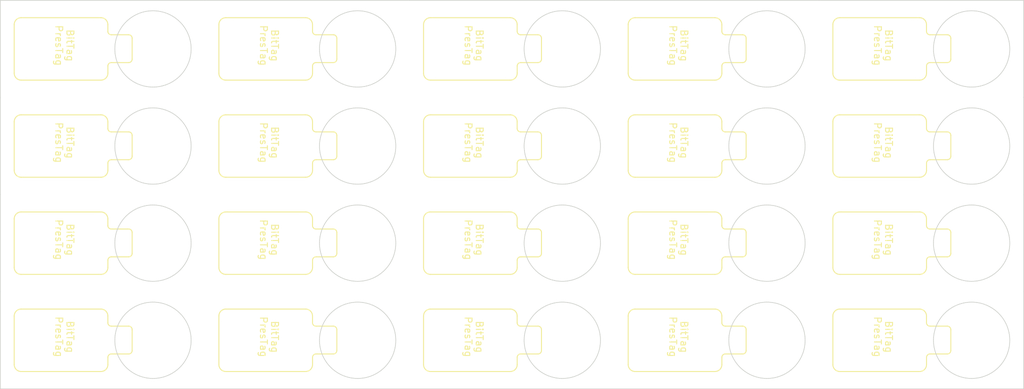
<source format=kicad_pcb>
(kicad_pcb (version 20211014) (generator pcbnew)
  (layers (0 "F.Cu" signal) (31 "B.Cu" signal) (34 "B.Paste" user) (35 "F.Paste" user) (36 "B.SilkS" user "B.Silkscreen") (37 "F.SilkS" user "F.Silkscreen") (38 "B.Mask" user) (39 "F.Mask" user) (44 "Edge.Cuts" user))
  (net 0 "")
  (footprint "library:taghole1.1mm" (layer "F.Cu") (at 136.385 65.75)
    (fp_text reference "J304" hide)
    (fp_text value "Conn_01x01" hide)
    (pad "" np_thru_hole circle (at 0.615 -0.03) (size 1.4478 1.4478) (drill 1.4478) (layers F&B.Cu *.Mask))
  )
  (footprint "library:taghole1.1mm" (layer "F.Cu") (at 136.385 37.75)
    (fp_text reference "J304" hide)
    (fp_text value "Conn_01x01" hide)
    (pad "" np_thru_hole circle (at 0.615 -0.03) (size 1.4478 1.4478) (drill 1.4478) (layers F&B.Cu *.Mask))
  )
  (footprint "library:taghole1.1mm" (layer "F.Cu") (at 176.855 44.25)
    (fp_text reference "J301" hide)
    (fp_text value "Conn_01x01" hide)
    (pad "" np_thru_hole circle locked (at 0.645 -0.03) (size 1.4478 1.4478) (drill 1.4478) (layers F&B.Cu *.Mask))
  )
  (footprint "library:taghole1.1mm" (layer "F.Cu") (at 147.355 23.75)
    (fp_text reference "J302" hide)
    (fp_text value "Conn_01x01" hide)
    (pad "" np_thru_hole circle (at 0.645 -0.03) (size 1.4478 1.4478) (drill 1.4478) (layers F&B.Cu *.Mask))
  )
  (footprint "library:taghole1.1mm" (layer "F.Cu") (at 117.855 51.75)
    (fp_text reference "J302" hide)
    (fp_text value "Conn_01x01" hide)
    (pad "" np_thru_hole circle (at 0.645 -0.03) (size 1.4478 1.4478) (drill 1.4478) (layers F&B.Cu *.Mask))
  )
  (footprint "library:taghole1.1mm" (layer "F.Cu") (at 136.385 58.25)
    (fp_text reference "J303" hide)
    (fp_text value "Conn_01x01" hide)
    (pad "" np_thru_hole circle (at 0.615 -0.03) (size 1.4478 1.4478) (drill 1.4478) (layers F&B.Cu *.Mask))
  )
  (footprint "library:taghole1.1mm" (layer "F.Cu") (at 106.885 23.75)
    (fp_text reference "J304" hide)
    (fp_text value "Conn_01x01" hide)
    (pad "" np_thru_hole circle (at 0.615 -0.03) (size 1.4478 1.4478) (drill 1.4478) (layers F&B.Cu *.Mask))
  )
  (footprint "library:taghole1.1mm" (layer "F.Cu") (at 77.385 44.25)
    (fp_text reference "J303" hide)
    (fp_text value "Conn_01x01" hide)
    (pad "" np_thru_hole circle (at 0.615 -0.03) (size 1.4478 1.4478) (drill 1.4478) (layers F&B.Cu *.Mask))
  )
  (footprint "library:taghole1.1mm" (layer "F.Cu") (at 136.385 44.25)
    (fp_text reference "J303" hide)
    (fp_text value "Conn_01x01" hide)
    (pad "" np_thru_hole circle (at 0.615 -0.03) (size 1.4478 1.4478) (drill 1.4478) (layers F&B.Cu *.Mask))
  )
  (footprint "library:taghole1.1mm" (layer "F.Cu") (at 147.355 44.25)
    (fp_text reference "J301" hide)
    (fp_text value "Conn_01x01" hide)
    (pad "" np_thru_hole circle locked (at 0.645 -0.03) (size 1.4478 1.4478) (drill 1.4478) (layers F&B.Cu *.Mask))
  )
  (footprint "library:taghole1.1mm" (layer "F.Cu") (at 117.855 30.25)
    (fp_text reference "J301" hide)
    (fp_text value "Conn_01x01" hide)
    (pad "" np_thru_hole circle locked (at 0.645 -0.03) (size 1.4478 1.4478) (drill 1.4478) (layers F&B.Cu *.Mask))
  )
  (footprint "library:taghole1.1mm" (layer "F.Cu") (at 77.385 72.25)
    (fp_text reference "J303" hide)
    (fp_text value "Conn_01x01" hide)
    (pad "" np_thru_hole circle (at 0.615 -0.03) (size 1.4478 1.4478) (drill 1.4478) (layers F&B.Cu *.Mask))
  )
  (footprint "library:taghole1.1mm" (layer "F.Cu") (at 147.355 37.75)
    (fp_text reference "J302" hide)
    (fp_text value "Conn_01x01" hide)
    (pad "" np_thru_hole circle (at 0.645 -0.03) (size 1.4478 1.4478) (drill 1.4478) (layers F&B.Cu *.Mask))
  )
  (footprint "library:taghole1.1mm" (layer "F.Cu") (at 77.385 65.75)
    (fp_text reference "J304" hide)
    (fp_text value "Conn_01x01" hide)
    (pad "" np_thru_hole circle (at 0.615 -0.03) (size 1.4478 1.4478) (drill 1.4478) (layers F&B.Cu *.Mask))
  )
  (footprint "library:taghole1.1mm" (layer "F.Cu") (at 77.385 23.75)
    (fp_text reference "J304" hide)
    (fp_text value "Conn_01x01" hide)
    (pad "" np_thru_hole circle (at 0.615 -0.03) (size 1.4478 1.4478) (drill 1.4478) (layers F&B.Cu *.Mask))
  )
  (footprint "library:taghole1.1mm" (layer "F.Cu") (at 195.385 51.75)
    (fp_text reference "J304" hide)
    (fp_text value "Conn_01x01" hide)
    (pad "" np_thru_hole circle (at 0.615 -0.03) (size 1.4478 1.4478) (drill 1.4478) (layers F&B.Cu *.Mask))
  )
  (footprint "library:taghole1.1mm" (layer "F.Cu") (at 147.355 65.75)
    (fp_text reference "J302" hide)
    (fp_text value "Conn_01x01" hide)
    (pad "" np_thru_hole circle (at 0.645 -0.03) (size 1.4478 1.4478) (drill 1.4478) (layers F&B.Cu *.Mask))
  )
  (footprint "library:taghole1.1mm" (layer "F.Cu") (at 77.385 37.75)
    (fp_text reference "J304" hide)
    (fp_text value "Conn_01x01" hide)
    (pad "" np_thru_hole circle (at 0.615 -0.03) (size 1.4478 1.4478) (drill 1.4478) (layers F&B.Cu *.Mask))
  )
  (footprint "library:taghole1.1mm" (layer "F.Cu") (at 88.355 72.25)
    (fp_text reference "J301" hide)
    (fp_text value "Conn_01x01" hide)
    (pad "" np_thru_hole circle locked (at 0.645 -0.03) (size 1.4478 1.4478) (drill 1.4478) (layers F&B.Cu *.Mask))
  )
  (footprint "library:taghole1.1mm" (layer "F.Cu") (at 195.385 23.75)
    (fp_text reference "J304" hide)
    (fp_text value "Conn_01x01" hide)
    (pad "" np_thru_hole circle (at 0.615 -0.03) (size 1.4478 1.4478) (drill 1.4478) (layers F&B.Cu *.Mask))
  )
  (footprint "library:taghole1.1mm" (layer "F.Cu") (at 136.385 72.25)
    (fp_text reference "J303" hide)
    (fp_text value "Conn_01x01" hide)
    (pad "" np_thru_hole circle (at 0.615 -0.03) (size 1.4478 1.4478) (drill 1.4478) (layers F&B.Cu *.Mask))
  )
  (footprint "library:taghole1.1mm" (layer "F.Cu") (at 165.885 30.25)
    (fp_text reference "J303" hide)
    (fp_text value "Conn_01x01" hide)
    (pad "" np_thru_hole circle (at 0.615 -0.03) (size 1.4478 1.4478) (drill 1.4478) (layers F&B.Cu *.Mask))
  )
  (footprint "library:taghole1.1mm" (layer "F.Cu") (at 195.385 44.25)
    (fp_text reference "J303" hide)
    (fp_text value "Conn_01x01" hide)
    (pad "" np_thru_hole circle (at 0.615 -0.03) (size 1.4478 1.4478) (drill 1.4478) (layers F&B.Cu *.Mask))
  )
  (footprint "library:taghole1.1mm" (layer "F.Cu") (at 165.885 58.25)
    (fp_text reference "J303" hide)
    (fp_text value "Conn_01x01" hide)
    (pad "" np_thru_hole circle (at 0.615 -0.03) (size 1.4478 1.4478) (drill 1.4478) (layers F&B.Cu *.Mask))
  )
  (footprint "library:taghole1.1mm" (layer "F.Cu") (at 77.385 58.25)
    (fp_text reference "J303" hide)
    (fp_text value "Conn_01x01" hide)
    (pad "" np_thru_hole circle (at 0.615 -0.03) (size 1.4478 1.4478) (drill 1.4478) (layers F&B.Cu *.Mask))
  )
  (footprint "library:taghole1.1mm" (layer "F.Cu") (at 195.385 58.25)
    (fp_text reference "J303" hide)
    (fp_text value "Conn_01x01" hide)
    (pad "" np_thru_hole circle (at 0.615 -0.03) (size 1.4478 1.4478) (drill 1.4478) (layers F&B.Cu *.Mask))
  )
  (footprint "library:taghole1.1mm" (layer "F.Cu") (at 88.355 58.25)
    (fp_text reference "J301" hide)
    (fp_text value "Conn_01x01" hide)
    (pad "" np_thru_hole circle locked (at 0.645 -0.03) (size 1.4478 1.4478) (drill 1.4478) (layers F&B.Cu *.Mask))
  )
  (footprint "library:taghole1.1mm" (layer "F.Cu") (at 117.855 37.75)
    (fp_text reference "J302" hide)
    (fp_text value "Conn_01x01" hide)
    (pad "" np_thru_hole circle (at 0.645 -0.03) (size 1.4478 1.4478) (drill 1.4478) (layers F&B.Cu *.Mask))
  )
  (footprint "library:taghole1.1mm" (layer "F.Cu") (at 106.885 30.25)
    (fp_text reference "J303" hide)
    (fp_text value "Conn_01x01" hide)
    (pad "" np_thru_hole circle (at 0.615 -0.03) (size 1.4478 1.4478) (drill 1.4478) (layers F&B.Cu *.Mask))
  )
  (footprint "library:taghole1.1mm" (layer "F.Cu") (at 88.355 37.75)
    (fp_text reference "J302" hide)
    (fp_text value "Conn_01x01" hide)
    (pad "" np_thru_hole circle (at 0.645 -0.03) (size 1.4478 1.4478) (drill 1.4478) (layers F&B.Cu *.Mask))
  )
  (footprint "library:taghole1.1mm" (layer "F.Cu") (at 147.355 30.25)
    (fp_text reference "J301" hide)
    (fp_text value "Conn_01x01" hide)
    (pad "" np_thru_hole circle locked (at 0.645 -0.03) (size 1.4478 1.4478) (drill 1.4478) (layers F&B.Cu *.Mask))
  )
  (footprint "library:taghole1.1mm" (layer "F.Cu") (at 206.355 44.25)
    (fp_text reference "J301" hide)
    (fp_text value "Conn_01x01" hide)
    (pad "" np_thru_hole circle locked (at 0.645 -0.03) (size 1.4478 1.4478) (drill 1.4478) (layers F&B.Cu *.Mask))
  )
  (footprint "library:taghole1.1mm" (layer "F.Cu") (at 106.885 51.75)
    (fp_text reference "J304" hide)
    (fp_text value "Conn_01x01" hide)
    (pad "" np_thru_hole circle (at 0.615 -0.03) (size 1.4478 1.4478) (drill 1.4478) (layers F&B.Cu *.Mask))
  )
  (footprint "library:taghole1.1mm" (layer "F.Cu") (at 136.385 30.25)
    (fp_text reference "J303" hide)
    (fp_text value "Conn_01x01" hide)
    (pad "" np_thru_hole circle (at 0.615 -0.03) (size 1.4478 1.4478) (drill 1.4478) (layers F&B.Cu *.Mask))
  )
  (footprint "library:taghole1.1mm" (layer "F.Cu") (at 176.855 23.75)
    (fp_text reference "J302" hide)
    (fp_text value "Conn_01x01" hide)
    (pad "" np_thru_hole circle (at 0.645 -0.03) (size 1.4478 1.4478) (drill 1.4478) (layers F&B.Cu *.Mask))
  )
  (footprint "library:taghole1.1mm" (layer "F.Cu") (at 106.885 72.25)
    (fp_text reference "J303" hide)
    (fp_text value "Conn_01x01" hide)
    (pad "" np_thru_hole circle (at 0.615 -0.03) (size 1.4478 1.4478) (drill 1.4478) (layers F&B.Cu *.Mask))
  )
  (footprint "library:taghole1.1mm" (layer "F.Cu") (at 176.855 37.75)
    (fp_text reference "J302" hide)
    (fp_text value "Conn_01x01" hide)
    (pad "" np_thru_hole circle (at 0.645 -0.03) (size 1.4478 1.4478) (drill 1.4478) (layers F&B.Cu *.Mask))
  )
  (footprint "library:taghole1.1mm" (layer "F.Cu") (at 206.355 51.75)
    (fp_text reference "J302" hide)
    (fp_text value "Conn_01x01" hide)
    (pad "" np_thru_hole circle (at 0.645 -0.03) (size 1.4478 1.4478) (drill 1.4478) (layers F&B.Cu *.Mask))
  )
  (footprint "library:taghole1.1mm" (layer "F.Cu") (at 206.355 23.75)
    (fp_text reference "J302" hide)
    (fp_text value "Conn_01x01" hide)
    (pad "" np_thru_hole circle (at 0.645 -0.03) (size 1.4478 1.4478) (drill 1.4478) (layers F&B.Cu *.Mask))
  )
  (footprint "library:taghole1.1mm" (layer "F.Cu") (at 117.855 72.25)
    (fp_text reference "J301" hide)
    (fp_text value "Conn_01x01" hide)
    (pad "" np_thru_hole circle locked (at 0.645 -0.03) (size 1.4478 1.4478) (drill 1.4478) (layers F&B.Cu *.Mask))
  )
  (footprint "library:taghole1.1mm" (layer "F.Cu") (at 165.885 37.75)
    (fp_text reference "J304" hide)
    (fp_text value "Conn_01x01" hide)
    (pad "" np_thru_hole circle (at 0.615 -0.03) (size 1.4478 1.4478) (drill 1.4478) (layers F&B.Cu *.Mask))
  )
  (footprint "library:taghole1.1mm" (layer "F.Cu") (at 147.355 72.25)
    (fp_text reference "J301" hide)
    (fp_text value "Conn_01x01" hide)
    (pad "" np_thru_hole circle locked (at 0.645 -0.03) (size 1.4478 1.4478) (drill 1.4478) (layers F&B.Cu *.Mask))
  )
  (footprint "library:taghole1.1mm" (layer "F.Cu") (at 117.855 65.75)
    (fp_text reference "J302" hide)
    (fp_text value "Conn_01x01" hide)
    (pad "" np_thru_hole circle (at 0.645 -0.03) (size 1.4478 1.4478) (drill 1.4478) (layers F&B.Cu *.Mask))
  )
  (footprint "library:taghole1.1mm" (layer "F.Cu") (at 117.855 58.25)
    (fp_text reference "J301" hide)
    (fp_text value "Conn_01x01" hide)
    (pad "" np_thru_hole circle locked (at 0.645 -0.03) (size 1.4478 1.4478) (drill 1.4478) (layers F&B.Cu *.Mask))
  )
  (footprint "library:taghole1.1mm" (layer "F.Cu") (at 106.885 58.25)
    (fp_text reference "J303" hide)
    (fp_text value "Conn_01x01" hide)
    (pad "" np_thru_hole circle (at 0.615 -0.03) (size 1.4478 1.4478) (drill 1.4478) (layers F&B.Cu *.Mask))
  )
  (footprint "library:taghole1.1mm" (layer "F.Cu") (at 117.855 44.25)
    (fp_text reference "J301" hide)
    (fp_text value "Conn_01x01" hide)
    (pad "" np_thru_hole circle locked (at 0.645 -0.03) (size 1.4478 1.4478) (drill 1.4478) (layers F&B.Cu *.Mask))
  )
  (footprint "library:taghole1.1mm" (layer "F.Cu") (at 195.385 37.75)
    (fp_text reference "J304" hide)
    (fp_text value "Conn_01x01" hide)
    (pad "" np_thru_hole circle (at 0.615 -0.03) (size 1.4478 1.4478) (drill 1.4478) (layers F&B.Cu *.Mask))
  )
  (footprint "library:taghole1.1mm" (layer "F.Cu") (at 206.355 65.75)
    (fp_text reference "J302" hide)
    (fp_text value "Conn_01x01" hide)
    (pad "" np_thru_hole circle (at 0.645 -0.03) (size 1.4478 1.4478) (drill 1.4478) (layers F&B.Cu *.Mask))
  )
  (footprint "library:taghole1.1mm" (layer "F.Cu") (at 206.355 37.75)
    (fp_text reference "J302" hide)
    (fp_text value "Conn_01x01" hide)
    (pad "" np_thru_hole circle (at 0.645 -0.03) (size 1.4478 1.4478) (drill 1.4478) (layers F&B.Cu *.Mask))
  )
  (footprint "library:taghole1.1mm" (layer "F.Cu") (at 106.885 65.75)
    (fp_text reference "J304" hide)
    (fp_text value "Conn_01x01" hide)
    (pad "" np_thru_hole circle (at 0.615 -0.03) (size 1.4478 1.4478) (drill 1.4478) (layers F&B.Cu *.Mask))
  )
  (footprint "library:taghole1.1mm" (layer "F.Cu") (at 176.855 65.75)
    (fp_text reference "J302" hide)
    (fp_text value "Conn_01x01" hide)
    (pad "" np_thru_hole circle (at 0.645 -0.03) (size 1.4478 1.4478) (drill 1.4478) (layers F&B.Cu *.Mask))
  )
  (footprint "library:taghole1.1mm" (layer "F.Cu") (at 117.855 23.75)
    (fp_text reference "J302" hide)
    (fp_text value "Conn_01x01" hide)
    (pad "" np_thru_hole circle (at 0.645 -0.03) (size 1.4478 1.4478) (drill 1.4478) (layers F&B.Cu *.Mask))
  )
  (footprint "library:taghole1.1mm" (layer "F.Cu") (at 77.385 51.75)
    (fp_text reference "J304" hide)
    (fp_text value "Conn_01x01" hide)
    (pad "" np_thru_hole circle (at 0.615 -0.03) (size 1.4478 1.4478) (drill 1.4478) (layers F&B.Cu *.Mask))
  )
  (footprint "library:taghole1.1mm" (layer "F.Cu") (at 165.885 44.25)
    (fp_text reference "J303" hide)
    (fp_text value "Conn_01x01" hide)
    (pad "" np_thru_hole circle (at 0.615 -0.03) (size 1.4478 1.4478) (drill 1.4478) (layers F&B.Cu *.Mask))
  )
  (footprint "library:taghole1.1mm" (layer "F.Cu") (at 77.385 30.25)
    (fp_text reference "J303" hide)
    (fp_text value "Conn_01x01" hide)
    (pad "" np_thru_hole circle (at 0.615 -0.03) (size 1.4478 1.4478) (drill 1.4478) (layers F&B.Cu *.Mask))
  )
  (footprint "library:taghole1.1mm" (layer "F.Cu") (at 195.385 65.75)
    (fp_text reference "J304" hide)
    (fp_text value "Conn_01x01" hide)
    (pad "" np_thru_hole circle (at 0.615 -0.03) (size 1.4478 1.4478) (drill 1.4478) (layers F&B.Cu *.Mask))
  )
  (footprint "library:taghole1.1mm" (layer "F.Cu") (at 88.355 23.75)
    (fp_text reference "J302" hide)
    (fp_text value "Conn_01x01" hide)
    (pad "" np_thru_hole circle (at 0.645 -0.03) (size 1.4478 1.4478) (drill 1.4478) (layers F&B.Cu *.Mask))
  )
  (footprint "library:taghole1.1mm" (layer "F.Cu") (at 206.355 72.25)
    (fp_text reference "J301" hide)
    (fp_text value "Conn_01x01" hide)
    (pad "" np_thru_hole circle locked (at 0.645 -0.03) (size 1.4478 1.4478) (drill 1.4478) (layers F&B.Cu *.Mask))
  )
  (footprint "library:taghole1.1mm" (layer "F.Cu") (at 88.355 51.75)
    (fp_text reference "J302" hide)
    (fp_text value "Conn_01x01" hide)
    (pad "" np_thru_hole circle (at 0.645 -0.03) (size 1.4478 1.4478) (drill 1.4478) (layers F&B.Cu *.Mask))
  )
  (footprint "library:taghole1.1mm" (layer "F.Cu") (at 206.355 58.25)
    (fp_text reference "J301" hide)
    (fp_text value "Conn_01x01" hide)
    (pad "" np_thru_hole circle locked (at 0.645 -0.03) (size 1.4478 1.4478) (drill 1.4478) (layers F&B.Cu *.Mask))
  )
  (footprint "library:taghole1.1mm" (layer "F.Cu") (at 88.355 65.75)
    (fp_text reference "J302" hide)
    (fp_text value "Conn_01x01" hide)
    (pad "" np_thru_hole circle (at 0.645 -0.03) (size 1.4478 1.4478) (drill 1.4478) (layers F&B.Cu *.Mask))
  )
  (footprint "library:taghole1.1mm" (layer "F.Cu") (at 165.885 51.75)
    (fp_text reference "J304" hide)
    (fp_text value "Conn_01x01" hide)
    (pad "" np_thru_hole circle (at 0.615 -0.03) (size 1.4478 1.4478) (drill 1.4478) (layers F&B.Cu *.Mask))
  )
  (footprint "library:taghole1.1mm" (layer "F.Cu") (at 176.855 51.75)
    (fp_text reference "J302" hide)
    (fp_text value "Conn_01x01" hide)
    (pad "" np_thru_hole circle (at 0.645 -0.03) (size 1.4478 1.4478) (drill 1.4478) (layers F&B.Cu *.Mask))
  )
  (footprint "library:taghole1.1mm" (layer "F.Cu") (at 176.855 30.25)
    (fp_text reference "J301" hide)
    (fp_text value "Conn_01x01" hide)
    (pad "" np_thru_hole circle locked (at 0.645 -0.03) (size 1.4478 1.4478) (drill 1.4478) (layers F&B.Cu *.Mask))
  )
  (footprint "library:taghole1.1mm" (layer "F.Cu") (at 165.885 23.75)
    (fp_text reference "J304" hide)
    (fp_text value "Conn_01x01" hide)
    (pad "" np_thru_hole circle (at 0.615 -0.03) (size 1.4478 1.4478) (drill 1.4478) (layers F&B.Cu *.Mask))
  )
  (footprint "library:taghole1.1mm" (layer "F.Cu") (at 165.885 65.75)
    (fp_text reference "J304" hide)
    (fp_text value "Conn_01x01" hide)
    (pad "" np_thru_hole circle (at 0.615 -0.03) (size 1.4478 1.4478) (drill 1.4478) (layers F&B.Cu *.Mask))
  )
  (footprint "library:taghole1.1mm" (layer "F.Cu") (at 206.355 30.25)
    (fp_text reference "J301" hide)
    (fp_text value "Conn_01x01" hide)
    (pad "" np_thru_hole circle locked (at 0.645 -0.03) (size 1.4478 1.4478) (drill 1.4478) (layers F&B.Cu *.Mask))
  )
  (footprint "library:taghole1.1mm" (layer "F.Cu") (at 165.885 72.25)
    (fp_text reference "J303" hide)
    (fp_text value "Conn_01x01" hide)
    (pad "" np_thru_hole circle (at 0.615 -0.03) (size 1.4478 1.4478) (drill 1.4478) (layers F&B.Cu *.Mask))
  )
  (footprint "library:taghole1.1mm" (layer "F.Cu") (at 106.885 44.25)
    (fp_text reference "J303" hide)
    (fp_text value "Conn_01x01" hide)
    (pad "" np_thru_hole circle (at 0.615 -0.03) (size 1.4478 1.4478) (drill 1.4478) (layers F&B.Cu *.Mask))
  )
  (footprint "library:taghole1.1mm" (layer "F.Cu") (at 147.355 51.75)
    (fp_text reference "J302" hide)
    (fp_text value "Conn_01x01" hide)
    (pad "" np_thru_hole circle (at 0.645 -0.03) (size 1.4478 1.4478) (drill 1.4478) (layers F&B.Cu *.Mask))
  )
  (footprint "library:taghole1.1mm" (layer "F.Cu") (at 88.355 30.25)
    (fp_text reference "J301" hide)
    (fp_text value "Conn_01x01" hide)
    (pad "" np_thru_hole circle locked (at 0.645 -0.03) (size 1.4478 1.4478) (drill 1.4478) (layers F&B.Cu *.Mask))
  )
  (footprint "library:taghole1.1mm" (layer "F.Cu") (at 106.885 37.75)
    (fp_text reference "J304" hide)
    (fp_text value "Conn_01x01" hide)
    (pad "" np_thru_hole circle (at 0.615 -0.03) (size 1.4478 1.4478) (drill 1.4478) (layers F&B.Cu *.Mask))
  )
  (footprint "library:taghole1.1mm" (layer "F.Cu") (at 176.855 72.25)
    (fp_text reference "J301" hide)
    (fp_text value "Conn_01x01" hide)
    (pad "" np_thru_hole circle locked (at 0.645 -0.03) (size 1.4478 1.4478) (drill 1.4478) (layers F&B.Cu *.Mask))
  )
  (footprint "library:taghole1.1mm" (layer "F.Cu") (at 88.355 44.25)
    (fp_text reference "J301" hide)
    (fp_text value "Conn_01x01" hide)
    (pad "" np_thru_hole circle locked (at 0.645 -0.03) (size 1.4478 1.4478) (drill 1.4478) (layers F&B.Cu *.Mask))
  )
  (footprint "library:taghole1.1mm" (layer "F.Cu") (at 195.385 30.25)
    (fp_text reference "J303" hide)
    (fp_text value "Conn_01x01" hide)
    (pad "" np_thru_hole circle (at 0.615 -0.03) (size 1.4478 1.4478) (drill 1.4478) (layers F&B.Cu *.Mask))
  )
  (footprint "library:taghole1.1mm" (layer "F.Cu") (at 147.355 58.25)
    (fp_text reference "J301" hide)
    (fp_text value "Conn_01x01" hide)
    (pad "" np_thru_hole circle locked (at 0.645 -0.03) (size 1.4478 1.4478) (drill 1.4478) (layers F&B.Cu *.Mask))
  )
  (footprint "library:taghole1.1mm" (layer "F.Cu") (at 136.385 23.75)
    (fp_text reference "J304" hide)
    (fp_text value "Conn_01x01" hide)
    (pad "" np_thru_hole circle (at 0.615 -0.03) (size 1.4478 1.4478) (drill 1.4478) (layers F&B.Cu *.Mask))
  )
  (footprint "library:taghole1.1mm" (layer "F.Cu") (at 195.385 72.25)
    (fp_text reference "J303" hide)
    (fp_text value "Conn_01x01" hide)
    (pad "" np_thru_hole circle (at 0.615 -0.03) (size 1.4478 1.4478) (drill 1.4478) (layers F&B.Cu *.Mask))
  )
  (footprint "library:taghole1.1mm" (layer "F.Cu") (at 176.855 58.25)
    (fp_text reference "J301" hide)
    (fp_text value "Conn_01x01" hide)
    (pad "" np_thru_hole circle locked (at 0.645 -0.03) (size 1.4478 1.4478) (drill 1.4478) (layers F&B.Cu *.Mask))
  )
  (footprint "library:taghole1.1mm" (layer "F.Cu") (at 136.385 51.75)
    (fp_text reference "J304" hide)
    (fp_text value "Conn_01x01" hide)
    (pad "" np_thru_hole circle (at 0.615 -0.03) (size 1.4478 1.4478) (drill 1.4478) (layers F&B.Cu *.Mask))
  )
  (gr_arc (start 118.745 22.5) (mid 119.452091 22.79289) (end 119.745 23.5) (layer "F.SilkS") (width 0.15))
  (gr_arc (start 148.245 22.5) (mid 148.952091 22.79289) (end 149.245 23.5) (layer "F.SilkS") (width 0.15))
  (gr_arc (start 177.745 22.5) (mid 178.452091 22.79289) (end 178.745 23.5) (layer "F.SilkS") (width 0.15))
  (gr_arc (start 207.245 22.5) (mid 207.952091 22.79289) (end 208.245 23.5) (layer "F.SilkS") (width 0.15))
  (gr_arc (start 89.245 36.5) (mid 89.952091 36.79289) (end 90.245 37.5) (layer "F.SilkS") (width 0.15))
  (gr_arc (start 118.745 36.5) (mid 119.452091 36.79289) (end 119.745 37.5) (layer "F.SilkS") (width 0.15))
  (gr_arc (start 148.245 36.5) (mid 148.952091 36.79289) (end 149.245 37.5) (layer "F.SilkS") (width 0.15))
  (gr_arc (start 177.745 36.5) (mid 178.452091 36.79289) (end 178.745 37.5) (layer "F.SilkS") (width 0.15))
  (gr_arc (start 207.245 36.5) (mid 207.952091 36.79289) (end 208.245 37.5) (layer "F.SilkS") (width 0.15))
  (gr_arc (start 89.245 50.5) (mid 89.952091 50.79289) (end 90.245 51.5) (layer "F.SilkS") (width 0.15))
  (gr_arc (start 118.745 50.5) (mid 119.452091 50.79289) (end 119.745 51.5) (layer "F.SilkS") (width 0.15))
  (gr_arc (start 148.245 50.5) (mid 148.952091 50.79289) (end 149.245 51.5) (layer "F.SilkS") (width 0.15))
  (gr_arc (start 177.745 50.5) (mid 178.452091 50.79289) (end 178.745 51.5) (layer "F.SilkS") (width 0.15))
  (gr_arc (start 207.245 50.5) (mid 207.952091 50.79289) (end 208.245 51.5) (layer "F.SilkS") (width 0.15))
  (gr_arc (start 89.245 64.5) (mid 89.952091 64.79289) (end 90.245 65.5) (layer "F.SilkS") (width 0.15))
  (gr_arc (start 118.745 64.5) (mid 119.452091 64.79289) (end 119.745 65.5) (layer "F.SilkS") (width 0.15))
  (gr_arc (start 148.245 64.5) (mid 148.952091 64.79289) (end 149.245 65.5) (layer "F.SilkS") (width 0.15))
  (gr_arc (start 177.745 64.5) (mid 178.452091 64.79289) (end 178.745 65.5) (layer "F.SilkS") (width 0.15))
  (gr_arc (start 207.245 64.5) (mid 207.952091 64.79289) (end 208.245 65.5) (layer "F.SilkS") (width 0.15))
  (gr_arc (start 89.245 22.5) (mid 89.952091 22.79289) (end 90.245 23.5) (layer "F.SilkS") (width 0.15))
  (gr_line (start 76.75 30.5) (end 76.75 23.5) (layer "F.SilkS") (width 0.15))
  (gr_line (start 106.25 30.5) (end 106.25 23.5) (layer "F.SilkS") (width 0.15))
  (gr_line (start 135.75 30.5) (end 135.75 23.5) (layer "F.SilkS") (width 0.15))
  (gr_line (start 165.25 30.5) (end 165.25 23.5) (layer "F.SilkS") (width 0.15))
  (gr_line (start 194.75 30.5) (end 194.75 23.5) (layer "F.SilkS") (width 0.15))
  (gr_line (start 76.75 44.5) (end 76.75 37.5) (layer "F.SilkS") (width 0.15))
  (gr_line (start 106.25 58.5) (end 106.25 51.5) (layer "F.SilkS") (width 0.15))
  (gr_line (start 106.25 44.5) (end 106.25 37.5) (layer "F.SilkS") (width 0.15))
  (gr_line (start 135.75 44.5) (end 135.75 37.5) (layer "F.SilkS") (width 0.15))
  (gr_line (start 165.25 44.5) (end 165.25 37.5) (layer "F.SilkS") (width 0.15))
  (gr_line (start 194.75 44.5) (end 194.75 37.5) (layer "F.SilkS") (width 0.15))
  (gr_line (start 76.75 58.5) (end 76.75 51.5) (layer "F.SilkS") (width 0.15))
  (gr_line (start 135.75 58.5) (end 135.75 51.5) (layer "F.SilkS") (width 0.15))
  (gr_line (start 165.25 58.5) (end 165.25 51.5) (layer "F.SilkS") (width 0.15))
  (gr_line (start 194.75 58.5) (end 194.75 51.5) (layer "F.SilkS") (width 0.15))
  (gr_line (start 76.75 72.5) (end 76.75 65.5) (layer "F.SilkS") (width 0.15))
  (gr_line (start 106.25 72.5) (end 106.25 65.5) (layer "F.SilkS") (width 0.15))
  (gr_line (start 135.75 72.5) (end 135.75 65.5) (layer "F.SilkS") (width 0.15))
  (gr_line (start 165.25 72.5) (end 165.25 65.5) (layer "F.SilkS") (width 0.15))
  (gr_line (start 194.75 72.5) (end 194.75 65.5) (layer "F.SilkS") (width 0.15))
  (gr_line (start 118.75 31.5) (end 107.25 31.5) (layer "F.SilkS") (width 0.15))
  (gr_line (start 148.25 31.5) (end 136.75 31.5) (layer "F.SilkS") (width 0.15))
  (gr_line (start 177.75 31.5) (end 166.25 31.5) (layer "F.SilkS") (width 0.15))
  (gr_line (start 207.25 31.5) (end 195.75 31.5) (layer "F.SilkS") (width 0.15))
  (gr_line (start 89.25 45.5) (end 77.75 45.5) (layer "F.SilkS") (width 0.15))
  (gr_line (start 118.75 45.5) (end 107.25 45.5) (layer "F.SilkS") (width 0.15))
  (gr_line (start 148.25 45.5) (end 136.75 45.5) (layer "F.SilkS") (width 0.15))
  (gr_line (start 177.75 45.5) (end 166.25 45.5) (layer "F.SilkS") (width 0.15))
  (gr_line (start 118.75 73.5) (end 107.25 73.5) (layer "F.SilkS") (width 0.15))
  (gr_line (start 207.25 45.5) (end 195.75 45.5) (layer "F.SilkS") (width 0.15))
  (gr_line (start 89.25 59.5) (end 77.75 59.5) (layer "F.SilkS") (width 0.15))
  (gr_line (start 118.75 59.5) (end 107.25 59.5) (layer "F.SilkS") (width 0.15))
  (gr_line (start 148.25 59.5) (end 136.75 59.5) (layer "F.SilkS") (width 0.15))
  (gr_line (start 177.75 59.5) (end 166.25 59.5) (layer "F.SilkS") (width 0.15))
  (gr_line (start 207.25 59.5) (end 195.75 59.5) (layer "F.SilkS") (width 0.15))
  (gr_line (start 89.25 73.5) (end 77.75 73.5) (layer "F.SilkS") (width 0.15))
  (gr_line (start 148.25 73.5) (end 136.75 73.5) (layer "F.SilkS") (width 0.15))
  (gr_line (start 177.75 73.5) (end 166.25 73.5) (layer "F.SilkS") (width 0.15))
  (gr_line (start 207.25 73.5) (end 195.75 73.5) (layer "F.SilkS") (width 0.15))
  (gr_line (start 89.25 31.5) (end 77.75 31.5) (layer "F.SilkS") (width 0.15))
  (gr_arc (start 90.25 29.47) (mid 90.396449 29.116445) (end 90.75 28.97) (layer "F.SilkS") (width 0.15))
  (gr_arc (start 119.75 29.47) (mid 119.896449 29.116445) (end 120.25 28.97) (layer "F.SilkS") (width 0.15))
  (gr_arc (start 149.25 29.47) (mid 149.396449 29.116445) (end 149.75 28.97) (layer "F.SilkS") (width 0.15))
  (gr_arc (start 178.75 29.47) (mid 178.896449 29.116445) (end 179.25 28.97) (layer "F.SilkS") (width 0.15))
  (gr_arc (start 208.25 29.47) (mid 208.396449 29.116445) (end 208.75 28.97) (layer "F.SilkS") (width 0.15))
  (gr_arc (start 90.25 43.47) (mid 90.396449 43.116445) (end 90.75 42.97) (layer "F.SilkS") (width 0.15))
  (gr_arc (start 119.75 43.47) (mid 119.896449 43.116445) (end 120.25 42.97) (layer "F.SilkS") (width 0.15))
  (gr_arc (start 149.25 43.47) (mid 149.396449 43.116445) (end 149.75 42.97) (layer "F.SilkS") (width 0.15))
  (gr_arc (start 178.75 43.47) (mid 178.896449 43.116445) (end 179.25 42.97) (layer "F.SilkS") (width 0.15))
  (gr_arc (start 208.25 43.47) (mid 208.396449 43.116445) (end 208.75 42.97) (layer "F.SilkS") (width 0.15))
  (gr_arc (start 119.75 57.47) (mid 119.896449 57.116445) (end 120.25 56.97) (layer "F.SilkS") (width 0.15))
  (gr_arc (start 90.25 57.47) (mid 90.396449 57.116445) (end 90.75 56.97) (layer "F.SilkS") (width 0.15))
  (gr_arc (start 149.25 57.47) (mid 149.396449 57.116445) (end 149.75 56.97) (layer "F.SilkS") (width 0.15))
  (gr_arc (start 178.75 57.47) (mid 178.896449 57.116445) (end 179.25 56.97) (layer "F.SilkS") (width 0.15))
  (gr_arc (start 208.25 57.47) (mid 208.396449 57.116445) (end 208.75 56.97) (layer "F.SilkS") (width 0.15))
  (gr_arc (start 90.25 71.47) (mid 90.396449 71.116445) (end 90.75 70.97) (layer "F.SilkS") (width 0.15))
  (gr_arc (start 149.25 71.47) (mid 149.396449 71.116445) (end 149.75 70.97) (layer "F.SilkS") (width 0.15))
  (gr_arc (start 119.75 71.47) (mid 119.896449 71.116445) (end 120.25 70.97) (layer "F.SilkS") (width 0.15))
  (gr_arc (start 208.25 71.47) (mid 208.396449 71.116445) (end 208.75 70.97) (layer "F.SilkS") (width 0.15))
  (gr_arc (start 178.75 71.47) (mid 178.896449 71.116445) (end 179.25 70.97) (layer "F.SilkS") (width 0.15))
  (gr_line (start 136.75 36.5) (end 148.245 36.5) (layer "F.SilkS") (width 0.15))
  (gr_line (start 166.25 36.5) (end 177.745 36.5) (layer "F.SilkS") (width 0.15))
  (gr_line (start 195.75 36.5) (end 207.245 36.5) (layer "F.SilkS") (width 0.15))
  (gr_line (start 107.25 50.5) (end 118.745 50.5) (layer "F.SilkS") (width 0.15))
  (gr_line (start 77.75 50.5) (end 89.245 50.5) (layer "F.SilkS") (width 0.15))
  (gr_line (start 136.75 50.5) (end 148.245 50.5) (layer "F.SilkS") (width 0.15))
  (gr_line (start 166.25 50.5) (end 177.745 50.5) (layer "F.SilkS") (width 0.15))
  (gr_line (start 195.75 50.5) (end 207.245 50.5) (layer "F.SilkS") (width 0.15))
  (gr_line (start 77.75 64.5) (end 89.245 64.5) (layer "F.SilkS") (width 0.15))
  (gr_line (start 136.75 64.5) (end 148.245 64.5) (layer "F.SilkS") (width 0.15))
  (gr_line (start 107.25 64.5) (end 118.745 64.5) (layer "F.SilkS") (width 0.15))
  (gr_line (start 166.25 64.5) (end 177.745 64.5) (layer "F.SilkS") (width 0.15))
  (gr_line (start 195.75 64.5) (end 207.245 64.5) (layer "F.SilkS") (width 0.15))
  (gr_line (start 77.75 22.5) (end 89.245 22.5) (layer "F.SilkS") (width 0.15))
  (gr_line (start 107.25 22.5) (end 118.745 22.5) (layer "F.SilkS") (width 0.15))
  (gr_line (start 136.75 22.5) (end 148.245 22.5) (layer "F.SilkS") (width 0.15))
  (gr_line (start 166.25 22.5) (end 177.745 22.5) (layer "F.SilkS") (width 0.15))
  (gr_line (start 195.75 22.5) (end 207.245 22.5) (layer "F.SilkS") (width 0.15))
  (gr_line (start 77.75 36.5) (end 89.245 36.5) (layer "F.SilkS") (width 0.15))
  (gr_line (start 107.25 36.5) (end 118.745 36.5) (layer "F.SilkS") (width 0.15))
  (gr_arc (start 76.75 23.5) (mid 77.042896 22.792892) (end 77.75 22.5) (layer "F.SilkS") (width 0.15))
  (gr_arc (start 106.25 23.5) (mid 106.542896 22.792892) (end 107.25 22.5) (layer "F.SilkS") (width 0.15))
  (gr_arc (start 135.75 23.5) (mid 136.042896 22.792892) (end 136.75 22.5) (layer "F.SilkS") (width 0.15))
  (gr_arc (start 165.25 23.5) (mid 165.542896 22.792892) (end 166.25 22.5) (layer "F.SilkS") (width 0.15))
  (gr_arc (start 194.75 23.5) (mid 195.042896 22.792892) (end 195.75 22.5) (layer "F.SilkS") (width 0.15))
  (gr_arc (start 76.75 37.5) (mid 77.042896 36.792892) (end 77.75 36.5) (layer "F.SilkS") (width 0.15))
  (gr_arc (start 106.25 37.5) (mid 106.542896 36.792892) (end 107.25 36.5) (layer "F.SilkS") (width 0.15))
  (gr_arc (start 135.75 37.5) (mid 136.042896 36.792892) (end 136.75 36.5) (layer "F.SilkS") (width 0.15))
  (gr_arc (start 165.25 37.5) (mid 165.542896 36.792892) (end 166.25 36.5) (layer "F.SilkS") (width 0.15))
  (gr_arc (start 194.75 37.5) (mid 195.042896 36.792892) (end 195.75 36.5) (layer "F.SilkS") (width 0.15))
  (gr_arc (start 76.75 51.5) (mid 77.042896 50.792892) (end 77.75 50.5) (layer "F.SilkS") (width 0.15))
  (gr_arc (start 106.25 51.5) (mid 106.542896 50.792892) (end 107.25 50.5) (layer "F.SilkS") (width 0.15))
  (gr_arc (start 135.75 51.5) (mid 136.042896 50.792892) (end 136.75 50.5) (layer "F.SilkS") (width 0.15))
  (gr_arc (start 165.25 51.5) (mid 165.542896 50.792892) (end 166.25 50.5) (layer "F.SilkS") (width 0.15))
  (gr_arc (start 194.75 51.5) (mid 195.042896 50.792892) (end 195.75 50.5) (layer "F.SilkS") (width 0.15))
  (gr_arc (start 76.75 65.5) (mid 77.042896 64.792892) (end 77.75 64.5) (layer "F.SilkS") (width 0.15))
  (gr_arc (start 106.25 65.5) (mid 106.542896 64.792892) (end 107.25 64.5) (layer "F.SilkS") (width 0.15))
  (gr_arc (start 135.75 65.5) (mid 136.042896 64.792892) (end 136.75 64.5) (layer "F.SilkS") (width 0.15))
  (gr_arc (start 165.25 65.5) (mid 165.542896 64.792892) (end 166.25 64.5) (layer "F.SilkS") (width 0.15))
  (gr_arc (start 194.75 65.5) (mid 195.042896 64.792892) (end 195.75 64.5) (layer "F.SilkS") (width 0.15))
  (gr_arc (start 90.25 30.5) (mid 89.957109 31.207105) (end 89.25 31.5) (layer "F.SilkS") (width 0.15))
  (gr_arc (start 119.75 30.5) (mid 119.457109 31.207105) (end 118.75 31.5) (layer "F.SilkS") (width 0.15))
  (gr_arc (start 149.25 30.5) (mid 148.957109 31.207105) (end 148.25 31.5) (layer "F.SilkS") (width 0.15))
  (gr_arc (start 178.75 30.5) (mid 178.457109 31.207105) (end 177.75 31.5) (layer "F.SilkS") (width 0.15))
  (gr_arc (start 208.25 30.5) (mid 207.957109 31.207105) (end 207.25 31.5) (layer "F.SilkS") (width 0.15))
  (gr_arc (start 90.25 44.5) (mid 89.957109 45.207105) (end 89.25 45.5) (layer "F.SilkS") (width 0.15))
  (gr_arc (start 119.75 44.5) (mid 119.457109 45.207105) (end 118.75 45.5) (layer "F.SilkS") (width 0.15))
  (gr_arc (start 149.25 44.5) (mid 148.957109 45.207105) (end 148.25 45.5) (layer "F.SilkS") (width 0.15))
  (gr_arc (start 178.75 44.5) (mid 178.457109 45.207105) (end 177.75 45.5) (layer "F.SilkS") (width 0.15))
  (gr_arc (start 208.25 44.5) (mid 207.957109 45.207105) (end 207.25 45.5) (layer "F.SilkS") (width 0.15))
  (gr_arc (start 90.25 58.5) (mid 89.957109 59.207105) (end 89.25 59.5) (layer "F.SilkS") (width 0.15))
  (gr_arc (start 119.75 58.5) (mid 119.457109 59.207105) (end 118.75 59.5) (layer "F.SilkS") (width 0.15))
  (gr_arc (start 149.25 58.5) (mid 148.957109 59.207105) (end 148.25 59.5) (layer "F.SilkS") (width 0.15))
  (gr_arc (start 178.75 58.5) (mid 178.457109 59.207105) (end 177.75 59.5) (layer "F.SilkS") (width 0.15))
  (gr_arc (start 208.25 58.5) (mid 207.957109 59.207105) (end 207.25 59.5) (layer "F.SilkS") (width 0.15))
  (gr_arc (start 90.25 72.5) (mid 89.957109 73.207105) (end 89.25 73.5) (layer "F.SilkS") (width 0.15))
  (gr_arc (start 119.75 72.5) (mid 119.457109 73.207105) (end 118.75 73.5) (layer "F.SilkS") (width 0.15))
  (gr_arc (start 149.25 72.5) (mid 148.957109 73.207105) (end 148.25 73.5) (layer "F.SilkS") (width 0.15))
  (gr_arc (start 178.75 72.5) (mid 178.457109 73.207105) (end 177.75 73.5) (layer "F.SilkS") (width 0.15))
  (gr_arc (start 208.25 72.5) (mid 207.957109 73.207105) (end 207.25 73.5) (layer "F.SilkS") (width 0.15))
  (gr_arc (start 90.745 24.96) (mid 90.393502 24.81855) (end 90.245 24.47) (layer "F.SilkS") (width 0.15))
  (gr_arc (start 120.245 24.96) (mid 119.893502 24.81855) (end 119.745 24.47) (layer "F.SilkS") (width 0.15))
  (gr_arc (start 149.745 24.96) (mid 149.393502 24.81855) (end 149.245 24.47) (layer "F.SilkS") (width 0.15))
  (gr_arc (start 179.245 24.96) (mid 178.893502 24.81855) (end 178.745 24.47) (layer "F.SilkS") (width 0.15))
  (gr_arc (start 208.745 24.96) (mid 208.393502 24.81855) (end 208.245 24.47) (layer "F.SilkS") (width 0.15))
  (gr_arc (start 90.745 38.96) (mid 90.393502 38.81855) (end 90.245 38.47) (layer "F.SilkS") (width 0.15))
  (gr_arc (start 120.245 38.96) (mid 119.893502 38.81855) (end 119.745 38.47) (layer "F.SilkS") (width 0.15))
  (gr_arc (start 149.745 38.96) (mid 149.393502 38.81855) (end 149.245 38.47) (layer "F.SilkS") (width 0.15))
  (gr_arc (start 179.245 38.96) (mid 178.893502 38.81855) (end 178.745 38.47) (layer "F.SilkS") (width 0.15))
  (gr_arc (start 208.745 38.96) (mid 208.393502 38.81855) (end 208.245 38.47) (layer "F.SilkS") (width 0.15))
  (gr_arc (start 90.745 52.96) (mid 90.393502 52.81855) (end 90.245 52.47) (layer "F.SilkS") (width 0.15))
  (gr_arc (start 120.245 52.96) (mid 119.893502 52.81855) (end 119.745 52.47) (layer "F.SilkS") (width 0.15))
  (gr_arc (start 149.745 52.96) (mid 149.393502 52.81855) (end 149.245 52.47) (layer "F.SilkS") (width 0.15))
  (gr_arc (start 179.245 52.96) (mid 178.893502 52.81855) (end 178.745 52.47) (layer "F.SilkS") (width 0.15))
  (gr_arc (start 208.745 52.96) (mid 208.393502 52.81855) (end 208.245 52.47) (layer "F.SilkS") (width 0.15))
  (gr_arc (start 90.745 66.96) (mid 90.393502 66.81855) (end 90.245 66.47) (layer "F.SilkS") (width 0.15))
  (gr_arc (start 120.245 66.96) (mid 119.893502 66.81855) (end 119.745 66.47) (layer "F.SilkS") (width 0.15))
  (gr_arc (start 149.745 66.96) (mid 149.393502 66.81855) (end 149.245 66.47) (layer "F.SilkS") (width 0.15))
  (gr_arc (start 179.245 66.96) (mid 178.893502 66.81855) (end 178.745 66.47) (layer "F.SilkS") (width 0.15))
  (gr_arc (start 208.745 66.96) (mid 208.393502 66.81855) (end 208.245 66.47) (layer "F.SilkS") (width 0.15))
  (gr_arc (start 93.245 24.96) (mid 93.603108 25.110408) (end 93.75 25.47) (layer "F.SilkS") (width 0.15))
  (gr_arc (start 122.745 24.96) (mid 123.103108 25.110408) (end 123.25 25.47) (layer "F.SilkS") (width 0.15))
  (gr_arc (start 152.245 24.96) (mid 152.603108 25.110408) (end 152.75 25.47) (layer "F.SilkS") (width 0.15))
  (gr_arc (start 181.745 24.96) (mid 182.103108 25.110408) (end 182.25 25.47) (layer "F.SilkS") (width 0.15))
  (gr_arc (start 211.245 24.96) (mid 211.603108 25.110408) (end 211.75 25.47) (layer "F.SilkS") (width 0.15))
  (gr_arc (start 93.245 38.96) (mid 93.603108 39.110408) (end 93.75 39.47) (layer "F.SilkS") (width 0.15))
  (gr_arc (start 122.745 38.96) (mid 123.103108 39.110408) (end 123.25 39.47) (layer "F.SilkS") (width 0.15))
  (gr_arc (start 152.245 38.96) (mid 152.603108 39.110408) (end 152.75 39.47) (layer "F.SilkS") (width 0.15))
  (gr_arc (start 181.745 38.96) (mid 182.103108 39.110408) (end 182.25 39.47) (layer "F.SilkS") (width 0.15))
  (gr_arc (start 211.245 38.96) (mid 211.603108 39.110408) (end 211.75 39.47) (layer "F.SilkS") (width 0.15))
  (gr_arc (start 93.245 52.96) (mid 93.603108 53.110408) (end 93.75 53.47) (layer "F.SilkS") (width 0.15))
  (gr_arc (start 122.745 52.96) (mid 123.103108 53.110408) (end 123.25 53.47) (layer "F.SilkS") (width 0.15))
  (gr_arc (start 152.245 52.96) (mid 152.603108 53.110408) (end 152.75 53.47) (layer "F.SilkS") (width 0.15))
  (gr_arc (start 181.745 52.96) (mid 182.103108 53.110408) (end 182.25 53.47) (layer "F.SilkS") (width 0.15))
  (gr_arc (start 211.245 52.96) (mid 211.603108 53.110408) (end 211.75 53.47) (layer "F.SilkS") (width 0.15))
  (gr_arc (start 93.245 66.96) (mid 93.603108 67.110408) (end 93.75 67.47) (layer "F.SilkS") (width 0.15))
  (gr_arc (start 122.745 66.96) (mid 123.103108 67.110408) (end 123.25 67.47) (layer "F.SilkS") (width 0.15))
  (gr_arc (start 152.245 66.96) (mid 152.603108 67.110408) (end 152.75 67.47) (layer "F.SilkS") (width 0.15))
  (gr_arc (start 181.745 66.96) (mid 182.103108 67.110408) (end 182.25 67.47) (layer "F.SilkS") (width 0.15))
  (gr_arc (start 211.245 66.96) (mid 211.603108 67.110408) (end 211.75 67.47) (layer "F.SilkS") (width 0.15))
  (gr_line (start 90.245 23.5) (end 90.245 24.47) (layer "F.SilkS") (width 0.15))
  (gr_line (start 119.745 23.5) (end 119.745 24.47) (layer "F.SilkS") (width 0.15))
  (gr_line (start 149.245 23.5) (end 149.245 24.47) (layer "F.SilkS") (width 0.15))
  (gr_line (start 178.745 23.5) (end 178.745 24.47) (layer "F.SilkS") (width 0.15))
  (gr_line (start 208.245 23.5) (end 208.245 24.47) (layer "F.SilkS") (width 0.15))
  (gr_line (start 90.245 37.5) (end 90.245 38.47) (layer "F.SilkS") (width 0.15))
  (gr_line (start 119.745 37.5) (end 119.745 38.47) (layer "F.SilkS") (width 0.15))
  (gr_line (start 149.245 37.5) (end 149.245 38.47) (layer "F.SilkS") (width 0.15))
  (gr_line (start 178.745 37.5) (end 178.745 38.47) (layer "F.SilkS") (width 0.15))
  (gr_line (start 208.245 37.5) (end 208.245 38.47) (layer "F.SilkS") (width 0.15))
  (gr_line (start 90.245 51.5) (end 90.245 52.47) (layer "F.SilkS") (width 0.15))
  (gr_line (start 119.745 51.5) (end 119.745 52.47) (layer "F.SilkS") (width 0.15))
  (gr_line (start 149.245 51.5) (end 149.245 52.47) (layer "F.SilkS") (width 0.15))
  (gr_line (start 178.745 51.5) (end 178.745 52.47) (layer "F.SilkS") (width 0.15))
  (gr_line (start 208.245 51.5) (end 208.245 52.47) (layer "F.SilkS") (width 0.15))
  (gr_line (start 90.245 65.5) (end 90.245 66.47) (layer "F.SilkS") (width 0.15))
  (gr_line (start 119.745 65.5) (end 119.745 66.47) (layer "F.SilkS") (width 0.15))
  (gr_line (start 149.245 65.5) (end 149.245 66.47) (layer "F.SilkS") (width 0.15))
  (gr_line (start 178.745 65.5) (end 178.745 66.47) (layer "F.SilkS") (width 0.15))
  (gr_line (start 208.245 65.5) (end 208.245 66.47) (layer "F.SilkS") (width 0.15))
  (gr_arc (start 93.75 28.47) (mid 93.603556 28.823552) (end 93.25 28.97) (layer "F.SilkS") (width 0.15))
  (gr_arc (start 123.25 28.47) (mid 123.103556 28.823552) (end 122.75 28.97) (layer "F.SilkS") (width 0.15))
  (gr_arc (start 152.75 28.47) (mid 152.603556 28.823552) (end 152.25 28.97) (layer "F.SilkS") (width 0.15))
  (gr_arc (start 182.25 28.47) (mid 182.103556 28.823552) (end 181.75 28.97) (layer "F.SilkS") (width 0.15))
  (gr_arc (start 211.75 28.47) (mid 211.603556 28.823552) (end 211.25 28.97) (layer "F.SilkS") (width 0.15))
  (gr_arc (start 93.75 42.47) (mid 93.603556 42.823552) (end 93.25 42.97) (layer "F.SilkS") (width 0.15))
  (gr_arc (start 123.25 42.47) (mid 123.103556 42.823552) (end 122.75 42.97) (layer "F.SilkS") (width 0.15))
  (gr_arc (start 152.75 42.47) (mid 152.603556 42.823552) (end 152.25 42.97) (layer "F.SilkS") (width 0.15))
  (gr_arc (start 182.25 42.47) (mid 182.103556 42.823552) (end 181.75 42.97) (layer "F.SilkS") (width 0.15))
  (gr_arc (start 211.75 42.47) (mid 211.603556 42.823552) (end 211.25 42.97) (layer "F.SilkS") (width 0.15))
  (gr_arc (start 93.75 56.47) (mid 93.603556 56.823552) (end 93.25 56.97) (layer "F.SilkS") (width 0.15))
  (gr_arc (start 123.25 56.47) (mid 123.103556 56.823552) (end 122.75 56.97) (layer "F.SilkS") (width 0.15))
  (gr_arc (start 152.75 56.47) (mid 152.603556 56.823552) (end 152.25 56.97) (layer "F.SilkS") (width 0.15))
  (gr_arc (start 182.25 56.47) (mid 182.103556 56.823552) (end 181.75 56.97) (layer "F.SilkS") (width 0.15))
  (gr_arc (start 211.75 56.47) (mid 211.603556 56.823552) (end 211.25 56.97) (layer "F.SilkS") (width 0.15))
  (gr_arc (start 93.75 70.47) (mid 93.603556 70.823552) (end 93.25 70.97) (layer "F.SilkS") (width 0.15))
  (gr_arc (start 123.25 70.47) (mid 123.103556 70.823552) (end 122.75 70.97) (layer "F.SilkS") (width 0.15))
  (gr_arc (start 152.75 70.47) (mid 152.603556 70.823552) (end 152.25 70.97) (layer "F.SilkS") (width 0.15))
  (gr_arc (start 182.25 70.47) (mid 182.103556 70.823552) (end 181.75 70.97) (layer "F.SilkS") (width 0.15))
  (gr_arc (start 211.75 70.47) (mid 211.603556 70.823552) (end 211.25 70.97) (layer "F.SilkS") (width 0.15))
  (gr_line (start 90.745 24.96) (end 93.245 24.96) (layer "F.SilkS") (width 0.15))
  (gr_line (start 120.245 24.96) (end 122.745 24.96) (layer "F.SilkS") (width 0.15))
  (gr_line (start 149.745 24.96) (end 152.245 24.96) (layer "F.SilkS") (width 0.15))
  (gr_line (start 179.245 24.96) (end 181.745 24.96) (layer "F.SilkS") (width 0.15))
  (gr_line (start 208.745 24.96) (end 211.245 24.96) (layer "F.SilkS") (width 0.15))
  (gr_line (start 90.745 38.96) (end 93.245 38.96) (layer "F.SilkS") (width 0.15))
  (gr_line (start 120.245 38.96) (end 122.745 38.96) (layer "F.SilkS") (width 0.15))
  (gr_line (start 149.745 38.96) (end 152.245 38.96) (layer "F.SilkS") (width 0.15))
  (gr_line (start 179.245 38.96) (end 181.745 38.96) (layer "F.SilkS") (width 0.15))
  (gr_line (start 208.745 38.96) (end 211.245 38.96) (layer "F.SilkS") (width 0.15))
  (gr_line (start 90.745 52.96) (end 93.245 52.96) (layer "F.SilkS") (width 0.15))
  (gr_line (start 120.245 52.96) (end 122.745 52.96) (layer "F.SilkS") (width 0.15))
  (gr_line (start 149.745 52.96) (end 152.245 52.96) (layer "F.SilkS") (width 0.15))
  (gr_line (start 179.245 52.96) (end 181.745 52.96) (layer "F.SilkS") (width 0.15))
  (gr_line (start 208.745 52.96) (end 211.245 52.96) (layer "F.SilkS") (width 0.15))
  (gr_line (start 90.745 66.96) (end 93.245 66.96) (layer "F.SilkS") (width 0.15))
  (gr_line (start 120.245 66.96) (end 122.745 66.96) (layer "F.SilkS") (width 0.15))
  (gr_line (start 149.745 66.96) (end 152.245 66.96) (layer "F.SilkS") (width 0.15))
  (gr_line (start 179.245 66.96) (end 181.745 66.96) (layer "F.SilkS") (width 0.15))
  (gr_line (start 208.745 66.96) (end 211.245 66.96) (layer "F.SilkS") (width 0.15))
  (gr_line (start 93.75 25.47) (end 93.75 28.47) (layer "F.SilkS") (width 0.15))
  (gr_line (start 123.25 25.47) (end 123.25 28.47) (layer "F.SilkS") (width 0.15))
  (gr_line (start 152.75 25.47) (end 152.75 28.47) (layer "F.SilkS") (width 0.15))
  (gr_line (start 182.25 25.47) (end 182.25 28.47) (layer "F.SilkS") (width 0.15))
  (gr_line (start 211.75 25.47) (end 211.75 28.47) (layer "F.SilkS") (width 0.15))
  (gr_line (start 93.75 39.47) (end 93.75 42.47) (layer "F.SilkS") (width 0.15))
  (gr_line (start 123.25 39.47) (end 123.25 42.47) (layer "F.SilkS") (width 0.15))
  (gr_line (start 152.75 39.47) (end 152.75 42.47) (layer "F.SilkS") (width 0.15))
  (gr_line (start 182.25 39.47) (end 182.25 42.47) (layer "F.SilkS") (width 0.15))
  (gr_line (start 211.75 39.47) (end 211.75 42.47) (layer "F.SilkS") (width 0.15))
  (gr_line (start 93.75 53.47) (end 93.75 56.47) (layer "F.SilkS") (width 0.15))
  (gr_line (start 123.25 53.47) (end 123.25 56.47) (layer "F.SilkS") (width 0.15))
  (gr_line (start 152.75 53.47) (end 152.75 56.47) (layer "F.SilkS") (width 0.15))
  (gr_line (start 182.25 53.47) (end 182.25 56.47) (layer "F.SilkS") (width 0.15))
  (gr_line (start 211.75 53.47) (end 211.75 56.47) (layer "F.SilkS") (width 0.15))
  (gr_line (start 93.75 67.47) (end 93.75 70.47) (layer "F.SilkS") (width 0.15))
  (gr_line (start 123.25 67.47) (end 123.25 70.47) (layer "F.SilkS") (width 0.15))
  (gr_line (start 152.75 67.47) (end 152.75 70.47) (layer "F.SilkS") (width 0.15))
  (gr_line (start 182.25 67.47) (end 182.25 70.47) (layer "F.SilkS") (width 0.15))
  (gr_line (start 211.75 67.47) (end 211.75 70.47) (layer "F.SilkS") (width 0.15))
  (gr_line (start 90.25 30.5) (end 90.25 29.47) (layer "F.SilkS") (width 0.15))
  (gr_line (start 119.75 30.5) (end 119.75 29.47) (layer "F.SilkS") (width 0.15))
  (gr_line (start 149.25 30.5) (end 149.25 29.47) (layer "F.SilkS") (width 0.15))
  (gr_line (start 178.75 30.5) (end 178.75 29.47) (layer "F.SilkS") (width 0.15))
  (gr_line (start 208.25 30.5) (end 208.25 29.47) (layer "F.SilkS") (width 0.15))
  (gr_line (start 90.25 44.5) (end 90.25 43.47) (layer "F.SilkS") (width 0.15))
  (gr_line (start 119.75 44.5) (end 119.75 43.47) (layer "F.SilkS") (width 0.15))
  (gr_line (start 149.25 44.5) (end 149.25 43.47) (layer "F.SilkS") (width 0.15))
  (gr_line (start 178.75 44.5) (end 178.75 43.47) (layer "F.SilkS") (width 0.15))
  (gr_line (start 208.25 44.5) (end 208.25 43.47) (layer "F.SilkS") (width 0.15))
  (gr_line (start 90.25 58.5) (end 90.25 57.47) (layer "F.SilkS") (width 0.15))
  (gr_line (start 119.75 58.5) (end 119.75 57.47) (layer "F.SilkS") (width 0.15))
  (gr_line (start 149.25 58.5) (end 149.25 57.47) (layer "F.SilkS") (width 0.15))
  (gr_line (start 178.75 58.5) (end 178.75 57.47) (layer "F.SilkS") (width 0.15))
  (gr_line (start 208.25 58.5) (end 208.25 57.47) (layer "F.SilkS") (width 0.15))
  (gr_line (start 90.25 72.5) (end 90.25 71.47) (layer "F.SilkS") (width 0.15))
  (gr_line (start 119.75 72.5) (end 119.75 71.47) (layer "F.SilkS") (width 0.15))
  (gr_line (start 149.25 72.5) (end 149.25 71.47) (layer "F.SilkS") (width 0.15))
  (gr_line (start 178.75 72.5) (end 178.75 71.47) (layer "F.SilkS") (width 0.15))
  (gr_line (start 208.25 72.5) (end 208.25 71.47) (layer "F.SilkS") (width 0.15))
  (gr_arc (start 77.75 31.5) (mid 77.042877 31.207104) (end 76.75 30.5) (layer "F.SilkS") (width 0.15))
  (gr_arc (start 107.25 31.5) (mid 106.542877 31.207104) (end 106.25 30.5) (layer "F.SilkS") (width 0.15))
  (gr_arc (start 136.75 31.5) (mid 136.042877 31.207104) (end 135.75 30.5) (layer "F.SilkS") (width 0.15))
  (gr_arc (start 166.25 31.5) (mid 165.542877 31.207104) (end 165.25 30.5) (layer "F.SilkS") (width 0.15))
  (gr_arc (start 195.75 31.5) (mid 195.042877 31.207104) (end 194.75 30.5) (layer "F.SilkS") (width 0.15))
  (gr_arc (start 77.75 45.5) (mid 77.042877 45.207104) (end 76.75 44.5) (layer "F.SilkS") (width 0.15))
  (gr_arc (start 107.25 45.5) (mid 106.542877 45.207104) (end 106.25 44.5) (layer "F.SilkS") (width 0.15))
  (gr_arc (start 136.75 45.5) (mid 136.042877 45.207104) (end 135.75 44.5) (layer "F.SilkS") (width 0.15))
  (gr_arc (start 166.25 45.5) (mid 165.542877 45.207104) (end 165.25 44.5) (layer "F.SilkS") (width 0.15))
  (gr_arc (start 195.75 45.5) (mid 195.042877 45.207104) (end 194.75 44.5) (layer "F.SilkS") (width 0.15))
  (gr_arc (start 77.75 59.5) (mid 77.042877 59.207104) (end 76.75 58.5) (layer "F.SilkS") (width 0.15))
  (gr_arc (start 107.25 59.5) (mid 106.542877 59.207104) (end 106.25 58.5) (layer "F.SilkS") (width 0.15))
  (gr_arc (start 136.75 59.5) (mid 136.042877 59.207104) (end 135.75 58.5) (layer "F.SilkS") (width 0.15))
  (gr_arc (start 166.25 59.5) (mid 165.542877 59.207104) (end 165.25 58.5) (layer "F.SilkS") (width 0.15))
  (gr_arc (start 195.75 59.5) (mid 195.042877 59.207104) (end 194.75 58.5) (layer "F.SilkS") (width 0.15))
  (gr_arc (start 77.75 73.5) (mid 77.042877 73.207104) (end 76.75 72.5) (layer "F.SilkS") (width 0.15))
  (gr_arc (start 107.25 73.5) (mid 106.542877 73.207104) (end 106.25 72.5) (layer "F.SilkS") (width 0.15))
  (gr_arc (start 166.25 73.5) (mid 165.542877 73.207104) (end 165.25 72.5) (layer "F.SilkS") (width 0.15))
  (gr_arc (start 136.75 73.5) (mid 136.042877 73.207104) (end 135.75 72.5) (layer "F.SilkS") (width 0.15))
  (gr_arc (start 195.75 73.5) (mid 195.042877 73.207104) (end 194.75 72.5) (layer "F.SilkS") (width 0.15))
  (gr_line (start 90.75 28.97) (end 93.25 28.97) (layer "F.SilkS") (width 0.15))
  (gr_line (start 120.25 28.97) (end 122.75 28.97) (layer "F.SilkS") (width 0.15))
  (gr_line (start 149.75 28.97) (end 152.25 28.97) (layer "F.SilkS") (width 0.15))
  (gr_line (start 179.25 28.97) (end 181.75 28.97) (layer "F.SilkS") (width 0.15))
  (gr_line (start 208.75 28.97) (end 211.25 28.97) (layer "F.SilkS") (width 0.15))
  (gr_line (start 90.75 42.97) (end 93.25 42.97) (layer "F.SilkS") (width 0.15))
  (gr_line (start 120.25 42.97) (end 122.75 42.97) (layer "F.SilkS") (width 0.15))
  (gr_line (start 149.75 42.97) (end 152.25 42.97) (layer "F.SilkS") (width 0.15))
  (gr_line (start 179.25 42.97) (end 181.75 42.97) (layer "F.SilkS") (width 0.15))
  (gr_line (start 208.75 42.97) (end 211.25 42.97) (layer "F.SilkS") (width 0.15))
  (gr_line (start 90.75 56.97) (end 93.25 56.97) (layer "F.SilkS") (width 0.15))
  (gr_line (start 149.75 56.97) (end 152.25 56.97) (layer "F.SilkS") (width 0.15))
  (gr_line (start 120.25 56.97) (end 122.75 56.97) (layer "F.SilkS") (width 0.15))
  (gr_line (start 179.25 56.97) (end 181.75 56.97) (layer "F.SilkS") (width 0.15))
  (gr_line (start 208.75 56.97) (end 211.25 56.97) (layer "F.SilkS") (width 0.15))
  (gr_line (start 90.75 70.97) (end 93.25 70.97) (layer "F.SilkS") (width 0.15))
  (gr_line (start 120.25 70.97) (end 122.75 70.97) (layer "F.SilkS") (width 0.15))
  (gr_line (start 149.75 70.97) (end 152.25 70.97) (layer "F.SilkS") (width 0.15))
  (gr_line (start 179.25 70.97) (end 181.75 70.97) (layer "F.SilkS") (width 0.15))
  (gr_line (start 208.75 70.97) (end 211.25 70.97) (layer "F.SilkS") (width 0.15))
  (gr_line (start 190.723097 54.456674) (end 190.74327 54.728004) (layer "Edge.Cuts") (width 0.1))
  (gr_line (start 153.319954 22.065946) (end 153.566935 21.951809) (layer "Edge.Cuts") (width 0.1))
  (gr_line (start 161.24327 41.271995) (end 161.223097 41.543325) (layer "Edge.Cuts") (width 0.1))
  (gr_line (start 159.416717 73.099412) (end 159.209499 73.275729) (layer "Edge.Cuts") (width 0.1))
  (gr_line (start 91.729196 24.754665) (end 91.846379 24.509115) (layer "Edge.Cuts") (width 0.1))
  (gr_line (start 217.301342 45.872437) (end 217.05726 45.992649) (layer "Edge.Cuts") (width 0.1))
  (gr_line (start 93.397316 31.35999) (end 93.185801 31.188852) (layer "Edge.Cuts") (width 0.1))
  (gr_line (start 122.289433 37.18373) (end 122.483007 36.992535) (layer "Edge.Cuts") (width 0.1))
  (gr_line (start 184.639024 21.53404) (end 184.910083 21.510513) (layer "Edge.Cuts") (width 0.1))
  (gr_line (start 187.052769 35.803845) (end 187.307532 35.899356) (layer "Edge.Cuts") (width 0.1))
  (gr_line (start 126.454033 63.503785) (end 126.725591 63.520601) (layer "Edge.Cuts") (width 0.1))
  (gr_line (start 100.416717 31.099412) (end 100.209499 31.275729) (layer "Edge.Cuts") (width 0.1))
  (gr_line (start 95.869459 49.570944) (end 96.139024 49.53404) (layer "Edge.Cuts") (width 0.1))
  (gr_line (start 157.807532 32.100643) (end 157.552769 32.196154) (layer "Edge.Cuts") (width 0.1))
  (gr_line (start 211.844423 73.669863) (end 211.617036 73.520457) (layer "Edge.Cuts") (width 0.1))
  (gr_line (start 131.642653 53.918664) (end 131.689531 54.186674) (layer "Edge.Cuts") (width 0.1))
  (gr_line (start 122.289433 65.18373) (end 122.483007 64.992535) (layer "Edge.Cuts") (width 0.1))
  (gr_line (start 91.332249 68.052379) (end 91.385742 67.785611) (layer "Edge.Cuts") (width 0.1))
  (gr_line (start 160.71373 66.631165) (end 160.824804 66.879539) (layer "Edge.Cuts") (width 0.1))
  (gr_line (start 151.11643 66.036888) (end 151.268636 65.811366) (layer "Edge.Cuts") (width 0.1))
  (gr_line (start 123.117036 36.479542) (end 123.344423 36.330136) (layer "Edge.Cuts") (width 0.1))
  (gr_line (start 209.385742 42.214388) (end 209.332249 41.94762) (layer "Edge.Cuts") (width 0.1))
  (gr_line (start 131.090509 24.388589) (end 131.21373 24.631165) (layer "Edge.Cuts") (width 0.1))
  (gr_line (start 220.142653 56.081335) (end 220.082579 56.346699) (layer "Edge.Cuts") (width 0.1))
  (gr_line (start 209.531945 53.261635) (end 209.624299 53.00571) (layer "Edge.Cuts") (width 0.1))
  (gr_line (start 216.807532 74.100643) (end 216.552769 74.196154) (layer "Edge.Cuts") (width 0.1))
  (gr_line (start 218.614962 30.913063) (end 218.416717 31.099412) (layer "Edge.Cuts") (width 0.1))
  (gr_line (start 97.225591 21.520601) (end 97.495986 21.550825) (layer "Edge.Cuts") (width 0.1))
  (gr_line (start 218.614962 51.086936) (end 218.803748 51.28286) (layer "Edge.Cuts") (width 0.1))
  (gr_line (start 190.723097 55.543325) (end 190.689531 55.813325) (layer "Edge.Cuts") (width 0.1))
  (gr_line (start 120.885742 67.785611) (end 120.952362 67.521814) (layer "Edge.Cuts") (width 0.1))
  (gr_line (start 160.92346 39.133101) (end 161.009455 39.391232) (layer "Edge.Cuts") (width 0.1))
  (gr_line (start 120.765137 68.592214) (end 120.792015 68.321466) (layer "Edge.Cuts") (width 0.1))
  (gr_line (start 179.832249 26.052379) (end 179.885742 25.785611) (layer "Edge.Cuts") (width 0.1))
  (gr_line (start 154.869459 21.570944) (end 155.139024 21.53404) (layer "Edge.Cuts") (width 0.1))
  (gr_line (start 101.71373 43.368834) (end 101.590509 43.61141) (layer "Edge.Cuts") (width 0.1))
  (gr_line (start 152.397316 59.35999) (end 152.185801 59.188852) (layer "Edge.Cuts") (width 0.1))
  (gr_line (start 93.185801 31.188852) (end 92.983007 31.007464) (layer "Edge.Cuts") (width 0.1))
  (gr_line (start 184.639024 60.465959) (end 184.369459 60.429055) (layer "Edge.Cuts") (width 0.1))
  (gr_line (start 151.789433 58.816269) (end 151.60555 58.615734) (layer "Edge.Cuts") (width 0.1))
  (gr_line (start 210.789433 44.816269) (end 210.60555 44.615734) (layer "Edge.Cuts") (width 0.1))
  (gr_line (start 130.303748 23.28286) (end 130.482614 23.487882) (layer "Edge.Cuts") (width 0.1))
  (gr_line (start 180.124299 70.994289) (end 180.031945 70.738364) (layer "Edge.Cuts") (width 0.1))
  (gr_line (start 121.931809 58.406352) (end 121.768636 58.188633) (layer "Edge.Cuts") (width 0.1))
  (gr_line (start 102.223097 26.456674) (end 102.24327 26.728004) (layer "Edge.Cuts") (width 0.1))
  (gr_line (start 98.552769 46.196154) (end 98.293594 46.27895) (layer "Edge.Cuts") (width 0.1))
  (gr_line (start 179.832249 27.94762) (end 179.792015 27.678533) (layer "Edge.Cuts") (width 0.1))
  (gr_line (start 122.483007 45.007464) (end 122.289433 44.816269) (layer "Edge.Cuts") (width 0.1))
  (gr_line (start 121.124299 67.00571) (end 121.229196 66.754665) (layer "Edge.Cuts") (width 0.1))
  (gr_line (start 181.10555 58.615734) (end 180.931809 58.406352) (layer "Edge.Cuts") (width 0.1))
  (gr_line (start 184.639024 46.465959) (end 184.369459 46.429055) (layer "Edge.Cuts") (width 0.1))
  (gr_line (start 188.493815 45.441582) (end 188.270194 45.596566) (layer "Edge.Cuts") (width 0.1))
  (gr_line (start 186.793594 63.721049) (end 187.052769 63.803845) (layer "Edge.Cuts") (width 0.1))
  (gr_line (start 131.723097 40.456674) (end 131.74327 40.728004) (layer "Edge.Cuts") (width 0.1))
  (gr_line (start 150.385742 42.214388) (end 150.332249 41.94762) (layer "Edge.Cuts") (width 0.1))
  (gr_line (start 126.995986 49.550825) (end 127.264555 49.594384) (layer "Edge.Cuts") (width 0.1))
  (gr_line (start 183.319258 46.149974) (end 183.066935 46.04819) (layer "Edge.Cuts") (width 0.1))
  (gr_line (start 97.495986 63.550825) (end 97.764555 63.594384) (layer "Edge.Cuts") (width 0.1))
  (gr_line (start 179.792015 55.678533) (end 179.765137 55.407785) (layer "Edge.Cuts") (width 0.1))
  (gr_line (start 209.531945 42.738364) (end 209.452362 42.478185) (layer "Edge.Cuts") (width 0.1))
  (gr_line (start 154.076306 21.760844) (end 154.337449 21.684484) (layer "Edge.Cuts") (width 0.1))
  (gr_line (start 91.251682 54.86396) (end 91.265137 54.592214) (layer "Edge.Cuts") (width 0.1))
  (gr_line (start 131.723097 68.456674) (end 131.74327 68.728004) (layer "Edge.Cuts") (width 0.1))
  (gr_line (start 98.807532 35.899356) (end 99.05726 36.00735) (layer "Edge.Cuts") (width 0.1))
  (gr_line (start 209.452362 53.521814) (end 209.531945 53.261635) (layer "Edge.Cuts") (width 0.1))
  (gr_line (start 209.846379 43.490884) (end 209.729196 43.245334) (layer "Edge.Cuts") (width 0.1))
  (gr_line (start 100.416717 73.099412) (end 100.209499 73.275729) (layer "Edge.Cuts") (width 0.1))
  (gr_line (start 102.223097 69.543325) (end 102.189531 69.813325) (layer "Edge.Cuts") (width 0.1))
  (gr_line (start 181.685801 64.811147) (end 181.897316 64.640009) (layer "Edge.Cuts") (width 0.1))
  (gr_line (start 92.983007 64.992535) (end 93.185801 64.811147) (layer "Edge.Cuts") (width 0.1))
  (gr_line (start 179.751682 54.86396) (end 179.765137 54.592214) (layer "Edge.Cuts") (width 0.1))
  (gr_line (start 92.431809 51.593647) (end 92.60555 51.384265) (layer "Edge.Cuts") (width 0.1))
  (gr_line (start 216.030641 32.348827) (end 215.764555 32.405615) (layer "Edge.Cuts") (width 0.1))
  (gr_line (start 100.416717 22.900587) (end 100.614962 23.086936) (layer "Edge.Cuts") (width 0.1))
  (gr_line (start 92.268636 44.188633) (end 92.11643 43.963111) (layer "Edge.Cuts") (width 0.1))
  (gr_line (start 179.792015 68.321466) (end 179.832249 68.052379) (layer "Edge.Cuts") (width 0.1))
  (gr_line (start 186.793594 74.27895) (end 186.530641 74.348827) (layer "Edge.Cuts") (width 0.1))
  (gr_line (start 123.344423 64.330136) (end 123.57892 64.192158) (layer "Edge.Cuts") (width 0.1))
  (gr_line (start 120.952362 25.521814) (end 121.031945 25.261635) (layer "Edge.Cuts") (width 0.1))
  (gr_line (start 219.71373 71.368834) (end 219.590509 71.61141) (layer "Edge.Cuts") (width 0.1))
  (gr_line (start 154.60205 21.621132) (end 154.869459 21.570944) (layer "Edge.Cuts") (width 0.1))
  (gr_line (start 93.185801 59.188852) (end 92.983007 59.007464) (layer "Edge.Cuts") (width 0.1))
  (gr_line (start 151.268636 30.188633) (end 151.11643 29.963111) (layer "Edge.Cuts") (width 0.1))
  (gr_line (start 121.124299 28.994289) (end 121.031945 28.738364) (layer "Edge.Cuts") (width 0.1))
  (gr_line (start 128.052769 63.803845) (end 128.307532 63.899356) (layer "Edge.Cuts") (width 0.1))
  (gr_line (start 213.60205 35.621132) (end 213.869459 35.570944) (layer "Edge.Cuts") (width 0.1))
  (gr_line (start 180.346379 52.509115) (end 180.475563 52.26966) (layer "Edge.Cuts") (width 0.1))
  (gr_line (start 180.346379 71.490884) (end 180.229196 71.245334) (layer "Edge.Cuts") (width 0.1))
  (gr_line (start 220.082579 67.6533) (end 220.142653 67.918664) (layer "Edge.Cuts") (width 0.1))
  (gr_line (start 126.454033 49.503785) (end 126.725591 49.520601) (layer "Edge.Cuts") (width 0.1))
  (gr_line (start 98.552769 63.803845) (end 98.807532 63.899356) (layer "Edge.Cuts") (width 0.1))
  (gr_line (start 101.92346 28.866898) (end 101.824804 29.12046) (layer "Edge.Cuts") (width 0.1))
  (gr_line (start 210.60555 44.615734) (end 210.431809 44.406352) (layer "Edge.Cuts") (width 0.1))
  (gr_line (start 99.301342 36.127562) (end 99.539181 36.259697) (layer "Edge.Cuts") (width 0.1))
  (gr_line (start 212.819258 60.149974) (end 212.566935 60.04819) (layer "Edge.Cuts") (width 0.1))
  (gr_line (start 215.764555 49.594384) (end 216.030641 49.651172) (layer "Edge.Cuts") (width 0.1))
  (gr_line (start 150.846379 66.509115) (end 150.975563 66.26966) (layer "Edge.Cuts") (width 0.1))
  (gr_line (start 212.819258 74.149974) (end 212.566935 74.04819) (layer "Edge.Cuts") (width 0.1))
  (gr_line (start 209.251682 40.86396) (end 209.265137 40.592214) (layer "Edge.Cuts") (width 0.1))
  (gr_line (start 179.751682 68.86396) (end 179.765137 68.592214) (layer "Edge.Cuts") (width 0.1))
  (gr_line (start 180.61643 24.036888) (end 180.768636 23.811366) (layer "Edge.Cuts") (width 0.1))
  (gr_line (start 210.11643 43.963111) (end 209.975563 43.730339) (layer "Edge.Cuts") (width 0.1))
  (gr_line (start 212.07892 31.807841) (end 211.844423 31.669863) (layer "Edge.Cuts") (width 0.1))
  (gr_line (start 121.124299 39.00571) (end 121.229196 38.754665) (layer "Edge.Cuts") (width 0.1))
  (gr_line (start 129.916717 22.900587) (end 130.114962 23.086936) (layer "Edge.Cuts") (width 0.1))
  (gr_line (start 125.10205 46.378867) (end 124.837449 46.315515) (layer "Edge.Cuts") (width 0.1))
  (gr_line (start 209.729196 66.754665) (end 209.846379 66.509115) (layer "Edge.Cuts") (width 0.1))
  (gr_line (start 190.090509 29.61141) (end 189.955442 29.847596) (layer "Edge.Cuts") (width 0.1))
  (gr_line (start 150.624299 70.994289) (end 150.531945 70.738364) (layer "Edge.Cuts") (width 0.1))
  (gr_line (start 121.61643 57.963111) (end 121.475563 57.730339) (layer "Edge.Cuts") (width 0.1))
  (gr_line (start 102.189531 69.813325) (end 102.142653 70.081335) (layer "Edge.Cuts") (width 0.1))
  (gr_line (start 219.92346 25.133101) (end 220.009455 25.391232) (layer "Edge.Cuts") (width 0.1))
  (gr_line (start 188.916717 45.099412) (end 188.709499 45.275729) (layer "Edge.Cuts") (width 0.1))
  (gr_line (start 96.410083 46.489486) (end 96.139024 46.465959) (layer "Edge.Cuts") (width 0.1))
  (gr_line (start 210.789433 23.18373) (end 210.983007 22.992535) (layer "Edge.Cuts") (width 0.1))
  (gr_line (start 123.819954 45.934053) (end 123.57892 45.807841) (layer "Edge.Cuts") (width 0.1))
  (gr_line (start 155.410083 74.489486) (end 155.139024 74.465959) (layer "Edge.Cuts") (width 0.1))
  (gr_line (start 131.324804 43.12046) (end 131.21373 43.368834) (layer "Edge.Cuts") (width 0.1))
  (gr_line (start 129.039181 22.259697) (end 129.270194 22.403433) (layer "Edge.Cuts") (width 0.1))
  (gr_line (start 129.709499 22.72427) (end 129.916717 22.900587) (layer "Edge.Cuts") (width 0.1))
  (gr_line (start 214.139024 46.465959) (end 213.869459 46.429055) (layer "Edge.Cuts") (width 0.1))
  (gr_line (start 159.209499 45.275729) (end 158.993815 45.441582) (layer "Edge.Cuts") (width 0.1))
  (gr_line (start 181.289433 51.18373) (end 181.483007 50.992535) (layer "Edge.Cuts") (width 0.1))
  (gr_line (start 156.225591 74.479398) (end 155.954033 74.496214) (layer "Edge.Cuts") (width 0.1))
  (gr_line (start 218.614962 65.086936) (end 218.803748 65.28286) (layer "Edge.Cuts") (width 0.1))
  (gr_line (start 210.789433 72.816269) (end 210.60555 72.615734) (layer "Edge.Cuts") (width 0.1))
  (gr_line (start 129.493815 45.441582) (end 129.270194 45.596566) (layer "Edge.Cuts") (width 0.1))
  (gr_line (start 210.268636 37.811366) (end 210.431809 37.593647) (layer "Edge.Cuts") (width 0.1))
  (gr_line (start 209.292015 27.678533) (end 209.265137 27.407785) (layer "Edge.Cuts") (width 0.1))
  (gr_line (start 217.770194 31.596566) (end 217.539181 31.740302) (layer "Edge.Cuts") (width 0.1))
  (gr_line (start 101.92346 67.133101) (end 102.009455 67.391232) (layer "Edge.Cuts") (width 0.1))
  (gr_line (start 98.030641 74.348827) (end 97.764555 74.405615) (layer "Edge.Cuts") (width 0.1))
  (gr_line (start 160.308861 30.076814) (end 160.151123 30.298502) (layer "Edge.Cuts") (width 0.1))
  (gr_line (start 209.332249 26.052379) (end 209.385742 25.785611) (layer "Edge.Cuts") (width 0.1))
  (gr_line (start 150.975563 52.26966) (end 151.11643 52.036888) (layer "Edge.Cuts") (width 0.1))
  (gr_line (start 219.151123 65.701497) (end 219.308861 65.923185) (layer "Edge.Cuts") (width 0.1))
  (gr_line (start 150.729196 29.245334) (end 150.624299 28.994289) (layer "Edge.Cuts") (width 0.1))
  (gr_line (start 219.590509 38.388589) (end 219.71373 38.631165) (layer "Edge.Cuts") (width 0.1))
  (gr_line (start 161.24327 69.271995) (end 161.223097 69.543325) (layer "Edge.Cuts") (width 0.1))
  (gr_line (start 101.92346 70.866898) (end 101.824804 71.12046) (layer "Edge.Cuts") (width 0.1))
  (gr_line (start 181.10555 30.615734) (end 180.931809 30.406352) (layer "Edge.Cuts") (width 0.1))
  (gr_line (start 216.807532 21.899356) (end 217.05726 22.00735) (layer "Edge.Cuts") (width 0.1))
  (gr_line (start 210.60555 30.615734) (end 210.431809 30.406352) (layer "Edge.Cuts") (width 0.1))
  (gr_line (start 210.268636 58.188633) (end 210.11643 57.963111) (layer "Edge.Cuts") (width 0.1))
  (gr_line (start 91.531945 25.261635) (end 91.624299 25.00571) (layer "Edge.Cuts") (width 0.1))
  (gr_line (start 181.289433 44.816269) (end 181.10555 44.615734) (layer "Edge.Cuts") (width 0.1))
  (gr_line (start 179.765137 54.592214) (end 179.792015 54.321466) (layer "Edge.Cuts") (width 0.1))
  (gr_line (start 122.897316 64.640009) (end 123.117036 64.479542) (layer "Edge.Cuts") (width 0.1))
  (gr_line (start 131.42346 70.866898) (end 131.324804 71.12046) (layer "Edge.Cuts") (width 0.1))
  (gr_line (start 185.995986 46.449174) (end 185.725591 46.479398) (layer "Edge.Cuts") (width 0.1))
  (gr_line (start 131.74327 69.271995) (end 131.723097 69.543325) (layer "Edge.Cuts") (width 0.1))
  (gr_line (start 184.10205 63.621132) (end 184.369459 63.570944) (layer "Edge.Cuts") (width 0.1))
  (gr_line (start 74.75 48) (end 74.75 62) (layer "Edge.Cuts") (width 0.1))
  (gr_line (start 179.792015 27.678533) (end 179.765137 27.407785) (layer "Edge.Cuts") (width 0.1))
  (gr_line (start 179.751682 41.136039) (end 179.751682 40.86396) (layer "Edge.Cuts") (width 0.1))
  (gr_line (start 183.576306 49.760844) (end 183.837449 49.684484) (layer "Edge.Cuts") (width 0.1))
  (gr_line (start 218.982614 44.512117) (end 218.803748 44.717139) (layer "Edge.Cuts") (width 0.1))
  (gr_line (start 213.076306 32.239155) (end 212.819258 32.149974) (layer "Edge.Cuts") (width 0.1))
  (gr_line (start 188.039181 31.740302) (end 187.801342 31.872437) (layer "Edge.Cuts") (width 0.1))
  (gr_line (start 102.189531 26.186674) (end 102.223097 26.456674) (layer "Edge.Cuts") (width 0.1))
  (gr_line (start 160.455442 43.847596) (end 160.308861 44.076814) (layer "Edge.Cuts") (width 0.1))
  (gr_line (start 153.07892 64.192158) (end 153.319954 64.065946) (layer "Edge.Cuts") (width 0.1))
  (gr_line (start 125.10205 63.621132) (end 125.369459 63.570944) (layer "Edge.Cuts") (width 0.1))
  (gr_line (start 215.225591 35.520601) (end 215.495986 35.550825) (layer "Edge.Cuts") (width 0.1))
  (gr_line (start 99.05726 22.00735) (end 99.301342 22.127562) (layer "Edge.Cuts") (width 0.1))
  (gr_line (start 220.009455 53.391232) (end 220.082579 53.6533) (layer "Edge.Cuts") (width 0.1))
  (gr_line (start 183.837449 60.315515) (end 183.576306 60.239155) (layer "Edge.Cuts") (width 0.1))
  (gr_line (start 186.264555 46.405615) (end 185.995986 46.449174) (layer "Edge.Cuts") (width 0.1))
  (gr_line (start 190.75 55) (end 190.74327 55.271995) (layer "Edge.Cuts") (width 0.1))
  (gr_line (start 209.292015 55.678533) (end 209.265137 55.407785) (layer "Edge.Cuts") (width 0.1))
  (gr_line (start 182.819954 31.934053) (end 182.57892 31.807841) (layer "Edge.Cuts") (width 0.1))
  (gr_line (start 129.493815 73.441582) (end 129.270194 73.596566) (layer "Edge.Cuts") (width 0.1))
  (gr_line (start 160.71373 71.368834) (end 160.590509 71.61141) (layer "Edge.Cuts") (width 0.1))
  (gr_line (start 102.223097 55.543325) (end 102.189531 55.813325) (layer "Edge.Cuts") (width 0.1))
  (gr_line (start 190.324804 43.12046) (end 190.21373 43.368834) (layer "Edge.Cuts") (width 0.1))
  (gr_line (start 215.225591 32.479398) (end 214.954033 32.496214) (layer "Edge.Cuts") (width 0.1))
  (gr_line (start 188.709499 31.275729) (end 188.493815 31.441582) (layer "Edge.Cuts") (width 0.1))
  (gr_line (start 210.431809 23.593647) (end 210.60555 23.384265) (layer "Edge.Cuts") (width 0.1))
  (gr_line (start 94.319954 22.065946) (end 94.566935 21.951809) (layer "Edge.Cuts") (width 0.1))
  (gr_line (start 101.92346 56.866898) (end 101.824804 57.12046) (layer "Edge.Cuts") (width 0.1))
  (gr_line (start 188.709499 73.275729) (end 188.493815 73.441582) (layer "Edge.Cuts") (width 0.1))
  (gr_line (start 161.24327 27.271995) (end 161.223097 27.543325) (layer "Edge.Cuts") (width 0.1))
  (gr_line (start 101.824804 29.12046) (end 101.71373 29.368834) (layer "Edge.Cuts") (width 0.1))
  (gr_line (start 157.552769 46.196154) (end 157.293594 46.27895) (layer "Edge.Cuts") (width 0.1))
  (gr_line (start 220.223097 26.456674) (end 220.24327 26.728004) (layer "Edge.Cuts") (width 0.1))
  (gr_line (start 157.552769 21.803845) (end 157.807532 21.899356) (layer "Edge.Cuts") (width 0.1))
  (gr_line (start 102.25 55) (end 102.24327 55.271995) (layer "Edge.Cuts") (width 0.1))
  (gr_line (start 99.770194 45.596566) (end 99.539181 45.740302) (layer "Edge.Cuts") (width 0.1))
  (gr_line (start 131.75 69) (end 131.74327 69.271995) (layer "Edge.Cuts") (width 0.1))
  (gr_line (start 209.531945 28.738364) (end 209.452362 28.478185) (layer "Edge.Cuts") (width 0.1))
  (gr_line (start 180.475563 38.26966) (end 180.61643 38.036888) (layer "Edge.Cuts") (width 0.1))
  (gr_line (start 150.531945 28.738364) (end 150.452362 28.478185) (layer "Edge.Cuts") (width 0.1))
  (gr_line (start 122.289433 72.816269) (end 122.10555 72.615734) (layer "Edge.Cuts") (width 0.1))
  (gr_line (start 209.729196 38.754665) (end 209.846379 38.509115) (layer "Edge.Cuts") (width 0.1))
  (gr_line (start 121.475563 24.26966) (end 121.61643 24.036888) (layer "Edge.Cuts") (width 0.1))
  (gr_line (start 92.60555 72.615734) (end 92.431809 72.406352) (layer "Edge.Cuts") (width 0.1))
  (gr_line (start 96.410083 60.489486) (end 96.139024 60.465959) (layer "Edge.Cuts") (width 0.1))
  (gr_line (start 209.265137 41.407785) (end 209.251682 41.136039) (layer "Edge.Cuts") (width 0.1))
  (gr_line (start 218.416717 22.900587) (end 218.614962 23.086936) (layer "Edge.Cuts") (width 0.1))
  (gr_line (start 179.751682 69.136039) (end 179.751682 68.86396) (layer "Edge.Cuts") (width 0.1))
  (gr_line (start 95.076306 21.760844) (end 95.337449 21.684484) (layer "Edge.Cuts") (width 0.1))
  (gr_line (start 209.385742 53.785611) (end 209.452362 53.521814) (layer "Edge.Cuts") (width 0.1))
  (gr_line (start 121.931809 23.593647) (end 122.10555 23.384265) (layer "Edge.Cuts") (width 0.1))
  (gr_line (start 152.617036 31.520457) (end 152.397316 31.35999) (layer "Edge.Cuts") (width 0.1))
  (gr_line (start 101.590509 71.61141) (end 101.455442 71.847596) (layer "Edge.Cuts") (width 0.1))
  (gr_line (start 209.251682 26.86396) (end 209.265137 26.592214) (layer "Edge.Cuts") (width 0.1))
  (gr_line (start 180.61643 66.036888) (end 180.768636 65.811366) (layer "Edge.Cuts") (width 0.1))
  (gr_line (start 190.509455 67.391232) (end 190.582579 67.6533) (layer "Edge.Cuts") (width 0.1))
  (gr_line (start 219.590509 66.388589) (end 219.71373 66.631165) (layer "Edge.Cuts") (width 0.1))
  (gr_line (start 99.301342 45.872437) (end 99.05726 45.992649) (layer "Edge.Cuts") (width 0.1))
  (gr_line (start 125.639024 35.53404) (end 125.910083 35.510513) (layer "Edge.Cuts") (width 0.1))
  (gr_line (start 180.768636 65.811366) (end 180.931809 65.593647) (layer "Edge.Cuts") (width 0.1))
  (gr_line (start 98.293594 21.721049) (end 98.552769 21.803845) (layer "Edge.Cuts") (width 0.1))
  (gr_line (start 210.789433 58.816269) (end 210.60555 58.615734) (layer "Edge.Cuts") (width 0.1))
  (gr_line (start 179.952362 67.521814) (end 180.031945 67.261635) (layer "Edge.Cuts") (width 0.1))
  (gr_line (start 185.181975 60.499579) (end 184.910083 60.489486) (layer "Edge.Cuts") (width 0.1))
  (gr_line (start 153.07892 36.192158) (end 153.319954 36.065946) (layer "Edge.Cuts") (width 0.1))
  (gr_line (start 130.303748 58.717139) (end 130.303748 58.717139) (layer "Edge.Cuts") (width 0.1))
  (gr_line (start 220.189531 55.813325) (end 220.142653 56.081335) (layer "Edge.Cuts") (width 0.1))
  (gr_line (start 187.801342 31.872437) (end 187.55726 31.992649) (layer "Edge.Cuts") (width 0.1))
  (gr_line (start 220.082579 42.346699) (end 220.009455 42.608767) (layer "Edge.Cuts") (width 0.1))
  (gr_line (start 131.74327 26.728004) (end 131.75 27) (layer "Edge.Cuts") (width 0.1))
  (gr_line (start 91.624299 70.994289) (end 91.531945 70.738364) (layer "Edge.Cuts") (width 0.1))
  (gr_line (start 182.344423 36.330136) (end 182.57892 36.192158) (layer "Edge.Cuts") (width 0.1))
  (gr_line (start 209.975563 29.730339) (end 209.846379 29.490884) (layer "Edge.Cuts") (width 0.1))
  (gr_line (start 180.031945 39.261635) (end 180.124299 39.00571) (layer "Edge.Cuts") (width 0.1))
  (gr_line (start 210.11643 71.963111) (end 209.975563 71.730339) (layer "Edge.Cuts") (width 0.1))
  (gr_line (start 99.993815 22.558417) (end 100.209499 22.72427) (layer "Edge.Cuts") (width 0.1))
  (gr_line (start 129.039181 73.740302) (end 128.801342 73.872437) (layer "Edge.Cuts") (width 0.1))
  (gr_line (start 92.431809 65.593647) (end 92.60555 65.384265) (layer "Edge.Cuts") (width 0.1))
  (gr_line (start 212.319954 59.934053) (end 212.07892 59.807841) (layer "Edge.Cuts") (width 0.1))
  (gr_line (start 130.651123 58.298502) (end 130.482614 58.512117) (layer "Edge.Cuts") (width 0.1))
  (gr_line (start 212.819258 46.149974) (end 212.566935 46.04819) (layer "Edge.Cuts") (width 0.1))
  (gr_line (start 219.71373 29.368834) (end 219.590509 29.61141) (layer "Edge.Cuts") (width 0.1))
  (gr_line (start 155.139024 49.53404) (end 155.410083 49.510513) (layer "Edge.Cuts") (width 0.1))
  (gr_line (start 161.189531 41.813325) (end 161.142653 42.081335) (layer "Edge.Cuts") (width 0.1))
  (gr_line (start 182.344423 73.669863) (end 182.117036 73.520457) (layer "Edge.Cuts") (width 0.1))
  (gr_line (start 190.090509 57.61141) (end 189.955442 57.847596) (layer "Edge.Cuts") (width 0.1))
  (gr_line (start 212.566935 46.04819) (end 212.319954 45.934053) (layer "Edge.Cuts") (width 0.1))
  (gr_line (start 128.307532 74.100643) (end 128.052769 74.196154) (layer "Edge.Cuts") (width 0.1))
  (gr_line (start 216.807532 63.899356) (end 217.05726 64.00735) (layer "Edge.Cuts") (width 0.1))
  (gr_line (start 91.251682 55.136039) (end 91.251682 54.86396) (layer "Edge.Cuts") (width 0.1))
  (gr_line (start 161.189531 69.813325) (end 161.142653 70.081335) (layer "Edge.Cuts") (width 0.1))
  (gr_line (start 91.975563 43.730339) (end 91.846379 43.490884) (layer "Edge.Cuts") (width 0.1))
  (gr_line (start 93.617036 31.520457) (end 93.397316 31.35999) (layer "Edge.Cuts") (width 0.1))
  (gr_line (start 102.082579 70.346699) (end 102.009455 70.608767) (layer "Edge.Cuts") (width 0.1))
  (gr_line (start 131.090509 71.61141) (end 131.090509 71.61141) (layer "Edge.Cuts") (width 0.1))
  (gr_line (start 190.689531 40.186674) (end 190.723097 40.456674) (layer "Edge.Cuts") (width 0.1))
  (gr_line (start 120.792015 27.678533) (end 120.765137 27.407785) (layer "Edge.Cuts") (width 0.1))
  (gr_line (start 120.952362 56.478185) (end 120.885742 56.214388) (layer "Edge.Cuts") (width 0.1))
  (gr_line (start 209.452362 42.478185) (end 209.385742 42.214388) (layer "Edge.Cuts") (width 0.1))
  (gr_line (start 123.57892 59.807841) (end 123.344423 59.669863) (layer "Edge.Cuts") (width 0.1))
  (gr_line (start 213.869459 63.570944) (end 214.139024 63.53404) (layer "Edge.Cuts") (width 0.1))
  (gr_line (start 92.268636 23.811366) (end 92.431809 23.593647) (layer "Edge.Cuts") (width 0.1))
  (gr_line (start 131.090509 52.388589) (end 131.21373 52.631165) (layer "Edge.Cuts") (width 0.1))
  (gr_line (start 92.60555 37.384265) (end 92.789433 37.18373) (layer "Edge.Cuts") (width 0.1))
  (gr_line (start 97.225591 60.479398) (end 96.954033 60.496214) (layer "Edge.Cuts") (width 0.1))
  (gr_line (start 186.793594 32.27895) (end 186.530641 32.348827) (layer "Edge.Cuts") (width 0.1))
  (gr_line (start 209.332249 40.052379) (end 209.385742 39.785611) (layer "Edge.Cuts") (width 0.1))
  (gr_line (start 130.808861 44.076814) (end 130.651123 44.298502) (layer "Edge.Cuts") (width 0.1))
  (gr_line (start 180.031945 42.738364) (end 179.952362 42.478185) (layer "Edge.Cuts") (width 0.1))
  (gr_line (start 189.482614 30.512117) (end 189.303748 30.717139) (layer "Edge.Cuts") (width 0.1))
  (gr_line (start 182.819954 73.934053) (end 182.57892 73.807841) (layer "Edge.Cuts") (width 0.1))
  (gr_line (start 131.509455 28.608767) (end 131.42346 28.866898) (layer "Edge.Cuts") (width 0.1))
  (gr_line (start 210.431809 58.406352) (end 210.268636 58.188633) (layer "Edge.Cuts") (width 0.1))
  (gr_line (start 101.824804 71.12046) (end 101.71373 71.368834) (layer "Edge.Cuts") (width 0.1))
  (gr_line (start 210.431809 51.593647) (end 210.60555 51.384265) (layer "Edge.Cuts") (width 0.1))
  (gr_line (start 124.576306 21.760844) (end 124.837449 21.684484) (layer "Edge.Cuts") (width 0.1))
  (gr_line (start 126.454033 21.503785) (end 126.725591 21.520601) (layer "Edge.Cuts") (width 0.1))
  (gr_line (start 214.139024 35.53404) (end 214.410083 35.510513) (layer "Edge.Cuts") (width 0.1))
  (gr_line (start 215.225591 60.479398) (end 214.954033 60.496214) (layer "Edge.Cuts") (width 0.1))
  (gr_line (start 100.614962 65.086936) (end 100.803748 65.28286) (layer "Edge.Cuts") (width 0.1))
  (gr_line (start 220.189531 41.813325) (end 220.142653 42.081335) (layer "Edge.Cuts") (width 0.1))
  (gr_line (start 100.803748 23.28286) (end 100.982614 23.487882) (layer "Edge.Cuts") (width 0.1))
  (gr_line (start 153.819258 60.149974) (end 153.566935 60.04819) (layer "Edge.Cuts") (width 0.1))
  (gr_line (start 150.846379 57.490884) (end 150.729196 57.245334) (layer "Edge.Cuts") (width 0.1))
  (gr_line (start 156.225591 35.520601) (end 156.495986 35.550825) (layer "Edge.Cuts") (width 0.1))
  (gr_line (start 91.385742 56.214388) (end 91.332249 55.94762) (layer "Edge.Cuts") (width 0.1))
  (gr_line (start 126.725591 49.520601) (end 126.995986 49.550825) (layer "Edge.Cuts") (width 0.1))
  (gr_line (start 154.869459 63.570944) (end 155.139024 63.53404) (layer "Edge.Cuts") (width 0.1))
  (gr_line (start 218.614962 72.913063) (end 218.416717 73.099412) (layer "Edge.Cuts") (width 0.1))
  (gr_line (start 180.475563 43.730339) (end 180.346379 43.490884) (layer "Edge.Cuts") (width 0.1))
  (gr_line (start 219.455442 52.152403) (end 219.590509 52.388589) (layer "Edge.Cuts") (width 0.1))
  (gr_line (start 218.803748 44.717139) (end 218.614962 44.913063) (layer "Edge.Cuts") (width 0.1))
  (gr_line (start 99.301342 22.127562) (end 99.539181 22.259697) (layer "Edge.Cuts") (width 0.1))
  (gr_line (start 187.307532 32.100643) (end 187.052769 32.196154) (layer "Edge.Cuts") (width 0.1))
  (gr_line (start 121.229196 52.754665) (end 121.346379 52.509115) (layer "Edge.Cuts") (width 0.1))
  (gr_line (start 121.031945 39.261635) (end 121.124299 39.00571) (layer "Edge.Cuts") (width 0.1))
  (gr_line (start 187.55726 64.00735) (end 187.801342 64.127562) (layer "Edge.Cuts") (width 0.1))
  (gr_line (start 159.803748 30.717139) (end 159.614962 30.913063) (layer "Edge.Cuts") (width 0.1))
  (gr_line (start 189.808861 72.076814) (end 189.651123 72.298502) (layer "Edge.Cuts") (width 0.1))
  (gr_line (start 179.885742 39.785611) (end 179.952362 39.521814) (layer "Edge.Cuts") (width 0.1))
  (gr_line (start 131.75 55) (end 131.74327 55.271995) (layer "Edge.Cuts") (width 0.1))
  (gr_line (start 101.151123 58.298502) (end 100.982614 58.512117) (layer "Edge.Cuts") (width 0.1))
  (gr_line (start 212.319954 73.934053) (end 212.07892 73.807841) (layer "Edge.Cuts") (width 0.1))
  (gr_line (start 102.25 27) (end 102.24327 27.271995) (layer "Edge.Cuts") (width 0.1))
  (gr_line (start 122.483007 22.992535) (end 122.685801 22.811147) (layer "Edge.Cuts") (width 0.1))
  (gr_line (start 91.624299 25.00571) (end 91.729196 24.754665) (layer "Edge.Cuts") (width 0.1))
  (gr_line (start 180.031945 53.261635) (end 180.124299 53.00571) (layer "Edge.Cuts") (width 0.1))
  (gr_line (start 102.25 69) (end 102.24327 69.271995) (layer "Edge.Cuts") (width 0.1))
  (gr_line (start 160.308861 72.076814) (end 160.151123 72.298502) (layer "Edge.Cuts") (width 0.1))
  (gr_line (start 125.369459 46.429055) (end 125.10205 46.378867) (layer "Edge.Cuts") (width 0.1))
  (gr_line (start 155.410083 63.510513) (end 155.681975 63.50042) (layer "Edge.Cuts") (width 0.1))
  (gr_line (start 131.75 41) (end 131.74327 41.271995) (layer "Edge.Cuts") (width 0.1))
  (gr_line (start 180.346379 38.509115) (end 180.475563 38.26966) (layer "Edge.Cuts") (width 0.1))
  (gr_line (start 220.009455 56.608767) (end 219.92346 56.866898) (layer "Edge.Cuts") (width 0.1))
  (gr_line (start 156.225591 21.520601) (end 156.495986 21.550825) (layer "Edge.Cuts") (width 0.1))
  (gr_line (start 159.416717 45.099412) (end 159.209499 45.275729) (layer "Edge.Cuts") (width 0.1))
  (gr_line (start 152.397316 64.640009) (end 152.617036 64.479542) (layer "Edge.Cuts") (width 0.1))
  (gr_line (start 92.983007 36.992535) (end 93.185801 36.811147) (layer "Edge.Cuts") (width 0.1))
  (gr_line (start 150.531945 70.738364) (end 150.452362 70.478185) (layer "Edge.Cuts") (width 0.1))
  (gr_line (start 123.57892 22.192158) (end 123.819954 22.065946) (layer "Edge.Cuts") (width 0.1))
  (gr_line (start 188.916717 64.900587) (end 189.114962 65.086936) (layer "Edge.Cuts") (width 0.1))
  (gr_line (start 100.209499 22.72427) (end 100.416717 22.900587) (layer "Edge.Cuts") (width 0.1))
  (gr_line (start 217.539181 59.740302) (end 217.301342 59.872437) (layer "Edge.Cuts") (width 0.1))
  (gr_line (start 218.614962 44.913063) (end 218.416717 45.099412) (layer "Edge.Cuts") (width 0.1))
  (gr_line (start 127.793594 46.27895) (end 127.530641 46.348827) (layer "Edge.Cuts") (width 0.1))
  (gr_line (start 120.751682 68.86396) (end 120.765137 68.592214) (layer "Edge.Cuts") (width 0.1))
  (gr_line (start 91.531945 67.261635) (end 91.624299 67.00571) (layer "Edge.Cuts") (width 0.1))
  (gr_line (start 156.764555 21.594384) (end 157.030641 21.651172) (layer "Edge.Cuts") (width 0.1))
  (gr_line (start 159.803748 37.28286) (end 159.982614 37.487882) (layer "Edge.Cuts") (width 0.1))
  (gr_line (start 182.57892 64.192158) (end 182.819954 64.065946) (layer "Edge.Cuts") (width 0.1))
  (gr_line (start 101.308861 72.076814) (end 101.151123 72.298502) (layer "Edge.Cuts") (width 0.1))
  (gr_line (start 184.639024 74.465959) (end 184.369459 74.429055) (layer "Edge.Cuts") (width 0.1))
  (gr_line (start 150.624299 25.00571) (end 150.729196 24.754665) (layer "Edge.Cuts") (width 0.1))
  (gr_line (start 154.869459 46.429055) (end 154.60205 46.378867) (layer "Edge.Cuts") (width 0.1))
  (gr_line (start 189.114962 65.086936) (end 189.303748 65.28286) (layer "Edge.Cuts") (width 0.1))
  (gr_line (start 131.21373 71.368834) (end 131.090509 71.61141) (layer "Edge.Cuts") (width 0.1))
  (gr_line (start 120.885742 39.785611) (end 120.952362 39.521814) (layer "Edge.Cuts") (width 0.1))
  (gr_line (start 122.10555 23.384265) (end 122.289433 23.18373) (layer "Edge.Cuts") (width 0.1))
  (gr_line (start 214.410083 49.510513) (end 214.681975 49.50042) (layer "Edge.Cuts") (width 0.1))
  (gr_line (start 129.709499 45.275729) (end 129.493815 45.441582) (layer "Edge.Cuts") (width 0.1))
  (gr_line (start 184.369459 32.429055) (end 184.10205 32.378867) (layer "Edge.Cuts") (width 0.1))
  (gr_line (start 216.552769 63.803845) (end 216.807532 63.899356) (layer "Edge.Cuts") (width 0.1))
  (gr_line (start 93.617036 36.479542) (end 93.844423 36.330136) (layer "Edge.Cuts") (width 0.1))
  (gr_line (start 128.052769 74.196154) (end 127.793594 74.27895) (layer "Edge.Cuts") (width 0.1))
  (gr_line (start 151.11643 57.963111) (end 150.975563 57.730339) (layer "Edge.Cuts") (width 0.1))
  (gr_line (start 123.819954 22.065946) (end 124.066935 21.951809) (layer "Edge.Cuts") (width 0.1))
  (gr_line (start 123.344423 31.669863) (end 123.117036 31.520457) (layer "Edge.Cuts") (width 0.1))
  (gr_line (start 97.225591 63.520601) (end 97.495986 63.550825) (layer "Edge.Cuts") (width 0.1))
  (gr_line (start 190.642653 25.918664) (end 190.689531 26.186674) (layer "Edge.Cuts") (width 0.1))
  (gr_line (start 188.709499 36.72427) (end 188.916717 36.900587) (layer "Edge.Cuts") (width 0.1))
  (gr_line (start 179.885742 56.214388) (end 179.832249 55.94762) (layer "Edge.Cuts") (width 0.1))
  (gr_line (start 219.92346 42.866898) (end 219.824804 43.12046) (layer "Edge.Cuts") (width 0.1))
  (gr_line (start 182.344423 45.669863) (end 182.117036 45.520457) (layer "Edge.Cuts") (width 0.1))
  (gr_line (start 209.729196 29.245334) (end 209.624299 28.994289) (layer "Edge.Cuts") (width 0.1))
  (gr_line (start 93.844423 64.330136) (end 94.07892 64.192158) (layer "Edge.Cuts") (width 0.1))
  (gr_line (start 99.301342 50.127562) (end 99.539181 50.259697) (layer "Edge.Cuts") (width 0.1))
  (gr_line (start 127.530641 49.651172) (end 127.793594 49.721049) (layer "Edge.Cuts") (width 0.1))
  (gr_line (start 218.416717 45.099412) (end 218.416717 45.099412) (layer "Edge.Cuts") (width 0.1))
  (gr_line (start 216.293594 35.721049) (end 216.552769 35.803845) (layer "Edge.Cuts") (width 0.1))
  (gr_line (start 161.009455 28.608767) (end 160.92346 28.866898) (layer "Edge.Cuts") (width 0.1))
  (gr_line (start 158.993815 50.558417) (end 159.209499 50.72427) (layer "Edge.Cuts") (width 0.1))
  (gr_line (start 94.07892 45.807841) (end 93.844423 45.669863) (layer "Edge.Cuts") (width 0.1))
  (gr_line (start 189.808861 37.923185) (end 189.955442 38.152403) (layer "Edge.Cuts") (width 0.1))
  (gr_line (start 131.21373 57.368834) (end 131.090509 57.61141) (layer "Edge.Cuts") (width 0.1))
  (gr_line (start 211.844423 59.669863) (end 211.617036 59.520457) (layer "Edge.Cuts") (width 0.1))
  (gr_line (start 219.71373 24.631165) (end 219.824804 24.879539) (layer "Edge.Cuts") (width 0.1))
  (gr_line (start 150.531945 42.738364) (end 150.452362 42.478185) (layer "Edge.Cuts") (width 0.1))
  (gr_line (start 91.292015 69.678533) (end 91.265137 69.407785) (layer "Edge.Cuts") (width 0.1))
  (gr_line (start 158.05726 36.00735) (end 158.301342 36.127562) (layer "Edge.Cuts") (width 0.1))
  (gr_line (start 91.251682 40.86396) (end 91.265137 40.592214) (layer "Edge.Cuts") (width 0.1))
  (gr_line (start 99.05726 59.992649) (end 98.807532 60.100643) (layer "Edge.Cuts") (width 0.1))
  (gr_line (start 129.709499 36.72427) (end 129.916717 36.900587) (layer "Edge.Cuts") (width 0.1))
  (gr_line (start 101.455442 24.152403) (end 101.590509 24.388589) (layer "Edge.Cuts") (width 0.1))
  (gr_line (start 151.11643 29.963111) (end 150.975563 29.730339) (layer "Edge.Cuts") (width 0.1))
  (gr_line (start 99.993815 59.441582) (end 99.770194 59.596566) (layer "Edge.Cuts") (width 0.1))
  (gr_line (start 183.837449 32.315515) (end 183.576306 32.239155) (layer "Edge.Cuts") (width 0.1))
  (gr_line (start 158.539181 50.259697) (end 158.770194 50.403433) (layer "Edge.Cuts") (width 0.1))
  (gr_line (start 131.509455 53.391232) (end 131.582579 53.6533) (layer "Edge.Cuts") (width 0.1))
  (gr_line (start 183.837449 46.315515) (end 183.576306 46.239155) (layer "Edge.Cuts") (width 0.1))
  (gr_line (start 92.789433 58.816269) (end 92.60555 58.615734) (layer "Edge.Cuts") (width 0.1))
  (gr_line (start 180.031945 67.261635) (end 180.124299 67.00571) (layer "Edge.Cuts") (width 0.1))
  (gr_line (start 99.05726 45.992649) (end 98.807532 46.100643) (layer "Edge.Cuts") (width 0.1))
  (gr_line (start 181.10555 44.615734) (end 180.931809 44.406352) (layer "Edge.Cuts") (width 0.1))
  (gr_line (start 102.142653 25.918664) (end 102.189531 26.186674) (layer "Edge.Cuts") (width 0.1))
  (gr_line (start 180.61643 52.036888) (end 180.768636 51.811366) (layer "Edge.Cuts") (width 0.1))
  (gr_line (start 180.124299 67.00571) (end 180.229196 66.754665) (layer "Edge.Cuts") (width 0.1))
  (gr_line (start 209.265137 26.592214) (end 209.292015 26.321466) (layer "Edge.Cuts") (width 0.1))
  (gr_line (start 184.369459 49.570944) (end 184.639024 49.53404) (layer "Edge.Cuts") (width 0.1))
  (gr_line (start 102.142653 28.081335) (end 102.082579 28.346699) (layer "Edge.Cuts") (width 0.1))
  (gr_line (start 218.803748 23.28286) (end 218.982614 23.487882) (layer "Edge.Cuts") (width 0.1))
  (gr_line (start 96.954033 32.496214) (end 96.681975 32.499579) (layer "Edge.Cuts") (width 0.1))
  (gr_line (start 209.846379 57.490884) (end 209.729196 57.245334) (layer "Edge.Cuts") (width 0.1))
  (gr_line (start 213.076306 21.760844) (end 213.337449 21.684484) (layer "Edge.Cuts") (width 0.1))
  (gr_line (start 182.117036 73.520457) (end 181.897316 73.35999) (layer "Edge.Cuts") (width 0.1))
  (gr_line (start 155.139024 74.465959) (end 154.869459 74.429055) (layer "Edge.Cuts") (width 0.1))
  (gr_line (start 122.685801 36.811147) (end 122.897316 36.640009) (layer "Edge.Cuts") (width 0.1))
  (gr_line (start 155.410083 49.510513) (end 155.681975 49.50042) (layer "Edge.Cuts") (width 0.1))
  (gr_line (start 94.319954 59.934053) (end 94.07892 59.807841) (layer "Edge.Cuts") (width 0.1))
  (gr_line (start 187.55726 22.00735) (end 187.801342 22.127562) (layer "Edge.Cuts") (width 0.1))
  (gr_line (start 121.768636 58.188633) (end 121.61643 57.963111) (layer "Edge.Cuts") (width 0.1))
  (gr_line (start 124.066935 46.04819) (end 123.819954 45.934053) (layer "Edge.Cuts") (width 0.1))
  (gr_line (start 155.681975 74.499579) (end 155.410083 74.489486) (layer "Edge.Cuts") (width 0.1))
  (gr_line (start 96.139024 35.53404) (end 96.410083 35.510513) (layer "Edge.Cuts") (width 0.1))
  (gr_line (start 209.624299 42.994289) (end 209.531945 42.738364) (layer "Edge.Cuts") (width 0.1))
  (gr_line (start 150.531945 67.261635) (end 150.624299 67.00571) (layer "Edge.Cuts") (width 0.1))
  (gr_line (start 152.844423 31.669863) (end 152.617036 31.520457) (layer "Edge.Cuts") (width 0.1))
  (gr_line (start 217.770194 59.596566) (end 217.539181 59.740302) (layer "Edge.Cuts") (width 0.1))
  (gr_line (start 187.307532 49.899356) (end 187.55726 50.00735) (layer "Edge.Cuts") (width 0.1))
  (gr_line (start 92.11643 52.036888) (end 92.268636 51.811366) (layer "Edge.Cuts") (width 0.1))
  (gr_line (start 124.066935 63.951809) (end 124.319258 63.850025) (layer "Edge.Cuts") (width 0.1))
  (gr_line (start 161.082579 39.6533) (end 161.142653 39.918664) (layer "Edge.Cuts") (width 0.1))
  (gr_line (start 179.792015 26.321466) (end 179.832249 26.052379) (layer "Edge.Cuts") (width 0.1))
  (gr_line (start 190.74327 69.271995) (end 190.723097 69.543325) (layer "Edge.Cuts") (width 0.1))
  (gr_line (start 217.301342 31.872437) (end 217.05726 31.992649) (layer "Edge.Cuts") (width 0.1))
  (gr_line (start 91.846379 52.509115) (end 91.975563 52.26966) (layer "Edge.Cuts") (width 0.1))
  (gr_line (start 220.24327 27.271995) (end 220.223097 27.543325) (layer "Edge.Cuts") (width 0.1))
  (gr_line (start 151.983007 59.007464) (end 151.789433 58.816269) (layer "Edge.Cuts") (width 0.1))
  (gr_line (start 74.75 20) (end 74.75 34) (layer "Edge.Cuts") (width 0.1))
  (gr_line (start 130.114962 30.913063) (end 129.916717 31.099412) (layer "Edge.Cuts") (width 0.1))
  (gr_line (start 222.25 34) (end 222.25 34) (layer "Edge.Cuts") (width 0.1))
  (gr_line (start 219.308861 37.923185) (end 219.455442 38.152403) (layer "Edge.Cuts") (width 0.1))
  (gr_line (start 190.509455 28.608767) (end 190.42346 28.866898) (layer "Edge.Cuts") (width 0.1))
  (gr_line (start 150.846379 24.509115) (end 150.975563 24.26966) (layer "Edge.Cuts") (width 0.1))
  (gr_line (start 220.189531 54.186674) (end 220.223097 54.456674) (layer "Edge.Cuts") (width 0.1))
  (gr_line (start 101.308861 58.076814) (end 101.151123 58.298502) (layer "Edge.Cuts") (width 0.1))
  (gr_line (start 92.431809 37.593647) (end 92.60555 37.384265) (layer "Edge.Cuts") (width 0.1))
  (gr_line (start 160.308861 37.923185) (end 160.455442 38.152403) (layer "Edge.Cuts") (width 0.1))
  (gr_line (start 181.289433 23.18373) (end 181.483007 22.992535) (layer "Edge.Cuts") (width 0.1))
  (gr_line (start 186.264555 74.405615) (end 185.995986 74.449174) (layer "Edge.Cuts") (width 0.1))
  (gr_line (start 123.117036 31.520457) (end 122.897316 31.35999) (layer "Edge.Cuts") (width 0.1))
  (gr_line (start 100.416717 36.900587) (end 100.614962 37.086936) (layer "Edge.Cuts") (width 0.1))
  (gr_line (start 222.25 48) (end 222.25 34) (layer "Edge.Cuts") (width 0.1))
  (gr_line (start 124.837449 35.684484) (end 125.10205 35.621132) (layer "Edge.Cuts") (width 0.1))
  (gr_line (start 180.124299 56.994289) (end 180.031945 56.738364) (layer "Edge.Cuts") (width 0.1))
  (gr_line (start 120.751682 27.136039) (end 120.751682 26.86396) (layer "Edge.Cuts") (width 0.1))
  (gr_line (start 187.307532 63.899356) (end 187.55726 64.00735) (layer "Edge.Cuts") (width 0.1))
  (gr_line (start 127.793594 60.27895) (end 127.530641 60.348827) (layer "Edge.Cuts") (width 0.1))
  (gr_line (start 131.74327 41.271995) (end 131.723097 41.543325) (layer "Edge.Cuts") (width 0.1))
  (gr_line (start 120.952362 70.478185) (end 120.885742 70.214388) (layer "Edge.Cuts") (width 0.1))
  (gr_line (start 189.303748 51.28286) (end 189.482614 51.487882) (layer "Edge.Cuts") (width 0.1))
  (gr_line (start 91.975563 29.730339) (end 91.846379 29.490884) (layer "Edge.Cuts") (width 0.1))
  (gr_line (start 127.530641 46.348827) (end 127.264555 46.405615) (layer "Edge.Cuts") (width 0.1))
  (gr_line (start 120.952362 39.521814) (end 121.031945 39.261635) (layer "Edge.Cuts") (width 0.1))
  (gr_line (start 102.009455 25.391232) (end 102.082579 25.6533) (layer "Edge.Cuts") (width 0.1))
  (gr_line (start 102.142653 53.918664) (end 102.189531 54.186674) (layer "Edge.Cuts") (width 0.1))
  (gr_line (start 133.75 20) (end 104.25 20) (layer "Edge.Cuts") (width 0.1))
  (gr_line (start 155.954033 32.496214) (end 155.681975 32.499579) (layer "Edge.Cuts") (width 0.1))
  (gr_line (start 102.223097 27.543325) (end 102.189531 27.813325) (layer "Edge.Cuts") (width 0.1))
  (gr_line (start 92.431809 58.406352) (end 92.268636 58.188633) (layer "Edge.Cuts") (width 0.1))
  (gr_line (start 153.319954 59.934053) (end 153.07892 59.807841) (layer "Edge.Cuts") (width 0.1))
  (gr_line (start 152.397316 50.640009) (end 152.617036 50.479542) (layer "Edge.Cuts") (width 0.1))
  (gr_line (start 152.397316 31.35999) (end 152.185801 31.188852) (layer "Edge.Cuts") (width 0.1))
  (gr_line (start 96.681975 63.50042) (end 96.954033 63.503785) (layer "Edge.Cuts") (width 0.1))
  (gr_line (start 182.57892 50.192158) (end 182.819954 50.065946) (layer "Edge.Cuts") (width 0.1))
  (gr_line (start 179.792015 40.321466) (end 179.832249 40.052379) (layer "Edge.Cuts") (width 0.1))
  (gr_line (start 183.576306 60.239155) (end 183.319258 60.149974) (layer "Edge.Cuts") (width 0.1))
  (gr_line (start 152.844423 22.330136) (end 153.07892 22.192158) (layer "Edge.Cuts") (width 0.1))
  (gr_line (start 209.624299 39.00571) (end 209.729196 38.754665) (layer "Edge.Cuts") (width 0.1))
  (gr_line (start 181.10555 65.384265) (end 181.289433 65.18373) (layer "Edge.Cuts") (width 0.1))
  (gr_line (start 150.265137 41.407785) (end 150.251682 41.136039) (layer "Edge.Cuts") (width 0.1))
  (gr_line (start 216.552769 32.196154) (end 216.293594 32.27895) (layer "Edge.Cuts") (width 0.1))
  (gr_line (start 131.689531 55.813325) (end 131.642653 56.081335) (layer "Edge.Cuts") (width 0.1))
  (gr_line (start 128.307532 60.100643) (end 128.052769 60.196154) (layer "Edge.Cuts") (width 0.1))
  (gr_line (start 127.530641 32.348827) (end 127.264555 32.405615) (layer "Edge.Cuts") (width 0.1))
  (gr_line (start 150.531945 39.261635) (end 150.624299 39.00571) (layer "Edge.Cuts") (width 0.1))
  (gr_line (start 123.57892 31.807841) (end 123.344423 31.669863) (layer "Edge.Cuts") (width 0.1))
  (gr_line (start 189.808861 23.923185) (end 189.955442 24.152403) (layer "Edge.Cuts") (width 0.1))
  (gr_line (start 92.60555 65.384265) (end 92.789433 65.18373) (layer "Edge.Cuts") (width 0.1))
  (gr_line (start 100.803748 58.717139) (end 100.614962 58.913063) (layer "Edge.Cuts") (width 0.1))
  (gr_line (start 151.60555 51.384265) (end 151.789433 51.18373) (layer "Edge.Cuts") (width 0.1))
  (gr_line (start 126.725591 63.520601) (end 126.995986 63.550825) (layer "Edge.Cuts") (width 0.1))
  (gr_line (start 150.975563 71.730339) (end 150.846379 71.490884) (layer "Edge.Cuts") (width 0.1))
  (gr_line (start 93.397316 45.35999) (end 93.185801 45.188852) (layer "Edge.Cuts") (width 0.1))
  (gr_line (start 160.151123 23.701497) (end 160.308861 23.923185) (layer "Edge.Cuts") (width 0.1))
  (gr_line (start 91.531945 70.738364) (end 91.452362 70.478185) (layer "Edge.Cuts") (width 0.1))
  (gr_line (start 97.495986 46.449174) (end 97.225591 46.479398) (layer "Edge.Cuts") (width 0.1))
  (gr_line (start 185.995986 32.449174) (end 185.725591 32.479398) (layer "Edge.Cuts") (width 0.1))
  (gr_line (start 183.576306 74.239155) (end 183.319258 74.149974) (layer "Edge.Cuts") (width 0.1))
  (gr_line (start 189.808861 65.923185) (end 189.955442 66.152403) (layer "Edge.Cuts") (width 0.1))
  (gr_line (start 180.031945 56.738364) (end 179.952362 56.478185) (layer "Edge.Cuts") (width 0.1))
  (gr_line (start 180.031945 28.738364) (end 179.952362 28.478185) (layer "Edge.Cuts") (width 0.1))
  (gr_line (start 99.770194 36.403433) (end 99.993815 36.558417) (layer "Edge.Cuts") (width 0.1))
  (gr_line (start 130.651123 65.701497) (end 130.808861 65.923185) (layer "Edge.Cuts") (width 0.1))
  (gr_line (start 93.844423 36.330136) (end 94.07892 36.192158) (layer "Edge.Cuts") (width 0.1))
  (gr_line (start 150.251682 41.136039) (end 150.251682 40.86396) (layer "Edge.Cuts") (width 0.1))
  (gr_line (start 189.114962 30.913063) (end 188.916717 31.099412) (layer "Edge.Cuts") (width 0.1))
  (gr_line (start 96.139024 74.465959) (end 95.869459 74.429055) (layer "Edge.Cuts") (width 0.1))
  (gr_line (start 156.495986 35.550825) (end 156.764555 35.594384) (layer "Edge.Cuts") (width 0.1))
  (gr_line (start 217.539181 31.740302) (end 217.301342 31.872437) (layer "Edge.Cuts") (width 0.1))
  (gr_line (start 157.552769 49.803845) (end 157.807532 49.899356) (layer "Edge.Cuts") (width 0.1))
  (gr_line (start 120.952362 42.478185) (end 120.885742 42.214388) (layer "Edge.Cuts") (width 0.1))
  (gr_line (start 181.685801 45.188852) (end 181.483007 45.007464) (layer "Edge.Cuts") (width 0.1))
  (gr_line (start 180.475563 66.26966) (end 180.61643 66.036888) (layer "Edge.Cuts") (width 0.1))
  (gr_line (start 96.410083 74.489486) (end 96.139024 74.465959) (layer "Edge.Cuts") (width 0.1))
  (gr_line (start 217.05726 73.992649) (end 216.807532 74.100643) (layer "Edge.Cuts") (width 0.1))
  (gr_line (start 126.454033 35.503785) (end 126.725591 35.520601) (layer "Edge.Cuts") (width 0.1))
  (gr_line (start 220.142653 70.081335) (end 220.082579 70.346699) (layer "Edge.Cuts") (width 0.1))
  (gr_line (start 91.452362 56.478185) (end 91.385742 56.214388) (layer "Edge.Cuts") (width 0.1))
  (gr_line (start 185.995986 49.550825) (end 186.264555 49.594384) (layer "Edge.Cuts") (width 0.1))
  (gr_line (start 213.076306 74.239155) (end 212.819258 74.149974) (layer "Edge.Cuts") (width 0.1))
  (gr_line (start 131.723097 55.543325) (end 131.689531 55.813325) (layer "Edge.Cuts") (width 0.1))
  (gr_line (start 182.57892 59.807841) (end 182.344423 59.669863) (layer "Edge.Cuts") (width 0.1))
  (gr_line (start 98.552769 49.803845) (end 98.807532 49.899356) (layer "Edge.Cuts") (width 0.1))
  (gr_line (start 190.090509 71.61141) (end 189.955442 71.847596) (layer "Edge.Cuts") (width 0.1))
  (gr_line (start 151.11643 52.036888) (end 151.268636 51.811366) (layer "Edge.Cuts") (width 0.1))
  (gr_line (start 219.455442 29.847596) (end 219.308861 30.076814) (layer "Edge.Cuts") (width 0.1))
  (gr_line (start 151.431809 65.593647) (end 151.60555 65.384265) (layer "Edge.Cuts") (width 0.1))
  (gr_line (start 188.270194 64.403433) (end 188.493815 64.558417) (layer "Edge.Cuts") (width 0.1))
  (gr_line (start 101.71373 71.368834) (end 101.590509 71.61141) (layer "Edge.Cuts") (width 0.1))
  (gr_line (start 210.11643 66.036888) (end 210.268636 65.811366) (layer "Edge.Cuts") (width 0.1))
  (gr_line (start 181.483007 64.992535) (end 181.685801 64.811147) (layer "Edge.Cuts") (width 0.1))
  (gr_line (start 159.209499 59.275729) (end 158.993815 59.441582) (layer "Edge.Cuts") (width 0.1))
  (gr_line (start 102.223097 40.456674) (end 102.24327 40.728004) (layer "Edge.Cuts") (width 0.1))
  (gr_line (start 187.801342 73.872437) (end 187.55726 73.992649) (layer "Edge.Cuts") (width 0.1))
  (gr_line (start 123.117036 45.520457) (end 122.897316 45.35999) (layer "Edge.Cuts") (width 0.1))
  (gr_line (start 179.952362 28.478185) (end 179.885742 28.214388) (layer "Edge.Cuts") (width 0.1))
  (gr_line (start 96.954033 35.503785) (end 97.225591 35.520601) (layer "Edge.Cuts") (width 0.1))
  (gr_line (start 127.530641 74.348827) (end 127.264555 74.405615) (layer "Edge.Cuts") (width 0.1))
  (gr_line (start 94.819258 21.850025) (end 95.076306 21.760844) (layer "Edge.Cuts") (width 0.1))
  (gr_line (start 101.308861 37.923185) (end 101.455442 38.152403) (layer "Edge.Cuts") (width 0.1))
  (gr_line (start 101.455442 38.152403) (end 101.590509 38.388589) (layer "Edge.Cuts") (width 0.1))
  (gr_line (start 91.531945 42.738364) (end 91.452362 42.478185) (layer "Edge.Cuts") (width 0.1))
  (gr_line (start 121.229196 24.754665) (end 121.346379 24.509115) (layer "Edge.Cuts") (width 0.1))
  (gr_line (start 131.509455 39.391232) (end 131.582579 39.6533) (layer "Edge.Cuts") (width 0.1))
  (gr_line (start 219.71373 57.368834) (end 219.590509 57.61141) (layer "Edge.Cuts") (width 0.1))
  (gr_line (start 96.410083 35.510513) (end 96.681975 35.50042) (layer "Edge.Cuts") (width 0.1))
  (gr_line (start 161.082579 70.346699) (end 161.009455 70.608767) (layer "Edge.Cuts") (width 0.1))
  (gr_line (start 185.181975 49.50042) (end 185.454033 49.503785) (layer "Edge.Cuts") (width 0.1))
  (gr_line (start 126.454033 32.496214) (end 126.181975 32.499579) (layer "Edge.Cuts") (width 0.1))
  (gr_line (start 91.846379 57.490884) (end 91.729196 57.245334) (layer "Edge.Cuts") (width 0.1))
  (gr_line (start 131.42346 28.866898) (end 131.324804 29.12046) (layer "Edge.Cuts") (width 0.1))
  (gr_line (start 180.229196 24.754665) (end 180.346379 24.509115) (layer "Edge.Cuts") (width 0.1))
  (gr_line (start 210.11643 38.036888) (end 210.268636 37.811366) (layer "Edge.Cuts") (width 0.1))
  (gr_line (start 179.751682 55.136039) (end 179.751682 54.86396) (layer "Edge.Cuts") (width 0.1))
  (gr_line (start 91.624299 56.994289) (end 91.531945 56.738364) (layer "Edge.Cuts") (width 0.1))
  (gr_line (start 189.303748 58.717139) (end 189.114962 58.913063) (layer "Edge.Cuts") (width 0.1))
  (gr_line (start 189.651123 44.298502) (end 189.482614 44.512117) (layer "Edge.Cuts") (width 0.1))
  (gr_line (start 130.482614 65.487882) (end 130.651123 65.701497) (layer "Edge.Cuts") (width 0.1))
  (gr_line (start 157.552769 60.196154) (end 157.293594 60.27895) (layer "Edge.Cuts") (width 0.1))
  (gr_line (start 150.251682 55.136039) (end 150.251682 54.86396) (layer "Edge.Cuts") (width 0.1))
  (gr_line (start 131.689531 27.813325) (end 131.642653 28.081335) (layer "Edge.Cuts") (width 0.1))
  (gr_line (start 102.223097 68.456674) (end 102.24327 68.728004) (layer "Edge.Cuts") (width 0.1))
  (gr_line (start 131.689531 26.186674) (end 131.723097 26.456674) (layer "Edge.Cuts") (width 0.1))
  (gr_line (start 93.617036 45.520457) (end 93.397316 45.35999) (layer "Edge.Cuts") (width 0.1))
  (gr_line (start 93.185801 22.811147) (end 93.397316 22.640009) (layer "Edge.Cuts") (width 0.1))
  (gr_line (start 183.319258 60.149974) (end 183.066935 60.04819) (layer "Edge.Cuts") (width 0.1))
  (gr_line (start 190.21373 43.368834) (end 190.090509 43.61141) (layer "Edge.Cuts") (width 0.1))
  (gr_line (start 150.332249 68.052379) (end 150.385742 67.785611) (layer "Edge.Cuts") (width 0.1))
  (gr_line (start 160.71373 38.631165) (end 160.824804 38.879539) (layer "Edge.Cuts") (width 0.1))
  (gr_line (start 91.846379 24.509115) (end 91.975563 24.26966) (layer "Edge.Cuts") (width 0.1))
  (gr_line (start 91.452362 70.478185) (end 91.385742 70.214388) (layer "Edge.Cuts") (width 0.1))
  (gr_line (start 102.009455 70.608767) (end 101.92346 70.866898) (layer "Edge.Cuts") (width 0.1))
  (gr_line (start 151.789433 65.18373) (end 151.983007 64.992535) (layer "Edge.Cuts") (width 0.1))
  (gr_line (start 183.319258 49.850025) (end 183.576306 49.760844) (layer "Edge.Cuts") (width 0.1))
  (gr_line (start 92.268636 65.811366) (end 92.431809 65.593647) (layer "Edge.Cuts") (width 0.1))
  (gr_line (start 121.475563 38.26966) (end 121.61643 38.036888) (layer "Edge.Cuts") (width 0.1))
  (gr_line (start 98.293594 32.27895) (end 98.030641 32.348827) (layer "Edge.Cuts") (width 0.1))
  (gr_line (start 214.954033 21.503785) (end 215.225591 21.520601) (layer "Edge.Cuts") (width 0.1))
  (gr_line (start 189.114962 51.086936) (end 189.303748 51.28286) (layer "Edge.Cuts") (width 0.1))
  (gr_line (start 129.709499 73.275729) (end 129.493815 73.441582) (layer "Edge.Cuts") (width 0.1))
  (gr_line (start 186.530641 49.651172) (end 186.793594 49.721049) (layer "Edge.Cuts") (width 0.1))
  (gr_line (start 131.324804 38.879539) (end 131.42346 39.133101) (layer "Edge.Cuts") (width 0.1))
  (gr_line (start 153.819258 46.149974) (end 153.566935 46.04819) (layer "Edge.Cuts") (width 0.1))
  (gr_line (start 121.768636 44.188633) (end 121.61643 43.963111) (layer "Edge.Cuts") (width 0.1))
  (gr_line (start 131.324804 66.879539) (end 131.42346 67.133101) (layer "Edge.Cuts") (width 0.1))
  (gr_line (start 130.808861 37.923185) (end 130.955442 38.152403) (layer "Edge.Cuts") (width 0.1))
  (gr_line (start 182.57892 73.807841) (end 182.344423 73.669863) (layer "Edge.Cuts") (width 0.1))
  (gr_line (start 128.052769 60.196154) (end 127.793594 60.27895) (layer "Edge.Cuts") (width 0.1))
  (gr_line (start 160.71373 52.631165) (end 160.824804 52.879539) (layer "Edge.Cuts") (width 0.1))
  (gr_line (start 95.60205 74.378867) (end 95.337449 74.315515) (layer "Edge.Cuts") (width 0.1))
  (gr_line (start 220.009455 67.391232) (end 220.082579 67.6533) (layer "Edge.Cuts") (width 0.1))
  (gr_line (start 99.993815 36.558417) (end 100.209499 36.72427) (layer "Edge.Cuts") (width 0.1))
  (gr_line (start 96.410083 21.510513) (end 96.681975 21.50042) (layer "Edge.Cuts") (width 0.1))
  (gr_line (start 94.566935 21.951809) (end 94.819258 21.850025) (layer "Edge.Cuts") (width 0.1))
  (gr_line (start 219.455442 24.152403) (end 219.590509 24.388589) (layer "Edge.Cuts") (width 0.1))
  (gr_line (start 158.05726 31.992649) (end 157.807532 32.100643) (layer "Edge.Cuts") (width 0.1))
  (gr_line (start 179.832249 68.052379) (end 179.885742 67.785611) (layer "Edge.Cuts") (width 0.1))
  (gr_line (start 125.369459 49.570944) (end 125.639024 49.53404) (layer "Edge.Cuts") (width 0.1))
  (gr_line (start 120.832249 41.94762) (end 120.792015 41.678533) (layer "Edge.Cuts") (width 0.1))
  (gr_line (start 121.931809 65.593647) (end 122.10555 65.384265) (layer "Edge.Cuts") (width 0.1))
  (gr_line (start 215.495986 63.550825) (end 215.764555 63.594384) (layer "Edge.Cuts") (width 0.1))
  (gr_line (start 152.617036 50.479542) (end 152.844423 50.330136) (layer "Edge.Cuts") (width 0.1))
  (gr_line (start 158.539181 31.740302) (end 158.301342 31.872437) (layer "Edge.Cuts") (width 0.1))
  (gr_line (start 209.452362 70.478185) (end 209.385742 70.214388) (layer "Edge.Cuts") (width 0.1))
  (gr_line (start 130.114962 72.913063) (end 129.916717 73.099412) (layer "Edge.Cuts") (width 0.1))
  (gr_line (start 129.039181 36.259697) (end 129.270194 36.403433) (layer "Edge.Cuts") (width 0.1))
  (gr_line (start 151.11643 38.036888) (end 151.268636 37.811366) (layer "Edge.Cuts") (width 0.1))
  (gr_line (start 161.142653 53.918664) (end 161.189531 54.186674) (layer "Edge.Cuts") (width 0.1))
  (gr_line (start 123.819954 73.934053) (end 123.57892 73.807841) (layer "Edge.Cuts") (width 0.1))
  (gr_line (start 92.789433 44.816269) (end 92.60555 44.615734) (layer "Edge.Cuts") (width 0.1))
  (gr_line (start 161.24327 54.728004) (end 161.25 55) (layer "Edge.Cuts") (width 0.1))
  (gr_line (start 184.369459 46.429055) (end 184.10205 46.378867) (layer "Edge.Cuts") (width 0.1))
  (gr_line (start 95.337449 49.684484) (end 95.60205 49.621132) (layer "Edge.Cuts") (width 0.1))
  (gr_line (start 101.71373 52.631165) (end 101.824804 52.879539) (layer "Edge.Cuts") (width 0.1))
  (gr_line (start 190.74327 54.728004) (end 190.75 55) (layer "Edge.Cuts") (width 0.1))
  (gr_line (start 181.10555 23.384265) (end 181.289433 23.18373) (layer "Edge.Cuts") (width 0.1))
  (gr_line (start 217.770194 50.403433) (end 217.993815 50.558417) (layer "Edge.Cuts") (width 0.1))
  (gr_line (start 179.885742 70.214388) (end 179.832249 69.94762) (layer "Edge.Cuts") (width 0.1))
  (gr_line (start 124.837449 74.315515) (end 124.576306 74.239155) (layer "Edge.Cuts") (width 0.1))
  (gr_line (start 151.268636 37.811366) (end 151.431809 37.593647) (layer "Edge.Cuts") (width 0.1))
  (gr_line (start 122.897316 59.35999) (end 122.685801 59.188852) (layer "Edge.Cuts") (width 0.1))
  (gr_line (start 152.617036 59.520457) (end 152.397316 59.35999) (layer "Edge.Cuts") (width 0.1))
  (gr_line (start 219.92346 67.133101) (end 220.009455 67.391232) (layer "Edge.Cuts") (width 0.1))
  (gr_line (start 157.807532 63.899356) (end 158.05726 64.00735) (layer "Edge.Cuts") (width 0.1))
  (gr_line (start 102.223097 41.543325) (end 102.189531 41.813325) (layer "Edge.Cuts") (width 0.1))
  (gr_line (start 151.983007 64.992535) (end 152.185801 64.811147) (layer "Edge.Cuts") (width 0.1))
  (gr_line (start 130.482614 44.512117) (end 130.303748 44.717139) (layer "Edge.Cuts") (width 0.1))
  (gr_line (start 161.082579 67.6533) (end 161.142653 67.918664) (layer "Edge.Cuts") (width 0.1))
  (gr_line (start 209.531945 39.261635) (end 209.624299 39.00571) (layer "Edge.Cuts") (width 0.1))
  (gr_line (start 101.151123 23.701497) (end 101.308861 23.923185) (layer "Edge.Cuts") (width 0.1))
  (gr_line (start 130.808861 72.076814) (end 130.651123 72.298502) (layer "Edge.Cuts") (width 0.1))
  (gr_line (start 131.723097 26.456674) (end 131.74327 26.728004) (layer "Edge.Cuts") (width 0.1))
  (gr_line (start 98.293594 49.721049) (end 98.552769 49.803845) (layer "Edge.Cuts") (width 0.1))
  (gr_line (start 150.975563 43.730339) (end 150.846379 43.490884) (layer "Edge.Cuts") (width 0.1))
  (gr_line (start 209.729196 71.245334) (end 209.624299 70.994289) (layer "Edge.Cuts") (width 0.1))
  (gr_line (start 159.209499 64.72427) (end 159.416717 64.900587) (layer "Edge.Cuts") (width 0.1))
  (gr_line (start 209.251682 54.86396) (end 209.265137 54.592214) (layer "Edge.Cuts") (width 0.1))
  (gr_line (start 180.124299 53.00571) (end 180.229196 52.754665) (layer "Edge.Cuts") (width 0.1))
  (gr_line (start 100.209499 59.275729) (end 99.993815 59.441582) (layer "Edge.Cuts") (width 0.1))
  (gr_line (start 97.495986 60.449174) (end 97.225591 60.479398) (layer "Edge.Cuts") (width 0.1))
  (gr_line (start 125.10205 35.621132) (end 125.369459 35.570944) (layer "Edge.Cuts") (width 0.1))
  (gr_line (start 181.685801 59.188852) (end 181.483007 59.007464) (layer "Edge.Cuts") (width 0.1))
  (gr_line (start 130.114962 65.086936) (end 130.303748 65.28286) (layer "Edge.Cuts") (width 0.1))
  (gr_line (start 150.332249 27.94762) (end 150.292015 27.678533) (layer "Edge.Cuts") (width 0.1))
  (gr_line (start 101.151123 72.298502) (end 100.982614 72.512117) (layer "Edge.Cuts") (width 0.1))
  (gr_line (start 209.265137 68.592214) (end 209.292015 68.321466) (layer "Edge.Cuts") (width 0.1))
  (gr_line (start 131.21373 43.368834) (end 131.090509 43.61141) (layer "Edge.Cuts") (width 0.1))
  (gr_line (start 158.05726 45.992649) (end 157.807532 46.100643) (layer "Edge.Cuts") (width 0.1))
  (gr_line (start 180.124299 42.994289) (end 180.031945 42.738364) (layer "Edge.Cuts") (width 0.1))
  (gr_line (start 158.770194 73.596566) (end 158.539181 73.740302) (layer "Edge.Cuts") (width 0.1))
  (gr_line (start 131.324804 24.879539) (end 131.42346 25.133101) (layer "Edge.Cuts") (width 0.1))
  (gr_line (start 122.483007 64.992535) (end 122.685801 64.811147) (layer "Edge.Cuts") (width 0.1))
  (gr_line (start 217.05726 22.00735) (end 217.301342 22.127562) (layer "Edge.Cuts") (width 0.1))
  (gr_line (start 179.952362 39.521814) (end 180.031945 39.261635) (layer "Edge.Cuts") (width 0.1))
  (gr_line (start 96.681975 21.50042) (end 96.954033 21.503785) (layer "Edge.Cuts") (width 0.1))
  (gr_line (start 100.982614 44.512117) (end 100.803748 44.717139) (layer "Edge.Cuts") (width 0.1))
  (gr_line (start 184.639024 35.53404) (end 184.910083 35.510513) (layer "Edge.Cuts") (width 0.1))
  (gr_line (start 92.983007 45.007464) (end 92.789433 44.816269) (layer "Edge.Cuts") (width 0.1))
  (gr_line (start 160.455442 38.152403) (end 160.590509 38.388589) (layer "Edge.Cuts") (width 0.1))
  (gr_line (start 131.642653 67.918664) (end 131.689531 68.186674) (layer "Edge.Cuts") (width 0.1))
  (gr_line (start 122.10555 37.384265) (end 122.289433 37.18373) (layer "Edge.Cuts") (width 0.1))
  (gr_line (start 131.582579 67.6533) (end 131.642653 67.918664) (layer "Edge.Cuts") (width 0.1))
  (gr_line (start 209.452362 28.478185) (end 209.385742 28.214388) (layer "Edge.Cuts") (width 0.1))
  (gr_line (start 127.530641 63.651172) (end 127.793594 63.721049) (layer "Edge.Cuts") (width 0.1))
  (gr_line (start 96.139024 60.465959) (end 95.869459 60.429055) (layer "Edge.Cuts") (width 0.1))
  (gr_line (start 131.689531 69.813325) (end 131.642653 70.081335) (layer "Edge.Cuts") (width 0.1))
  (gr_line (start 189.303748 65.28286) (end 189.482614 65.487882) (layer "Edge.Cuts") (width 0.1))
  (gr_line (start 210.60555 58.615734) (end 210.431809 58.406352) (layer "Edge.Cuts") (width 0.1))
  (gr_line (start 150.251682 40.86396) (end 150.265137 40.592214) (layer "Edge.Cuts") (width 0.1))
  (gr_line (start 190.324804 66.879539) (end 190.42346 67.133101) (layer "Edge.Cuts") (width 0.1))
  (gr_line (start 160.590509 71.61141) (end 160.455442 71.847596) (layer "Edge.Cuts") (width 0.1))
  (gr_line (start 98.807532 60.100643) (end 98.552769 60.196154) (layer "Edge.Cuts") (width 0.1))
  (gr_line (start 212.319954 64.065946) (end 212.566935 63.951809) (layer "Edge.Cuts") (width 0.1))
  (gr_line (start 121.931809 51.593647) (end 122.10555 51.384265) (layer "Edge.Cuts") (width 0.1))
  (gr_line (start 209.975563 38.26966) (end 210.11643 38.036888) (layer "Edge.Cuts") (width 0.1))
  (gr_line (start 186.530641 74.348827) (end 186.264555 74.405615) (layer "Edge.Cuts") (width 0.1))
  (gr_line (start 160.590509 66.388589) (end 160.71373 66.631165) (layer "Edge.Cuts") (width 0.1))
  (gr_line (start 180.768636 23.811366) (end 180.931809 23.593647) (layer "Edge.Cuts") (width 0.1))
  (gr_line (start 151.789433 72.816269) (end 151.60555 72.615734) (layer "Edge.Cuts") (width 0.1))
  (gr_line (start 98.807532 74.100643) (end 98.552769 74.196154) (layer "Edge.Cuts") (width 0.1))
  (gr_line (start 215.764555 21.594384) (end 216.030641 21.651172) (layer "Edge.Cuts") (width 0.1))
  (gr_line (start 218.416717 31.099412) (end 218.209499 31.275729) (layer "Edge.Cuts") (width 0.1))
  (gr_line (start 128.801342 50.127562) (end 129.039181 50.259697) (layer "Edge.Cuts") (width 0.1))
  (gr_line (start 131.090509 29.61141) (end 130.955442 29.847596) (layer "Edge.Cuts") (width 0.1))
  (gr_line (start 183.066935 74.04819) (end 182.819954 73.934053) (layer "Edge.Cuts") (width 0.1))
  (gr_line (start 220.009455 42.608767) (end 219.92346 42.866898) (layer "Edge.Cuts") (width 0.1))
  (gr_line (start 216.807532 32.100643) (end 216.552769 32.196154) (layer "Edge.Cuts") (width 0.1))
  (gr_line (start 130.114962 58.913063) (end 129.916717 59.099412) (layer "Edge.Cuts") (width 0.1))
  (gr_line (start 123.344423 45.669863) (end 123.117036 45.520457) (layer "Edge.Cuts") (width 0.1))
  (gr_line (start 91.292015 41.678533) (end 91.265137 41.407785) (layer "Edge.Cuts") (width 0.1))
  (gr_line (start 153.566935 74.04819) (end 153.319954 73.934053) (layer "Edge.Cuts") (width 0.1))
  (gr_line (start 219.308861 58.076814) (end 219.308861 58.076814) (layer "Edge.Cuts") (width 0.1))
  (gr_line (start 160.151123 44.298502) (end 159.982614 44.512117) (layer "Edge.Cuts") (width 0.1))
  (gr_line (start 127.264555 35.594384) (end 127.530641 35.651172) (layer "Edge.Cuts") (width 0.1))
  (gr_line (start 185.995986 21.550825) (end 186.264555 21.594384) (layer "Edge.Cuts") (width 0.1))
  (gr_line (start 160.151123 72.298502) (end 159.982614 72.512117) (layer "Edge.Cuts") (width 0.1))
  (gr_line (start 95.60205 60.378867) (end 95.337449 60.315515) (layer "Edge.Cuts") (width 0.1))
  (gr_line (start 216.030641 46.348827) (end 215.764555 46.405615) (layer "Edge.Cuts") (width 0.1))
  (gr_line (start 216.552769 74.196154) (end 216.293594 74.27895) (layer "Edge.Cuts") (width 0.1))
  (gr_line (start 120.751682 41.136039) (end 120.751682 40.86396) (layer "Edge.Cuts") (width 0.1))
  (gr_line (start 209.452362 56.478185) (end 209.385742 56.214388) (layer "Edge.Cuts") (width 0.1))
  (gr_line (start 92.431809 30.406352) (end 92.268636 30.188633) (layer "Edge.Cuts") (width 0.1))
  (gr_line (start 99.770194 22.403433) (end 99.993815 22.558417) (layer "Edge.Cuts") (width 0.1))
  (gr_line (start 102.009455 28.608767) (end 101.92346 28.866898) (layer "Edge.Cuts") (width 0.1))
  (gr_line (start 91.975563 38.26966) (end 92.11643 38.036888) (layer "Edge.Cuts") (width 0.1))
  (gr_line (start 150.531945 56.738364) (end 150.452362 56.478185) (layer "Edge.Cuts") (width 0.1))
  (gr_line (start 219.308861 44.076814) (end 219.151123 44.298502) (layer "Edge.Cuts") (width 0.1))
  (gr_line (start 154.869459 32.429055) (end 154.60205 32.378867) (layer "Edge.Cuts") (width 0.1))
  (gr_line (start 212.566935 63.951809) (end 212.819258 63.850025) (layer "Edge.Cuts") (width 0.1))
  (gr_line (start 187.307532 21.899356) (end 187.55726 22.00735) (layer "Edge.Cuts") (width 0.1))
  (gr_line (start 93.844423 59.669863) (end 93.617036 59.520457) (layer "Edge.Cuts") (width 0.1))
  (gr_line (start 220.082579 25.6533) (end 220.142653 25.918664) (layer "Edge.Cuts") (width 0.1))
  (gr_line (start 150.531945 53.261635) (end 150.624299 53.00571) (layer "Edge.Cuts") (width 0.1))
  (gr_line (start 130.955442 52.152403) (end 131.090509 52.388589) (layer "Edge.Cuts") (width 0.1))
  (gr_line (start 122.289433 30.816269) (end 122.10555 30.615734) (layer "Edge.Cuts") (width 0.1))
  (gr_line (start 95.076306 49.760844) (end 95.337449 49.684484) (layer "Edge.Cuts") (width 0.1))
  (gr_line (start 189.955442 66.152403) (end 190.090509 66.388589) (layer "Edge.Cuts") (width 0.1))
  (gr_line (start 209.265137 54.592214) (end 209.292015 54.321466) (layer "Edge.Cuts") (width 0.1))
  (gr_line (start 158.301342 64.127562) (end 158.539181 64.259697) (layer "Edge.Cuts") (width 0.1))
  (gr_line (start 154.337449 46.315515) (end 154.076306 46.239155) (layer "Edge.Cuts") (width 0.1))
  (gr_line (start 186.264555 32.405615) (end 185.995986 32.449174) (layer "Edge.Cuts") (width 0.1))
  (gr_line (start 122.10555 51.384265) (end 122.289433 51.18373) (layer "Edge.Cuts") (width 0.1))
  (gr_line (start 190.509455 39.391232) (end 190.582579 39.6533) (layer "Edge.Cuts") (width 0.1))
  (gr_line (start 91.975563 66.26966) (end 92.11643 66.036888) (layer "Edge.Cuts") (width 0.1))
  (gr_line (start 157.293594 63.721049) (end 157.552769 63.803845) (layer "Edge.Cuts") (width 0.1))
  (gr_line (start 218.803748 72.717139) (end 218.614962 72.913063) (layer "Edge.Cuts") (width 0.1))
  (gr_line (start 131.42346 53.133101) (end 131.509455 53.391232) (layer "Edge.Cuts") (width 0.1))
  (gr_line (start 91.729196 38.754665) (end 91.846379 38.509115) (layer "Edge.Cuts") (width 0.1))
  (gr_line (start 160.92346 56.866898) (end 160.824804 57.12046) (layer "Edge.Cuts") (width 0.1))
  (gr_line (start 209.251682 27.136039) (end 209.251682 26.86396) (layer "Edge.Cuts") (width 0.1))
  (gr_line (start 130.114962 44.913063) (end 129.916717 45.099412) (layer "Edge.Cuts") (width 0.1))
  (gr_line (start 157.552769 35.803845) (end 157.807532 35.899356) (layer "Edge.Cuts") (width 0.1))
  (gr_line (start 131.642653 70.081335) (end 131.582579 70.346699) (layer "Edge.Cuts") (width 0.1))
  (gr_line (start 181.483007 22.992535) (end 181.685801 22.811147) (layer "Edge.Cuts") (width 0.1))
  (gr_line (start 130.482614 58.512117) (end 130.303748 58.717139) (layer "Edge.Cuts") (width 0.1))
  (gr_line (start 150.332249 69.94762) (end 150.292015 69.678533) (layer "Edge.Cuts") (width 0.1))
  (gr_line (start 190.74327 40.728004) (end 190.75 41) (layer "Edge.Cuts") (width 0.1))
  (gr_line (start 188.493815 36.558417) (end 188.709499 36.72427) (layer "Edge.Cuts") (width 0.1))
  (gr_line (start 129.039181 59.740302) (end 128.801342 59.872437) (layer "Edge.Cuts") (width 0.1))
  (gr_line (start 190.689531 68.186674) (end 190.723097 68.456674) (layer "Edge.Cuts") (width 0.1))
  (gr_line (start 158.301342 59.872437) (end 158.05726 59.992649) (layer "Edge.Cuts") (width 0.1))
  (gr_line (start 74.75 62) (end 74.75 76) (layer "Edge.Cuts") (width 0.1))
  (gr_line (start 96.139024 21.53404) (end 96.410083 21.510513) (layer "Edge.Cuts") (width 0.1))
  (gr_line (start 182.344423 31.669863) (end 182.117036 31.520457) (layer "Edge.Cuts") (width 0.1))
  (gr_line (start 120.952362 53.521814) (end 121.031945 53.261635) (layer "Edge.Cuts") (width 0.1))
  (gr_line (start 215.225591 21.520601) (end 215.495986 21.550825) (layer "Edge.Cuts") (width 0.1))
  (gr_line (start 121.346379 29.490884) (end 121.229196 29.245334) (layer "Edge.Cuts") (width 0.1))
  (gr_line (start 129.916717 73.099412) (end 129.709499 73.275729) (layer "Edge.Cuts") (width 0.1))
  (gr_line (start 97.764555 74.405615) (end 97.495986 74.449174) (layer "Edge.Cuts") (width 0.1))
  (gr_line (start 211.185801 64.811147) (end 211.397316 64.640009) (layer "Edge.Cuts") (width 0.1))
  (gr_line (start 91.251682 27.136039) (end 91.251682 26.86396) (layer "Edge.Cuts") (width 0.1))
  (gr_line (start 215.764555 35.594384) (end 216.030641 35.651172) (layer "Edge.Cuts") (width 0.1))
  (gr_line (start 101.455442 43.847596) (end 101.308861 44.076814) (layer "Edge.Cuts") (width 0.1))
  (gr_line (start 158.993815 64.558417) (end 159.209499 64.72427) (layer "Edge.Cuts") (width 0.1))
  (gr_line (start 210.60555 72.615734) (end 210.431809 72.406352) (layer "Edge.Cuts") (width 0.1))
  (gr_line (start 91.265137 41.407785) (end 91.251682 41.136039) (layer "Edge.Cuts") (width 0.1))
  (gr_line (start 209.292015 54.321466) (end 209.332249 54.052379) (layer "Edge.Cuts") (width 0.1))
  (gr_line (start 150.452362 56.478185) (end 150.385742 56.214388) (layer "Edge.Cuts") (width 0.1))
  (gr_line (start 91.452362 39.521814) (end 91.531945 39.261635) (layer "Edge.Cuts") (width 0.1))
  (gr_line (start 210.11643 24.036888) (end 210.268636 23.811366) (layer "Edge.Cuts") (width 0.1))
  (gr_line (start 218.982614 30.512117) (end 218.803748 30.717139) (layer "Edge.Cuts") (width 0.1))
  (gr_line (start 128.801342 31.872437) (end 128.55726 31.992649) (layer "Edge.Cuts") (width 0.1))
  (gr_line (start 211.844423 45.669863) (end 211.617036 45.520457) (layer "Edge.Cuts") (width 0.1))
  (gr_line (start 92.983007 73.007464) (end 92.789433 72.816269) (layer "Edge.Cuts") (width 0.1))
  (gr_line (start 160.455442 57.847596) (end 160.308861 58.076814) (layer "Edge.Cuts") (width 0.1))
  (gr_line (start 155.954033 60.496214) (end 155.681975 60.499579) (layer "Edge.Cuts") (width 0.1))
  (gr_line (start 95.076306 74.239155) (end 94.819258 74.149974) (layer "Edge.Cuts") (width 0.1))
  (gr_line (start 101.590509 57.61141) (end 101.455442 57.847596) (layer "Edge.Cuts") (width 0.1))
  (gr_line (start 131.723097 41.543325) (end 131.689531 41.813325) (layer "Edge.Cuts") (width 0.1))
  (gr_line (start 214.410083 46.489486) (end 214.139024 46.465959) (layer "Edge.Cuts") (width 0.1))
  (gr_line (start 209.846379 24.509115) (end 209.975563 24.26966) (layer "Edge.Cuts") (width 0.1))
  (gr_line (start 120.751682 55.136039) (end 120.751682 54.86396) (layer "Edge.Cuts") (width 0.1))
  (gr_line (start 209.729196 57.245334) (end 209.624299 56.994289) (layer "Edge.Cuts") (width 0.1))
  (gr_line (start 188.709499 22.72427) (end 188.916717 22.900587) (layer "Edge.Cuts") (width 0.1))
  (gr_line (start 122.10555 44.615734) (end 121.931809 44.406352) (layer "Edge.Cuts") (width 0.1))
  (gr_line (start 187.55726 45.992649) (end 187.307532 46.100643) (layer "Edge.Cuts") (width 0.1))
  (gr_line (start 91.624299 53.00571) (end 91.729196 52.754665) (layer "Edge.Cuts") (width 0.1))
  (gr_line (start 184.369459 63.570944) (end 184.639024 63.53404) (layer "Edge.Cuts") (width 0.1))
  (gr_line (start 217.05726 64.00735) (end 217.301342 64.127562) (layer "Edge.Cuts") (width 0.1))
  (gr_line (start 220.24327 55.271995) (end 220.223097 55.543325) (layer "Edge.Cuts") (width 0.1))
  (gr_line (start 123.117036 22.479542) (end 123.344423 22.330136) (layer "Edge.Cuts") (width 0.1))
  (gr_line (start 94.319954 50.065946) (end 94.566935 49.951809) (layer "Edge.Cuts") (width 0.1))
  (gr_line (start 120.792015 68.321466) (end 120.832249 68.052379) (layer "Edge.Cuts") (width 0.1))
  (gr_line (start 98.552769 60.196154) (end 98.293594 60.27895) (layer "Edge.Cuts") (width 0.1))
  (gr_line (start 150.265137 40.592214) (end 150.292015 40.321466) (layer "Edge.Cuts") (width 0.1))
  (gr_line (start 125.639024 46.465959) (end 125.369459 46.429055) (layer "Edge.Cuts") (width 0.1))
  (gr_line (start 102.223097 54.456674) (end 102.24327 54.728004) (layer "Edge.Cuts") (width 0.1))
  (gr_line (start 121.346379 38.509115) (end 121.475563 38.26966) (layer "Edge.Cuts") (width 0.1))
  (gr_line (start 217.993815 22.558417) (end 218.209499 22.72427) (layer "Edge.Cuts") (width 0.1))
  (gr_line (start 104.25 20) (end 74.75 20) (layer "Edge.Cuts") (width 0.1))
  (gr_line (start 217.770194 64.403433) (end 217.993815 64.558417) (layer "Edge.Cuts") (width 0.1))
  (gr_line (start 155.139024 60.465959) (end 154.869459 60.429055) (layer "Edge.Cuts") (width 0.1))
  (gr_line (start 91.385742 39.785611) (end 91.452362 39.521814) (layer "Edge.Cuts") (width 0.1))
  (gr_line (start 182.344423 64.330136) (end 182.57892 64.192158) (layer "Edge.Cuts") (width 0.1))
  (gr_line (start 180.931809 58.406352) (end 180.768636 58.188633) (layer "Edge.Cuts") (width 0.1))
  (gr_line (start 159.982614 58.512117) (end 159.982614 58.512117) (layer "Edge.Cuts") (width 0.1))
  (gr_line (start 127.530641 35.651172) (end 127.793594 35.721049) (layer "Edge.Cuts") (width 0.1))
  (gr_line (start 91.729196 52.754665) (end 91.846379 52.509115) (layer "Edge.Cuts") (width 0.1))
  (gr_line (start 211.617036 50.479542) (end 211.844423 50.330136) (layer "Edge.Cuts") (width 0.1))
  (gr_line (start 159.416717 36.900587) (end 159.614962 37.086936) (layer "Edge.Cuts") (width 0.1))
  (gr_line (start 188.270194 50.403433) (end 188.493815 50.558417) (layer "Edge.Cuts") (width 0.1))
  (gr_line (start 217.301342 73.872437) (end 217.05726 73.992649) (layer "Edge.Cuts") (width 0.1))
  (gr_line (start 99.993815 50.558417) (end 100.209499 50.72427) (layer "Edge.Cuts") (width 0.1))
  (gr_line (start 99.05726 50.00735) (end 99.301342 50.127562) (layer "Edge.Cuts") (width 0.1))
  (gr_line (start 160.92346 53.133101) (end 161.009455 53.391232) (layer "Edge.Cuts") (width 0.1))
  (gr_line (start 161.082579 25.6533) (end 161.142653 25.918664) (layer "Edge.Cuts") (width 0.1))
  (gr_line (start 154.076306 46.239155) (end 153.819258 46.149974) (layer "Edge.Cuts") (width 0.1))
  (gr_line (start 161.25 55) (end 161.24327 55.271995) (layer "Edge.Cuts") (width 0.1))
  (gr_line (start 179.952362 42.478185) (end 179.885742 42.214388) (layer "Edge.Cuts") (width 0.1))
  (gr_line (start 213.337449 60.315515) (end 213.076306 60.239155) (layer "Edge.Cuts") (width 0.1))
  (gr_line (start 93.185801 50.811147) (end 93.397316 50.640009) (layer "Edge.Cuts") (width 0.1))
  (gr_line (start 220.24327 41.271995) (end 220.223097 41.543325) (layer "Edge.Cuts") (width 0.1))
  (gr_line (start 152.617036 36.479542) (end 152.844423 36.330136) (layer "Edge.Cuts") (width 0.1))
  (gr_line (start 92.60555 44.615734) (end 92.431809 44.406352) (layer "Edge.Cuts") (width 0.1))
  (gr_line (start 185.725591 63.520601) (end 185.995986 63.550825) (layer "Edge.Cuts") (width 0.1))
  (gr_line (start 122.897316 22.640009) (end 123.117036 22.479542) (layer "Edge.Cuts") (width 0.1))
  (gr_line (start 219.92346 70.866898) (end 219.824804 71.12046) (layer "Edge.Cuts") (width 0.1))
  (gr_line (start 210.431809 30.406352) (end 210.268636 30.188633) (layer "Edge.Cuts") (width 0.1))
  (gr_line (start 131.642653 39.918664) (end 131.689531 40.186674) (layer "Edge.Cuts") (width 0.1))
  (gr_line (start 125.10205 60.378867) (end 124.837449 60.315515) (layer "Edge.Cuts") (width 0.1))
  (gr_line (start 183.066935 21.951809) (end 183.319258 21.850025) (layer "Edge.Cuts") (width 0.1))
  (gr_line (start 130.303748 44.717139) (end 130.114962 44.913063) (layer "Edge.Cuts") (width 0.1))
  (gr_line (start 179.792015 54.321466) (end 179.832249 54.052379) (layer "Edge.Cuts") (width 0.1))
  (gr_line (start 130.808861 30.076814) (end 130.651123 30.298502) (layer "Edge.Cuts") (width 0.1))
  (gr_line (start 209.385742 25.785611) (end 209.452362 25.521814) (layer "Edge.Cuts") (width 0.1))
  (gr_line (start 190.642653 42.081335) (end 190.582579 42.346699) (layer "Edge.Cuts") (width 0.1))
  (gr_line (start 91.385742 28.214388) (end 91.332249 27.94762) (layer "Edge.Cuts") (width 0.1))
  (gr_line (start 161.223097 27.543325) (end 161.189531 27.813325) (layer "Edge.Cuts") (width 0.1))
  (gr_line (start 95.60205 49.621132) (end 95.869459 49.570944) (layer "Edge.Cuts") (width 0.1))
  (gr_line (start 209.251682 55.136039) (end 209.251682 54.86396) (layer "Edge.Cuts") (width 0.1))
  (gr_line (start 188.270194 73.596566) (end 188.039181 73.740302) (layer "Edge.Cuts") (width 0.1))
  (gr_line (start 124.066935 74.04819) (end 123.819954 73.934053) (layer "Edge.Cuts") (width 0.1))
  (gr_line (start 122.897316 50.640009) (end 123.117036 50.479542) (layer "Edge.Cuts") (width 0.1))
  (gr_line (start 95.337449 21.684484) (end 95.60205 21.621132) (layer "Edge.Cuts") (width 0.1))
  (gr_line (start 211.185801 50.811147) (end 211.397316 50.640009) (layer "Edge.Cuts") (width 0.1))
  (gr_line (start 155.681975 46.499579) (end 155.410083 46.489486) (layer "Edge.Cuts") (width 0.1))
  (gr_line (start 216.552769 21.803845) (end 216.807532 21.899356) (layer "Edge.Cuts") (width 0.1))
  (gr_line (start 219.455442 43.847596) (end 219.308861 44.076814) (layer "Edge.Cuts") (width 0.1))
  (gr_line (start 180.931809 51.593647) (end 181.10555 51.384265) (layer "Edge.Cuts") (width 0.1))
  (gr_line (start 217.539181 64.259697) (end 217.770194 64.403433) (layer "Edge.Cuts") (width 0.1))
  (gr_line (start 93.844423 50.330136) (end 94.07892 50.192158) (layer "Edge.Cuts") (width 0.1))
  (gr_line (start 179.765137 41.407785) (end 179.751682 41.136039) (layer "Edge.Cuts") (width 0.1))
  (gr_line (start 102.142653 67.918664) (end 102.189531 68.186674) (layer "Edge.Cuts") (width 0.1))
  (gr_line (start 214.954033 32.496214) (end 214.681975 32.499579) (layer "Edge.Cuts") (width 0.1))
  (gr_line (start 94.819258 74.149974) (end 94.566935 74.04819) (layer "Edge.Cuts") (width 0.1))
  (gr_line (start 130.808861 23.923185) (end 130.955442 24.152403) (layer "Edge.Cuts") (width 0.1))
  (gr_line (start 219.308861 58.076814) (end 219.151123 58.298502) (layer "Edge.Cuts") (width 0.1))
  (gr_line (start 150.265137 69.407785) (end 150.251682 69.136039) (layer "Edge.Cuts") (width 0.1))
  (gr_line (start 93.397316 36.640009) (end 93.617036 36.479542) (layer "Edge.Cuts") (width 0.1))
  (gr_line (start 123.819954 36.065946) (end 124.066935 35.951809) (layer "Edge.Cuts") (width 0.1))
  (gr_line (start 215.764555 63.594384) (end 216.030641 63.651172) (layer "Edge.Cuts") (width 0.1))
  (gr_line (start 215.495986 74.449174) (end 215.225591 74.479398) (layer "Edge.Cuts") (width 0.1))
  (gr_line (start 209.624299 53.00571) (end 209.729196 52.754665) (layer "Edge.Cuts") (width 0.1))
  (gr_line (start 101.590509 66.388589) (end 101.71373 66.631165) (layer "Edge.Cuts") (width 0.1))
  (gr_line (start 150.729196 38.754665) (end 150.846379 38.509115) (layer "Edge.Cuts") (width 0.1))
  (gr_line (start 158.539181 36.259697) (end 158.770194 36.403433) (layer "Edge.Cuts") (width 0.1))
  (gr_line (start 189.482614 72.512117) (end 189.303748 72.717139) (layer "Edge.Cuts") (width 0.1))
  (gr_line (start 190.689531 55.813325) (end 190.642653 56.081335) (layer "Edge.Cuts") (width 0.1))
  (gr_line (start 153.319954 45.934053) (end 153.07892 45.807841) (layer "Edge.Cuts") (width 0.1))
  (gr_line (start 92.431809 44.406352) (end 92.268636 44.188633) (layer "Edge.Cuts") (width 0.1))
  (gr_line (start 179.832249 69.94762) (end 179.792015 69.678533) (layer "Edge.Cuts") (width 0.1))
  (gr_line (start 130.651123 72.298502) (end 130.482614 72.512117) (layer "Edge.Cuts") (width 0.1))
  (gr_line (start 216.293594 49.721049) (end 216.552769 49.803845) (layer "Edge.Cuts") (width 0.1))
  (gr_line (start 218.209499 73.275729) (end 217.993815 73.441582) (layer "Edge.Cuts") (width 0.1))
  (gr_line (start 217.993815 73.441582) (end 217.770194 73.596566) (layer "Edge.Cuts") (width 0.1))
  (gr_line (start 122.289433 51.18373) (end 122.483007 50.992535) (layer "Edge.Cuts") (width 0.1))
  (gr_line (start 91.975563 71.730339) (end 91.846379 71.490884) (layer "Edge.Cuts") (width 0.1))
  (gr_line (start 101.824804 52.879539) (end 101.92346 53.133101) (layer "Edge.Cuts") (width 0.1))
  (gr_line (start 179.765137 26.592214) (end 179.792015 26.321466) (layer "Edge.Cuts") (width 0.1))
  (gr_line (start 131.74327 40.728004) (end 131.75 41) (layer "Edge.Cuts") (width 0.1))
  (gr_line (start 102.24327 26.728004) (end 102.25 27) (layer "Edge.Cuts") (width 0.1))
  (gr_line (start 211.185801 73.188852) (end 210.983007 73.007464) (layer "Edge.Cuts") (width 0.1))
  (gr_line (start 92.789433 37.18373) (end 92.983007 36.992535) (layer "Edge.Cuts") (width 0.1))
  (gr_line (start 150.729196 71.245334) (end 150.624299 70.994289) (layer "Edge.Cuts") (width 0.1))
  (gr_line (start 210.789433 65.18373) (end 210.983007 64.992535) (layer "Edge.Cuts") (width 0.1))
  (gr_line (start 190.689531 27.813325) (end 190.642653 28.081335) (layer "Edge.Cuts") (width 0.1))
  (gr_line (start 209.975563 71.730339) (end 209.846379 71.490884) (layer "Edge.Cuts") (width 0.1))
  (gr_line (start 94.819258 32.149974) (end 94.566935 32.04819) (layer "Edge.Cuts") (width 0.1))
  (gr_line (start 220.009455 39.391232) (end 220.082579 39.6533) (layer "Edge.Cuts") (width 0.1))
  (gr_line (start 91.624299 67.00571) (end 91.729196 66.754665) (layer "Edge.Cuts") (width 0.1))
  (gr_line (start 154.60205 74.378867) (end 154.337449 74.315515) (layer "Edge.Cuts") (width 0.1))
  (gr_line (start 150.531945 25.261635) (end 150.624299 25.00571) (layer "Edge.Cuts") (width 0.1))
  (gr_line (start 183.066935 60.04819) (end 182.819954 59.934053) (layer "Edge.Cuts") (width 0.1))
  (gr_line (start 154.076306 60.239155) (end 153.819258 60.149974) (layer "Edge.Cuts") (width 0.1))
  (gr_line (start 150.624299 53.00571) (end 150.729196 52.754665) (layer "Edge.Cuts") (width 0.1))
  (gr_line (start 185.995986 35.550825) (end 186.264555 35.594384) (layer "Edge.Cuts") (width 0.1))
  (gr_line (start 99.770194 31.596566) (end 99.539181 31.740302) (layer "Edge.Cuts") (width 0.1))
  (gr_line (start 189.651123 51.701497) (end 189.808861 51.923185) (layer "Edge.Cuts") (width 0.1))
  (gr_line (start 183.837449 49.684484) (end 184.10205 49.621132) (layer "Edge.Cuts") (width 0.1))
  (gr_line (start 129.039181 45.740302) (end 128.801342 45.872437) (layer "Edge.Cuts") (width 0.1))
  (gr_line (start 214.954033 63.503785) (end 215.225591 63.520601) (layer "Edge.Cuts") (width 0.1))
  (gr_line (start 183.319258 35.850025) (end 183.576306 35.760844) (layer "Edge.Cuts") (width 0.1))
  (gr_line (start 124.319258 32.149974) (end 124.066935 32.04819) (layer "Edge.Cuts") (width 0.1))
  (gr_line (start 96.410083 32.489486) (end 96.139024 32.465959) (layer "Edge.Cuts") (width 0.1))
  (gr_line (start 156.764555 60.405615) (end 156.495986 60.449174) (layer "Edge.Cuts") (width 0.1))
  (gr_line (start 159.416717 50.900587) (end 159.614962 51.086936) (layer "Edge.Cuts") (width 0.1))
  (gr_line (start 150.624299 56.994289) (end 150.531945 56.738364) (layer "Edge.Cuts") (width 0.1))
  (gr_line (start 150.332249 55.94762) (end 150.292015 55.678533) (layer "Edge.Cuts") (width 0.1))
  (gr_line (start 190.42346 39.133101) (end 190.509455 39.391232) (layer "Edge.Cuts") (width 0.1))
  (gr_line (start 190.42346 67.133101) (end 190.509455 67.391232) (layer "Edge.Cuts") (width 0.1))
  (gr_line (start 160.455442 52.152403) (end 160.590509 52.388589) (layer "Edge.Cuts") (width 0.1))
  (gr_line (start 131.324804 71.12046) (end 131.21373 71.368834) (layer "Edge.Cuts") (width 0.1))
  (gr_line (start 160.590509 38.388589) (end 160.71373 38.631165) (layer "Edge.Cuts") (width 0.1))
  (gr_line (start 182.57892 22.192158) (end 182.819954 22.065946) (layer "Edge.Cuts") (width 0.1))
  (gr_line (start 153.819258 35.850025) (end 154.076306 35.760844) (layer "Edge.Cuts") (width 0.1))
  (gr_line (start 212.566935 32.04819) (end 212.319954 31.934053) (layer "Edge.Cuts") (width 0.1))
  (gr_line (start 218.982614 65.487882) (end 219.151123 65.701497) (layer "Edge.Cuts") (width 0.1))
  (gr_line (start 161.189531 40.186674) (end 161.223097 40.456674) (layer "Edge.Cuts") (width 0.1))
  (gr_line (start 184.369459 21.570944) (end 184.639024 21.53404) (layer "Edge.Cuts") (width 0.1))
  (gr_line (start 179.952362 70.478185) (end 179.885742 70.214388) (layer "Edge.Cuts") (width 0.1))
  (gr_line (start 213.337449 35.684484) (end 213.60205 35.621132) (layer "Edge.Cuts") (width 0.1))
  (gr_line (start 130.482614 37.487882) (end 130.651123 37.701497) (layer "Edge.Cuts") (width 0.1))
  (gr_line (start 150.846379 43.490884) (end 150.729196 43.245334) (layer "Edge.Cuts") (width 0.1))
  (gr_line (start 130.303748 30.717139) (end 130.114962 30.913063) (layer "Edge.Cuts") (width 0.1))
  (gr_line (start 209.385742 28.214388) (end 209.332249 27.94762) (layer "Edge.Cuts") (width 0.1))
  (gr_line (start 100.803748 44.717139) (end 100.614962 44.913063) (layer "Edge.Cuts") (width 0.1))
  (gr_line (start 131.582579 42.346699) (end 131.509455 42.608767) (layer "Edge.Cuts") (width 0.1))
  (gr_line (start 98.293594 74.27895) (end 98.030641 74.348827) (layer "Edge.Cuts") (width 0.1))
  (gr_line (start 122.685801 73.188852) (end 122.483007 73.007464) (layer "Edge.Cuts") (width 0.1))
  (gr_line (start 101.824804 43.12046) (end 101.71373 43.368834) (layer "Edge.Cuts") (width 0.1))
  (gr_line (start 190.582579 28.346699) (end 190.509455 28.608767) (layer "Edge.Cuts") (width 0.1))
  (gr_line (start 96.139024 49.53404) (end 96.410083 49.510513) (layer "Edge.Cuts") (width 0.1))
  (gr_line (start 212.819258 32.149974) (end 212.566935 32.04819) (layer "Edge.Cuts") (width 0.1))
  (gr_line (start 125.639024 49.53404) (end 125.910083 49.510513) (layer "Edge.Cuts") (width 0.1))
  (gr_line (start 131.689531 40.186674) (end 131.723097 40.456674) (layer "Edge.Cuts") (width 0.1))
  (gr_line (start 129.709499 50.72427) (end 129.916717 50.900587) (layer "Edge.Cuts") (width 0.1))
  (gr_line (start 210.983007 31.007464) (end 210.789433 30.816269) (layer "Edge.Cuts") (width 0.1))
  (gr_line (start 121.61643 71.963111) (end 121.475563 71.730339) (layer "Edge.Cuts") (width 0.1))
  (gr_line (start 158.993815 36.558417) (end 159.209499 36.72427) (layer "Edge.Cuts") (width 0.1))
  (gr_line (start 187.801342 59.872437) (end 187.55726 59.992649) (layer "Edge.Cuts") (width 0.1))
  (gr_line (start 218.416717 50.900587) (end 218.614962 51.086936) (layer "Edge.Cuts") (width 0.1))
  (gr_line (start 217.770194 36.403433) (end 217.993815 36.558417) (layer "Edge.Cuts") (width 0.1))
  (gr_line (start 128.052769 35.803845) (end 128.307532 35.899356) (layer "Edge.Cuts") (width 0.1))
  (gr_line (start 124.319258 49.850025) (end 124.576306 49.760844) (layer "Edge.Cuts") (width 0.1))
  (gr_line (start 183.319258 21.850025) (end 183.576306 21.760844) (layer "Edge.Cuts") (width 0.1))
  (gr_line (start 159.803748 51.28286) (end 159.982614 51.487882) (layer "Edge.Cuts") (width 0.1))
  (gr_line (start 102.009455 39.391232) (end 102.082579 39.6533) (layer "Edge.Cuts") (width 0.1))
  (gr_line (start 211.617036 45.520457) (end 211.397316 45.35999) (layer "Edge.Cuts") (width 0.1))
  (gr_line (start 185.454033 35.503785) (end 185.725591 35.520601) (layer "Edge.Cuts") (width 0.1))
  (gr_line (start 183.066935 46.04819) (end 182.819954 45.934053) (layer "Edge.Cuts") (width 0.1))
  (gr_line (start 150.385742 53.785611) (end 150.452362 53.521814) (layer "Edge.Cuts") (width 0.1))
  (gr_line (start 214.954033 35.503785) (end 215.225591 35.520601) (layer "Edge.Cuts") (width 0.1))
  (gr_line (start 157.552769 74.196154) (end 157.293594 74.27895) (layer "Edge.Cuts") (width 0.1))
  (gr_line (start 125.369459 60.429055) (end 125.10205 60.378867) (layer "Edge.Cuts") (width 0.1))
  (gr_line (start 180.768636 44.188633) (end 180.61643 43.963111) (layer "Edge.Cuts") (width 0.1))
  (gr_line (start 101.455442 66.152403) (end 101.590509 66.388589) (layer "Edge.Cuts") (width 0.1))
  (gr_line (start 160.455442 66.152403) (end 160.590509 66.388589) (layer "Edge.Cuts") (width 0.1))
  (gr_line (start 217.539181 50.259697) (end 217.770194 50.403433) (layer "Edge.Cuts") (width 0.1))
  (gr_line (start 209.332249 54.052379) (end 209.385742 53.785611) (layer "Edge.Cuts") (width 0.1))
  (gr_line (start 179.832249 41.94762) (end 179.792015 41.678533) (layer "Edge.Cuts") (width 0.1))
  (gr_line (start 121.346379 57.490884) (end 121.229196 57.245334) (layer "Edge.Cuts") (width 0.1))
  (gr_line (start 95.337449 46.315515) (end 95.076306 46.239155) (layer "Edge.Cuts") (width 0.1))
  (gr_line (start 154.60205 46.378867) (end 154.337449 46.315515) (layer "Edge.Cuts") (width 0.1))
  (gr_line (start 220.142653 25.918664) (end 220.189531 26.186674) (layer "Edge.Cuts") (width 0.1))
  (gr_line (start 217.05726 31.992649) (end 216.807532 32.100643) (layer "Edge.Cuts") (width 0.1))
  (gr_line (start 209.332249 55.94762) (end 209.292015 55.678533) (layer "Edge.Cuts") (width 0.1))
  (gr_line (start 153.566935 35.951809) (end 153.819258 35.850025) (layer "Edge.Cuts") (width 0.1))
  (gr_line (start 214.681975 32.499579) (end 214.410083 32.489486) (layer "Edge.Cuts") (width 0.1))
  (gr_line (start 122.685801 22.811147) (end 122.897316 22.640009) (layer "Edge.Cuts") (width 0.1))
  (gr_line (start 216.293594 63.721049) (end 216.552769 63.803845) (layer "Edge.Cuts") (width 0.1))
  (gr_line (start 180.61643 29.963111) (end 180.475563 29.730339) (layer "Edge.Cuts") (width 0.1))
  (gr_line (start 91.385742 67.785611) (end 91.452362 67.521814) (layer "Edge.Cuts") (width 0.1))
  (gr_line (start 101.455442 71.847596) (end 101.455442 71.847596) (layer "Edge.Cuts") (width 0.1))
  (gr_line (start 129.493815 59.441582) (end 129.270194 59.596566) (layer "Edge.Cuts") (width 0.1))
  (gr_line (start 102.189531 41.813325) (end 102.142653 42.081335) (layer "Edge.Cuts") (width 0.1))
  (gr_line (start 91.265137 54.592214) (end 91.292015 54.321466) (layer "Edge.Cuts") (width 0.1))
  (gr_line (start 214.954033 60.496214) (end 214.681975 60.499579) (layer "Edge.Cuts") (width 0.1))
  (gr_line (start 220.25 41) (end 220.24327 41.271995) (layer "Edge.Cuts") (width 0.1))
  (gr_line (start 121.346379 66.509115) (end 121.475563 66.26966) (layer "Edge.Cuts") (width 0.1))
  (gr_line (start 125.10205 49.621132) (end 125.369459 49.570944) (layer "Edge.Cuts") (width 0.1))
  (gr_line (start 154.869459 74.429055) (end 154.60205 74.378867) (layer "Edge.Cuts") (width 0.1))
  (gr_line (start 210.431809 44.406352) (end 210.268636 44.188633) (layer "Edge.Cuts") (width 0.1))
  (gr_line (start 152.185801 50.811147) (end 152.397316 50.640009) (layer "Edge.Cuts") (width 0.1))
  (gr_line (start 186.793594 60.27895) (end 186.530641 60.348827) (layer "Edge.Cuts") (width 0.1))
  (gr_line (start 99.539181 64.259697) (end 99.770194 64.403433) (layer "Edge.Cuts") (width 0.1))
  (gr_line (start 120.765137 27.407785) (end 120.751682 27.136039) (layer "Edge.Cuts") (width 0.1))
  (gr_line (start 151.60555 30.615734) (end 151.431809 30.406352) (layer "Edge.Cuts") (width 0.1))
  (gr_line (start 153.566935 63.951809) (end 153.819258 63.850025) (layer "Edge.Cuts") (width 0.1))
  (gr_line (start 212.566935 21.951809) (end 212.819258 21.850025) (layer "Edge.Cuts") (width 0.1))
  (gr_line (start 129.709499 64.72427) (end 129.916717 64.900587) (layer "Edge.Cuts") (width 0.1))
  (gr_line (start 100.982614 65.487882) (end 101.151123 65.701497) (layer "Edge.Cuts") (width 0.1))
  (gr_line (start 220.24327 69.271995) (end 220.223097 69.543325) (layer "Edge.Cuts") (width 0.1))
  (gr_line (start 151.789433 44.816269) (end 151.60555 44.615734) (layer "Edge.Cuts") (width 0.1))
  (gr_line (start 153.07892 50.192158) (end 153.319954 50.065946) (layer "Edge.Cuts") (width 0.1))
  (gr_line (start 184.910083 32.489486) (end 184.639024 32.465959) (layer "Edge.Cuts") (width 0.1))
  (gr_line (start 189.955442 43.847596) (end 189.808861 44.076814) (layer "Edge.Cuts") (width 0.1))
  (gr_line (start 211.617036 73.520457) (end 211.397316 73.35999) (layer "Edge.Cuts") (width 0.1))
  (gr_line (start 181.897316 31.35999) (end 181.685801 31.188852) (layer "Edge.Cuts") (width 0.1))
  (gr_line (start 120.832249 40.052379) (end 120.885742 39.785611) (layer "Edge.Cuts") (width 0.1))
  (gr_line (start 100.982614 72.512117) (end 100.803748 72.717139) (layer "Edge.Cuts") (width 0.1))
  (gr_line (start 190.21373 29.368834) (end 190.090509 29.61141) (layer "Edge.Cuts") (width 0.1))
  (gr_line (start 154.337449 32.315515) (end 154.076306 32.239155) (layer "Edge.Cuts") (width 0.1))
  (gr_line (start 157.807532 32.100643) (end 157.807532 32.100643) (layer "Edge.Cuts") (width 0.1))
  (gr_line (start 94.319954 73.934053) (end 94.07892 73.807841) (layer "Edge.Cuts") (width 0.1))
  (gr_line (start 156.225591 46.479398) (end 155.954033 46.496214) (layer "Edge.Cuts") (width 0.1))
  (gr_line (start 189.482614 65.487882) (end 189.651123 65.701497) (layer "Edge.Cuts") (width 0.1))
  (gr_line (start 213.60205 63.621132) (end 213.869459 63.570944) (layer "Edge.Cuts") (width 0.1))
  (gr_line (start 99.770194 64.403433) (end 99.993815 64.558417) (layer "Edge.Cuts") (width 0.1))
  (gr_line (start 190.74327 68.728004) (end 190.75 69) (layer "Edge.Cuts") (width 0.1))
  (gr_line (start 179.765137 55.407785) (end 179.751682 55.136039) (layer "Edge.Cuts") (width 0.1))
  (gr_line (start 185.725591 60.479398) (end 185.454033 60.496214) (layer "Edge.Cuts") (width 0.1))
  (gr_line (start 181.289433 72.816269) (end 181.10555 72.615734) (layer "Edge.Cuts") (width 0.1))
  (gr_line (start 220.082579 39.6533) (end 220.142653 39.918664) (layer "Edge.Cuts") (width 0.1))
  (gr_line (start 179.765137 69.407785) (end 179.751682 69.136039) (layer "Edge.Cuts") (width 0.1))
  (gr_line (start 122.483007 59.007464) (end 122.289433 58.816269) (layer "Edge.Cuts") (width 0.1))
  (gr_line (start 154.337449 35.684484) (end 154.60205 35.621132) (layer "Edge.Cuts") (width 0.1))
  (gr_line (start 159.803748 44.717139) (end 159.614962 44.913063) (layer "Edge.Cuts") (width 0.1))
  (gr_line (start 92.268636 30.188633) (end 92.11643 29.963111) (layer "Edge.Cuts") (width 0.1))
  (gr_line (start 126.995986 74.449174) (end 126.725591 74.479398) (layer "Edge.Cuts") (width 0.1))
  (gr_line (start 185.995986 63.550825) (end 186.264555 63.594384) (layer "Edge.Cuts") (width 0.1))
  (gr_line (start 131.74327 55.271995) (end 131.723097 55.543325) (layer "Edge.Cuts") (width 0.1))
  (gr_line (start 190.582579 70.346699) (end 190.509455 70.608767) (layer "Edge.Cuts") (width 0.1))
  (gr_line (start 100.614962 23.086936) (end 100.803748 23.28286) (layer "Edge.Cuts") (width 0.1))
  (gr_line (start 121.768636 23.811366) (end 121.931809 23.593647) (layer "Edge.Cuts") (width 0.1))
  (gr_line (start 94.07892 59.807841) (end 93.844423 59.669863) (layer "Edge.Cuts") (width 0.1))
  (gr_line (start 129.039181 64.259697) (end 129.270194 64.403433) (layer "Edge.Cuts") (width 0.1))
  (gr_line (start 181.483007 36.992535) (end 181.685801 36.811147) (layer "Edge.Cuts") (width 0.1))
  (gr_line (start 187.052769 74.196154) (end 186.793594 74.27895) (layer "Edge.Cuts") (width 0.1))
  (gr_line (start 102.24327 41.271995) (end 102.223097 41.543325) (layer "Edge.Cuts") (width 0.1))
  (gr_line (start 190.582579 39.6533) (end 190.642653 39.918664) (layer "Edge.Cuts") (width 0.1))
  (gr_line (start 151.60555 37.384265) (end 151.789433 37.18373) (layer "Edge.Cuts") (width 0.1))
  (gr_line (start 160.824804 43.12046) (end 160.71373 43.368834) (layer "Edge.Cuts") (width 0.1))
  (gr_line (start 179.751682 27.136039) (end 179.751682 26.86396) (layer "Edge.Cuts") (width 0.1))
  (gr_line (start 212.319954 22.065946) (end 212.566935 21.951809) (layer "Edge.Cuts") (width 0.1))
  (gr_line (start 188.270194 45.596566) (end 188.039181 45.740302) (layer "Edge.Cuts") (width 0.1))
  (gr_line (start 150.265137 27.407785) (end 150.251682 27.136039) (layer "Edge.Cuts") (width 0.1))
  (gr_line (start 181.897316 73.35999) (end 181.685801 73.188852) (layer "Edge.Cuts") (width 0.1))
  (gr_line (start 220.189531 40.186674) (end 220.223097 40.456674) (layer "Edge.Cuts") (width 0.1))
  (gr_line (start 91.452362 28.478185) (end 91.385742 28.214388) (layer "Edge.Cuts") (width 0.1))
  (gr_line (start 127.793594 49.721049) (end 128.052769 49.803845) (layer "Edge.Cuts") (width 0.1))
  (gr_line (start 180.931809 37.593647) (end 181.10555 37.384265) (layer "Edge.Cuts") (width 0.1))
  (gr_line (start 186.793594 21.721049) (end 187.052769 21.803845) (layer "Edge.Cuts") (width 0.1))
  (gr_line (start 131.090509 43.61141) (end 130.955442 43.847596) (layer "Edge.Cuts") (width 0.1))
  (gr_line (start 186.264555 35.594384) (end 186.530641 35.651172) (layer "Edge.Cuts") (width 0.1))
  (gr_line (start 92.983007 31.007464) (end 92.789433 30.816269) (layer "Edge.Cuts") (width 0.1))
  (gr_line (start 179.751682 40.86396) (end 179.765137 40.592214) (layer "Edge.Cuts") (width 0.1))
  (gr_line (start 98.030641 49.651172) (end 98.293594 49.721049) (layer "Edge.Cuts") (width 0.1))
  (gr_line (start 181.685801 73.188852) (end 181.483007 73.007464) (layer "Edge.Cuts") (width 0.1))
  (gr_line (start 217.539181 45.740302) (end 217.301342 45.872437) (layer "Edge.Cuts") (width 0.1))
  (gr_line (start 101.71373 29.368834) (end 101.590509 29.61141) (layer "Edge.Cuts") (width 0.1))
  (gr_line (start 100.614962 58.913063) (end 100.614962 58.913063) (layer "Edge.Cuts") (width 0.1))
  (gr_line (start 186.264555 60.405615) (end 185.995986 60.449174) (layer "Edge.Cuts") (width 0.1))
  (gr_line (start 187.55726 31.992649) (end 187.307532 32.100643) (layer "Edge.Cuts") (width 0.1))
  (gr_line (start 209.729196 24.754665) (end 209.846379 24.509115) (layer "Edge.Cuts") (width 0.1))
  (gr_line (start 220.142653 42.081335) (end 220.082579 42.346699) (layer "Edge.Cuts") (width 0.1))
  (gr_line (start 186.264555 21.594384) (end 186.530641 21.651172) (layer "Edge.Cuts") (width 0.1))
  (gr_line (start 219.824804 71.12046) (end 219.71373 71.368834) (layer "Edge.Cuts") (width 0.1))
  (gr_line (start 93.844423 45.669863) (end 93.617036 45.520457) (layer "Edge.Cuts") (width 0.1))
  (gr_line (start 185.725591 46.479398) (end 185.454033 46.496214) (layer "Edge.Cuts") (width 0.1))
  (gr_line (start 159.982614 44.512117) (end 159.803748 44.717139) (layer "Edge.Cuts") (width 0.1))
  (gr_line (start 190.723097 69.543325) (end 190.689531 69.813325) (layer "Edge.Cuts") (width 0.1))
  (gr_line (start 154.337449 49.684484) (end 154.60205 49.621132) (layer "Edge.Cuts") (width 0.1))
  (gr_line (start 102.189531 54.186674) (end 102.223097 54.456674) (layer "Edge.Cuts") (width 0.1))
  (gr_line (start 125.639024 63.53404) (end 125.910083 63.510513) (layer "Edge.Cuts") (width 0.1))
  (gr_line (start 123.344423 22.330136) (end 123.57892 22.192158) (layer "Edge.Cuts") (width 0.1))
  (gr_line (start 185.725591 35.520601) (end 185.995986 35.550825) (layer "Edge.Cuts") (width 0.1))
  (gr_line (start 185.725591 74.479398) (end 185.454033 74.496214) (layer "Edge.Cuts") (width 0.1))
  (gr_line (start 216.807532 60.100643) (end 216.552769 60.196154) (layer "Edge.Cuts") (width 0.1))
  (gr_line (start 130.808861 65.923185) (end 130.955442 66.152403) (layer "Edge.Cuts") (width 0.1))
  (gr_line (start 102.24327 54.728004) (end 102.25 55) (layer "Edge.Cuts") (width 0.1))
  (gr_line (start 102.189531 27.813325) (end 102.142653 28.081335) (layer "Edge.Cuts") (width 0.1))
  (gr_line (start 219.308861 23.923185) (end 219.455442 24.152403) (layer "Edge.Cuts") (width 0.1))
  (gr_line (start 211.397316 59.35999) (end 211.185801 59.188852) (layer "Edge.Cuts") (width 0.1))
  (gr_line (start 217.301342 64.127562) (end 217.539181 64.259697) (layer "Edge.Cuts") (width 0.1))
  (gr_line (start 100.614962 58.913063) (end 100.416717 59.099412) (layer "Edge.Cuts") (width 0.1))
  (gr_line (start 190.75 69) (end 190.74327 69.271995) (layer "Edge.Cuts") (width 0.1))
  (gr_line (start 157.807532 74.100643) (end 157.552769 74.196154) (layer "Edge.Cuts") (width 0.1))
  (gr_line (start 125.910083 74.489486) (end 125.639024 74.465959) (layer "Edge.Cuts") (width 0.1))
  (gr_line (start 95.076306 63.760844) (end 95.337449 63.684484) (layer "Edge.Cuts") (width 0.1))
  (gr_line (start 100.982614 30.512117) (end 100.803748 30.717139) (layer "Edge.Cuts") (width 0.1))
  (gr_line (start 121.229196 71.245334) (end 121.124299 70.994289) (layer "Edge.Cuts") (width 0.1))
  (gr_line (start 150.624299 42.994289) (end 150.531945 42.738364) (layer "Edge.Cuts") (width 0.1))
  (gr_line (start 130.955442 57.847596) (end 130.808861 58.076814) (layer "Edge.Cuts") (width 0.1))
  (gr_line (start 96.681975 60.499579) (end 96.410083 60.489486) (layer "Edge.Cuts") (width 0.1))
  (gr_line (start 210.11643 57.963111) (end 209.975563 57.730339) (layer "Edge.Cuts") (width 0.1))
  (gr_line (start 95.337449 35.684484) (end 95.60205 35.621132) (layer "Edge.Cuts") (width 0.1))
  (gr_line (start 160.151123 37.701497) (end 160.308861 37.923185) (layer "Edge.Cuts") (width 0.1))
  (gr_line (start 158.770194 31.596566) (end 158.539181 31.740302) (layer "Edge.Cuts") (width 0.1))
  (gr_line (start 190.090509 38.388589) (end 190.21373 38.631165) (layer "Edge.Cuts") (width 0.1))
  (gr_line (start 188.709499 50.72427) (end 188.916717 50.900587) (layer "Edge.Cuts") (width 0.1))
  (gr_line (start 153.319954 73.934053) (end 153.07892 73.807841) (layer "Edge.Cuts") (width 0.1))
  (gr_line (start 157.293594 60.27895) (end 157.030641 60.348827) (layer "Edge.Cuts") (width 0.1))
  (gr_line (start 184.639024 32.465959) (end 184.369459 32.429055) (layer "Edge.Cuts") (width 0.1))
  (gr_line (start 128.801342 22.127562) (end 129.039181 22.259697) (layer "Edge.Cuts") (width 0.1))
  (gr_line (start 209.975563 57.730339) (end 209.846379 57.490884) (layer "Edge.Cuts") (width 0.1))
  (gr_line (start 128.307532 21.899356) (end 128.55726 22.00735) (layer "Edge.Cuts") (width 0.1))
  (gr_line (start 157.293594 32.27895) (end 157.030641 32.348827) (layer "Edge.Cuts") (width 0.1))
  (gr_line (start 158.05726 64.00735) (end 158.301342 64.127562) (layer "Edge.Cuts") (width 0.1))
  (gr_line (start 124.576306 49.760844) (end 124.837449 49.684484) (layer "Edge.Cuts") (width 0.1))
  (gr_line (start 158.993815 22.558417) (end 159.209499 22.72427) (layer "Edge.Cuts") (width 0.1))
  (gr_line (start 121.61643 24.036888) (end 121.768636 23.811366) (layer "Edge.Cuts") (width 0.1))
  (gr_line (start 130.114962 37.086936) (end 130.303748 37.28286) (layer "Edge.Cuts") (width 0.1))
  (gr_line (start 157.030641 21.651172) (end 157.293594 21.721049) (layer "Edge.Cuts") (width 0.1))
  (gr_line (start 121.229196 29.245334) (end 121.124299 28.994289) (layer "Edge.Cuts") (width 0.1))
  (gr_line (start 214.410083 32.489486) (end 214.139024 32.465959) (layer "Edge.Cuts") (width 0.1))
  (gr_line (start 123.57892 64.192158) (end 123.819954 64.065946) (layer "Edge.Cuts") (width 0.1))
  (gr_line (start 155.681975 21.50042) (end 155.954033 21.503785) (layer "Edge.Cuts") (width 0.1))
  (gr_line (start 153.566935 46.04819) (end 153.319954 45.934053) (layer "Edge.Cuts") (width 0.1))
  (gr_line (start 213.337449 74.315515) (end 213.076306 74.239155) (layer "Edge.Cuts") (width 0.1))
  (gr_line (start 161.082579 53.6533) (end 161.142653 53.918664) (layer "Edge.Cuts") (width 0.1))
  (gr_line (start 94.07892 73.807841) (end 93.844423 73.669863) (layer "Edge.Cuts") (width 0.1))
  (gr_line (start 121.768636 72.188633) (end 121.61643 71.963111) (layer "Edge.Cuts") (width 0.1))
  (gr_line (start 190.42346 53.133101) (end 190.509455 53.391232) (layer "Edge.Cuts") (width 0.1))
  (gr_line (start 213.337449 49.684484) (end 213.60205 49.621132) (layer "Edge.Cuts") (width 0.1))
  (gr_line (start 121.61643 66.036888) (end 121.768636 65.811366) (layer "Edge.Cuts") (width 0.1))
  (gr_line (start 209.624299 67.00571) (end 209.729196 66.754665) (layer "Edge.Cuts") (width 0.1))
  (gr_line (start 161.009455 25.391232) (end 161.082579 25.6533) (layer "Edge.Cuts") (width 0.1))
  (gr_line (start 123.117036 59.520457) (end 122.897316 59.35999) (layer "Edge.Cuts") (width 0.1))
  (gr_line (start 215.495986 32.449174) (end 215.225591 32.479398) (layer "Edge.Cuts") (width 0.1))
  (gr_line (start 211.397316 31.35999) (end 211.185801 31.188852) (layer "Edge.Cuts") (width 0.1))
  (gr_line (start 218.803748 51.28286) (end 218.982614 51.487882) (layer "Edge.Cuts") (width 0.1))
  (gr_line (start 183.576306 46.239155) (end 183.319258 46.149974) (layer "Edge.Cuts") (width 0.1))
  (gr_line (start 213.337449 21.684484) (end 213.60205 21.621132) (layer "Edge.Cuts") (width 0.1))
  (gr_line (start 158.993815 45.441582) (end 158.770194 45.596566) (layer "Edge.Cuts") (width 0.1))
  (gr_line (start 209.251682 69.136039) (end 209.251682 68.86396) (layer "Edge.Cuts") (width 0.1))
  (gr_line (start 156.764555 63.594384) (end 157.030641 63.651172) (layer "Edge.Cuts") (width 0.1))
  (gr_line (start 180.031945 25.261635) (end 180.124299 25.00571) (layer "Edge.Cuts") (width 0.1))
  (gr_line (start 92.431809 72.406352) (end 92.268636 72.188633) (layer "Edge.Cuts") (width 0.1))
  (gr_line (start 189.114962 58.913063) (end 188.916717 59.099412) (layer "Edge.Cuts") (width 0.1))
  (gr_line (start 179.765137 68.592214) (end 179.792015 68.321466) (layer "Edge.Cuts") (width 0.1))
  (gr_line (start 100.982614 58.512117) (end 100.803748 58.717139) (layer "Edge.Cuts") (width 0.1))
  (gr_line (start 124.319258 46.149974) (end 124.066935 46.04819) (layer "Edge.Cuts") (width 0.1))
  (gr_line (start 209.292015 41.678533) (end 209.265137 41.407785) (layer "Edge.Cuts") (width 0.1))
  (gr_line (start 125.639024 60.465959) (end 125.369459 60.429055) (layer "Edge.Cuts") (width 0.1))
  (gr_line (start 151.60555 65.384265) (end 151.789433 65.18373) (layer "Edge.Cuts") (width 0.1))
  (gr_line (start 155.139024 35.53404) (end 155.410083 35.510513) (layer "Edge.Cuts") (width 0.1))
  (gr_line (start 209.624299 56.994289) (end 209.531945 56.738364) (layer "Edge.Cuts") (width 0.1))
  (gr_line (start 159.416717 22.900587) (end 159.614962 23.086936) (layer "Edge.Cuts") (width 0.1))
  (gr_line (start 99.993815 31.441582) (end 99.770194 31.596566) (layer "Edge.Cuts") (width 0.1))
  (gr_line (start 91.846379 38.509115) (end 91.975563 38.26966) (layer "Edge.Cuts") (width 0.1))
  (gr_line (start 99.301342 64.127562) (end 99.539181 64.259697) (layer "Edge.Cuts") (width 0.1))
  (gr_line (start 220.24327 54.728004) (end 220.25 55) (layer "Edge.Cuts") (width 0.1))
  (gr_line (start 97.764555 49.594384) (end 98.030641 49.651172) (layer "Edge.Cuts") (width 0.1))
  (gr_line (start 189.651123 58.298502) (end 189.482614 58.512117) (layer "Edge.Cuts") (width 0.1))
  (gr_line (start 98.552769 32.196154) (end 98.552769 32.196154) (layer "Edge.Cuts") (width 0.1))
  (gr_line (start 190.324804 71.12046) (end 190.324804 71.12046) (layer "Edge.Cuts") (width 0.1))
  (gr_line (start 102.142653 56.081335) (end 102.082579 56.346699) (layer "Edge.Cuts") (width 0.1))
  (gr_line (start 154.869459 49.570944) (end 155.139024 49.53404) (layer "Edge.Cuts") (width 0.1))
  (gr_line (start 159.803748 23.28286) (end 159.982614 23.487882) (layer "Edge.Cuts") (width 0.1))
  (gr_line (start 151.983007 31.007464) (end 151.789433 30.816269) (layer "Edge.Cuts") (width 0.1))
  (gr_line (start 219.308861 51.923185) (end 219.455442 52.152403) (layer "Edge.Cuts") (width 0.1))
  (gr_line (start 218.209499 22.72427) (end 218.416717 22.900587) (layer "Edge.Cuts") (width 0.1))
  (gr_line (start 181.897316 64.640009) (end 182.117036 64.479542) (layer "Edge.Cuts") (width 0.1))
  (gr_line (start 124.066935 49.951809) (end 124.319258 49.850025) (layer "Edge.Cuts") (width 0.1))
  (gr_line (start 131.509455 70.608767) (end 131.42346 70.866898) (layer "Edge.Cuts") (width 0.1))
  (gr_line (start 94.319954 36.065946) (end 94.566935 35.951809) (layer "Edge.Cuts") (width 0.1))
  (gr_line (start 91.624299 39.00571) (end 91.729196 38.754665) (layer "Edge.Cuts") (width 0.1))
  (gr_line (start 155.954033 46.496214) (end 155.681975 46.499579) (layer "Edge.Cuts") (width 0.1))
  (gr_line (start 211.617036 22.479542) (end 211.844423 22.330136) (layer "Edge.Cuts") (width 0.1))
  (gr_line (start 182.117036 59.520457) (end 181.897316 59.35999) (layer "Edge.Cuts") (width 0.1))
  (gr_line (start 217.770194 22.403433) (end 217.993815 22.558417) (layer "Edge.Cuts") (width 0.1))
  (gr_line (start 218.614962 37.086936) (end 218.803748 37.28286) (layer "Edge.Cuts") (width 0.1))
  (gr_line (start 212.07892 45.807841) (end 211.844423 45.669863) (layer "Edge.Cuts") (width 0.1))
  (gr_line (start 189.651123 72.298502) (end 189.482614 72.512117) (layer "Edge.Cuts") (width 0.1))
  (gr_line (start 131.642653 42.081335) (end 131.582579 42.346699) (layer "Edge.Cuts") (width 0.1))
  (gr_line (start 190.42346 28.866898) (end 190.324804 29.12046) (layer "Edge.Cuts") (width 0.1))
  (gr_line (start 186.530641 46.348827) (end 186.264555 46.405615) (layer "Edge.Cuts") (width 0.1))
  (gr_line (start 209.292015 68.321466) (end 209.332249 68.052379) (layer "Edge.Cuts") (width 0.1))
  (gr_line (start 120.765137 40.592214) (end 120.792015 40.321466) (layer "Edge.Cuts") (width 0.1))
  (gr_line (start 209.332249 27.94762) (end 209.292015 27.678533) (layer "Edge.Cuts") (width 0.1))
  (gr_line (start 102.24327 27.271995) (end 102.223097 27.543325) (layer "Edge.Cuts") (width 0.1))
  (gr_line (start 95.337449 32.315515) (end 95.076306 32.239155) (layer "Edge.Cuts") (width 0.1))
  (gr_line (start 158.770194 64.403433) (end 158.993815 64.558417) (layer "Edge.Cuts") (width 0.1))
  (gr_line (start 130.114962 23.086936) (end 130.303748 23.28286) (layer "Edge.Cuts") (width 0.1))
  (gr_line (start 126.181975 46.499579) (end 125.910083 46.489486) (layer "Edge.Cuts") (width 0.1))
  (gr_line (start 182.117036 50.479542) (end 182.344423 50.330136) (layer "Edge.Cuts") (width 0.1))
  (gr_line (start 127.264555 63.594384) (end 127.530641 63.651172) (layer "Edge.Cuts") (width 0.1))
  (gr_line (start 121.61643 38.036888) (end 121.768636 37.811366) (layer "Edge.Cuts") (width 0.1))
  (gr_line (start 213.869459 35.570944) (end 214.139024 35.53404) (layer "Edge.Cuts") (width 0.1))
  (gr_line (start 187.801342 45.872437) (end 187.55726 45.992649) (layer "Edge.Cuts") (width 0.1))
  (gr_line (start 212.566935 60.04819) (end 212.319954 59.934053) (layer "Edge.Cuts") (width 0.1))
  (gr_line (start 213.337449 32.315515) (end 213.076306 32.239155) (layer "Edge.Cuts") (width 0.1))
  (gr_line (start 211.397316 45.35999) (end 211.185801 45.188852) (layer "Edge.Cuts") (width 0.1))
  (gr_line (start 129.270194 45.596566) (end 129.270194 45.596566) (layer "Edge.Cuts") (width 0.1))
  (gr_line (start 218.982614 23.487882) (end 219.151123 23.701497) (layer "Edge.Cuts") (width 0.1))
  (gr_line (start 189.808861 51.923185) (end 189.955442 52.152403) (layer "Edge.Cuts") (width 0.1))
  (gr_line (start 161.142653 25.918664) (end 161.189531 26.186674) (layer "Edge.Cuts") (width 0.1))
  (gr_line (start 159.803748 58.717139) (end 159.614962 58.913063) (layer "Edge.Cuts") (width 0.1))
  (gr_line (start 216.293594 74.27895) (end 216.030641 74.348827) (layer "Edge.Cuts") (width 0.1))
  (gr_line (start 182.117036 64.479542) (end 182.344423 64.330136) (layer "Edge.Cuts") (width 0.1))
  (gr_line (start 219.824804 24.879539) (end 219.92346 25.133101) (layer "Edge.Cuts") (width 0.1))
  (gr_line (start 215.495986 21.550825) (end 215.764555 21.594384) (layer "Edge.Cuts") (width 0.1))
  (gr_line (start 180.229196 66.754665) (end 180.346379 66.509115) (layer "Edge.Cuts") (width 0.1))
  (gr_line (start 217.05726 45.992649) (end 216.807532 46.100643) (layer "Edge.Cuts") (width 0.1))
  (gr_line (start 184.910083 21.510513) (end 185.181975 21.50042) (layer "Edge.Cuts") (width 0.1))
  (gr_line (start 190.689531 54.186674) (end 190.723097 54.456674) (layer "Edge.Cuts") (width 0.1))
  (gr_line (start 150.251682 26.86396) (end 150.265137 26.592214) (layer "Edge.Cuts") (width 0.1))
  (gr_line (start 213.869459 32.429055) (end 213.60205 32.378867) (layer "Edge.Cuts") (width 0.1))
  (gr_line (start 213.076306 46.239155) (end 212.819258 46.149974) (layer "Edge.Cuts") (width 0.1))
  (gr_line (start 131.75 27) (end 131.74327 27.271995) (layer "Edge.Cuts") (width 0.1))
  (gr_line (start 181.897316 45.35999) (end 181.685801 45.188852) (layer "Edge.Cuts") (width 0.1))
  (gr_line (start 209.385742 39.785611) (end 209.452362 39.521814) (layer "Edge.Cuts") (width 0.1))
  (gr_line (start 209.385742 70.214388) (end 209.332249 69.94762) (layer "Edge.Cuts") (width 0.1))
  (gr_line (start 98.030641 35.651172) (end 98.293594 35.721049) (layer "Edge.Cuts") (width 0.1))
  (gr_line (start 219.308861 65.923185) (end 219.455442 66.152403) (layer "Edge.Cuts") (width 0.1))
  (gr_line (start 180.346379 66.509115) (end 180.475563 66.26966) (layer "Edge.Cuts") (width 0.1))
  (gr_line (start 157.293594 74.27895) (end 157.030641 74.348827) (layer "Edge.Cuts") (width 0.1))
  (gr_line (start 96.410083 63.510513) (end 96.681975 63.50042) (layer "Edge.Cuts") (width 0.1))
  (gr_line (start 188.039181 22.259697) (end 188.270194 22.403433) (layer "Edge.Cuts") (width 0.1))
  (gr_line (start 182.117036 22.479542) (end 182.344423 22.330136) (layer "Edge.Cuts") (width 0.1))
  (gr_line (start 126.181975 35.50042) (end 126.454033 35.503785) (layer "Edge.Cuts") (width 0.1))
  (gr_line (start 100.614962 72.913063) (end 100.416717 73.099412) (layer "Edge.Cuts") (width 0.1))
  (gr_line (start 163.25 76) (end 192.75 76) (layer "Edge.Cuts") (width 0.1))
  (gr_line (start 219.455442 71.847596) (end 219.308861 72.076814) (layer "Edge.Cuts") (width 0.1))
  (gr_line (start 101.590509 29.61141) (end 101.455442 29.847596) (layer "Edge.Cuts") (width 0.1))
  (gr_line (start 97.764555 35.594384) (end 98.030641 35.651172) (layer "Edge.Cuts") (width 0.1))
  (gr_line (start 96.139024 63.53404) (end 96.410083 63.510513) (layer "Edge.Cuts") (width 0.1))
  (gr_line (start 91.975563 57.730339) (end 91.846379 57.490884) (layer "Edge.Cuts") (width 0.1))
  (gr_line (start 120.765137 54.592214) (end 120.792015 54.321466) (layer "Edge.Cuts") (width 0.1))
  (gr_line (start 94.566935 60.04819) (end 94.319954 59.934053) (layer "Edge.Cuts") (width 0.1))
  (gr_line (start 219.455442 57.847596) (end 219.308861 58.076814) (layer "Edge.Cuts") (width 0.1))
  (gr_line (start 179.792015 41.678533) (end 179.765137 41.407785) (layer "Edge.Cuts") (width 0.1))
  (gr_line (start 180.346379 43.490884) (end 180.229196 43.245334) (layer "Edge.Cuts") (width 0.1))
  (gr_line (start 152.844423 73.669863) (end 152.617036 73.520457) (layer "Edge.Cuts") (width 0.1))
  (gr_line (start 97.495986 49.550825) (end 97.764555 49.594384) (layer "Edge.Cuts") (width 0.1))
  (gr_line (start 120.751682 26.86396) (end 120.765137 26.592214) (layer "Edge.Cuts") (width 0.1))
  (gr_line (start 161.189531 55.813325) (end 161.142653 56.081335) (layer "Edge.Cuts") (width 0.1))
  (gr_line (start 190.74327 55.271995) (end 190.723097 55.543325) (layer "Edge.Cuts") (width 0.1))
  (gr_line (start 120.832249 54.052379) (end 120.885742 53.785611) (layer "Edge.Cuts") (width 0.1))
  (gr_line (start 99.539181 45.740302) (end 99.301342 45.872437) (layer "Edge.Cuts") (width 0.1))
  (gr_line (start 126.725591 21.520601) (end 126.995986 21.550825) (layer "Edge.Cuts") (width 0.1))
  (gr_line (start 209.452362 39.521814) (end 209.531945 39.261635) (layer "Edge.Cuts") (width 0.1))
  (gr_line (start 155.139024 46.465959) (end 154.869459 46.429055) (layer "Edge.Cuts") (width 0.1))
  (gr_line (start 188.709499 45.275729) (end 188.709499 45.275729) (layer "Edge.Cuts") (width 0.1))
  (gr_line (start 150.729196 52.754665) (end 150.846379 52.509115) (layer "Edge.Cuts") (width 0.1))
  (gr_line (start 218.416717 45.099412) (end 218.209499 45.275729) (layer "Edge.Cuts") (width 0.1))
  (gr_line (start 214.139024 60.465959) (end 213.869459 60.429055) (layer "Edge.Cuts") (width 0.1))
  (gr_line (start 214.410083 63.510513) (end 214.681975 63.50042) (layer "Edge.Cuts") (width 0.1))
  (gr_line (start 210.983007 73.007464) (end 210.789433 72.816269) (layer "Edge.Cuts") (width 0.1))
  (gr_line (start 121.61643 43.963111) (end 121.475563 43.730339) (layer "Edge.Cuts") (width 0.1))
  (gr_line (start 220.142653 53.918664) (end 220.189531 54.186674) (layer "Edge.Cuts") (width 0.1))
  (gr_line (start 150.452362 67.521814) (end 150.531945 67.261635) (layer "Edge.Cuts") (width 0.1))
  (gr_line (start 101.151123 51.701497) (end 101.308861 51.923185) (layer "Edge.Cuts") (width 0.1))
  (gr_line (start 209.846379 52.509115) (end 209.975563 52.26966) (layer "Edge.Cuts") (width 0.1))
  (gr_line (start 129.493815 64.558417) (end 129.709499 64.72427) (layer "Edge.Cuts") (width 0.1))
  (gr_line (start 180.475563 57.730339) (end 180.346379 57.490884) (layer "Edge.Cuts") (width 0.1))
  (gr_line (start 181.10555 72.615734) (end 180.931809 72.406352) (layer "Edge.Cuts") (width 0.1))
  (gr_line (start 209.385742 67.785611) (end 209.452362 67.521814) (layer "Edge.Cuts") (width 0.1))
  (gr_line (start 151.983007 36.992535) (end 152.185801 36.811147) (layer "Edge.Cuts") (width 0.1))
  (gr_line (start 153.319954 64.065946) (end 153.566935 63.951809) (layer "Edge.Cuts") (width 0.1))
  (gr_line (start 121.475563 57.730339) (end 121.346379 57.490884) (layer "Edge.Cuts") (width 0.1))
  (gr_line (start 92.789433 23.18373) (end 92.983007 22.992535) (layer "Edge.Cuts") (width 0.1))
  (gr_line (start 121.61643 29.963111) (end 121.475563 29.730339) (layer "Edge.Cuts") (width 0.1))
  (gr_line (start 123.57892 73.807841) (end 123.344423 73.669863) (layer "Edge.Cuts") (width 0.1))
  (gr_line (start 150.332249 40.052379) (end 150.385742 39.785611) (layer "Edge.Cuts") (width 0.1))
  (gr_line (start 91.846379 29.490884) (end 91.729196 29.245334) (layer "Edge.Cuts") (width 0.1))
  (gr_line (start 156.225591 49.520601) (end 156.495986 49.550825) (layer "Edge.Cuts") (width 0.1))
  (gr_line (start 192.75 76) (end 222.25 76) (layer "Edge.Cuts") (width 0.1))
  (gr_line (start 161.223097 26.456674) (end 161.24327 26.728004) (layer "Edge.Cuts") (width 0.1))
  (gr_line (start 154.60205 60.378867) (end 154.337449 60.315515) (layer "Edge.Cuts") (width 0.1))
  (gr_line (start 157.807532 46.100643) (end 157.552769 46.196154) (layer "Edge.Cuts") (width 0.1))
  (gr_line (start 100.614962 37.086936) (end 100.803748 37.28286) (layer "Edge.Cuts") (width 0.1))
  (gr_line (start 209.624299 25.00571) (end 209.729196 24.754665) (layer "Edge.Cuts") (width 0.1))
  (gr_line (start 160.590509 43.61141) (end 160.455442 43.847596) (layer "Edge.Cuts") (width 0.1))
  (gr_line (start 209.846379 71.490884) (end 209.729196 71.245334) (layer "Edge.Cuts") (width 0.1))
  (gr_line (start 211.844423 50.330136) (end 212.07892 50.192158) (layer "Edge.Cuts") (width 0.1))
  (gr_line (start 94.07892 50.192158) (end 94.319954 50.065946) (layer "Edge.Cuts") (width 0.1))
  (gr_line (start 185.995986 60.449174) (end 185.725591 60.479398) (layer "Edge.Cuts") (width 0.1))
  (gr_line (start 121.768636 51.811366) (end 121.931809 51.593647) (layer "Edge.Cuts") (width 0.1))
  (gr_line (start 183.576306 21.760844) (end 183.837449 21.684484) (layer "Edge.Cuts") (width 0.1))
  (gr_line (start 125.910083 32.489486) (end 125.639024 32.465959) (layer "Edge.Cuts") (width 0.1))
  (gr_line (start 216.030641 60.348827) (end 215.764555 60.405615) (layer "Edge.Cuts") (width 0.1))
  (gr_line (start 91.332249 40.052379) (end 91.385742 39.785611) (layer "Edge.Cuts") (width 0.1))
  (gr_line (start 93.397316 73.35999) (end 93.185801 73.188852) (layer "Edge.Cuts") (width 0.1))
  (gr_line (start 213.869459 49.570944) (end 214.139024 49.53404) (layer "Edge.Cuts") (width 0.1))
  (gr_line (start 188.916717 73.099412) (end 188.709499 73.275729) (layer "Edge.Cuts") (width 0.1))
  (gr_line (start 211.617036 36.479542) (end 211.844423 36.330136) (layer "Edge.Cuts") (width 0.1))
  (gr_line (start 125.10205 32.378867) (end 124.837449 32.315515) (layer "Edge.Cuts") (width 0.1))
  (gr_line (start 91.729196 57.245334) (end 91.624299 56.994289) (layer "Edge.Cuts") (width 0.1))
  (gr_line (start 209.292015 69.678533) (end 209.265137 69.407785) (layer "Edge.Cuts") (width 0.1))
  (gr_line (start 98.030641 32.348827) (end 97.764555 32.405615) (layer "Edge.Cuts") (width 0.1))
  (gr_line (start 150.251682 68.86396) (end 150.265137 68.592214) (layer "Edge.Cuts") (width 0.1))
  (gr_line (start 190.21373 71.368834) (end 190.090509 71.61141) (layer "Edge.Cuts") (width 0.1))
  (gr_line (start 126.454033 46.496214) (end 126.181975 46.499579) (layer "Edge.Cuts") (width 0.1))
  (gr_line (start 160.92346 70.866898) (end 160.824804 71.12046) (layer "Edge.Cuts") (width 0.1))
  (gr_line (start 217.301342 22.127562) (end 217.539181 22.259697) (layer "Edge.Cuts") (width 0.1))
  (gr_line (start 120.792015 26.321466) (end 120.832249 26.052379) (layer "Edge.Cuts") (width 0.1))
  (gr_line (start 152.185801 22.811147) (end 152.397316 22.640009) (layer "Edge.Cuts") (width 0.1))
  (gr_line (start 130.303748 72.717139) (end 130.114962 72.913063) (layer "Edge.Cuts") (width 0.1))
  (gr_line (start 216.807532 49.899356) (end 217.05726 50.00735) (layer "Edge.Cuts") (width 0.1))
  (gr_line (start 189.303748 72.717139) (end 189.114962 72.913063) (layer "Edge.Cuts") (width 0.1))
  (gr_line (start 156.764555 46.405615) (end 156.495986 46.449174) (layer "Edge.Cuts") (width 0.1))
  (gr_line (start 160.308861 44.076814) (end 160.151123 44.298502) (layer "Edge.Cuts") (width 0.1))
  (gr_line (start 150.452362 53.521814) (end 150.531945 53.261635) (layer "Edge.Cuts") (width 0.1))
  (gr_line (start 186.530641 63.651172) (end 186.793594 63.721049) (layer "Edge.Cuts") (width 0.1))
  (gr_line (start 125.369459 32.429055) (end 125.10205 32.378867) (layer "Edge.Cuts") (width 0.1))
  (gr_line (start 215.764555 60.405615) (end 215.495986 60.449174) (layer "Edge.Cuts") (width 0.1))
  (gr_line (start 101.824804 24.879539) (end 101.92346 25.133101) (layer "Edge.Cuts") (width 0.1))
  (gr_line (start 180.61643 43.963111) (end 180.475563 43.730339) (layer "Edge.Cuts") (width 0.1))
  (gr_line (start 182.57892 36.192158) (end 182.819954 36.065946) (layer "Edge.Cuts") (width 0.1))
  (gr_line (start 190.75 41) (end 190.74327 41.271995) (layer "Edge.Cuts") (width 0.1))
  (gr_line (start 213.076306 63.760844) (end 213.337449 63.684484) (layer "Edge.Cuts") (width 0.1))
  (gr_line (start 100.209499 45.275729) (end 99.993815 45.441582) (layer "Edge.Cuts") (width 0.1))
  (gr_line (start 190.21373 38.631165) (end 190.324804 38.879539) (layer "Edge.Cuts") (width 0.1))
  (gr_line (start 130.808861 58.076814) (end 130.651123 58.298502) (layer "Edge.Cuts") (width 0.1))
  (gr_line (start 213.337449 46.315515) (end 213.076306 46.239155) (layer "Edge.Cuts") (width 0.1))
  (gr_line (start 216.552769 35.803845) (end 216.807532 35.899356) (layer "Edge.Cuts") (width 0.1))
  (gr_line (start 91.265137 69.407785) (end 91.251682 69.136039) (layer "Edge.Cuts") (width 0.1))
  (gr_line (start 189.955442 71.847596) (end 189.808861 72.076814) (layer "Edge.Cuts") (width 0.1))
  (gr_line (start 156.495986 49.550825) (end 156.764555 49.594384) (layer "Edge.Cuts") (width 0.1))
  (gr_line (start 100.209499 36.72427) (end 100.416717 36.900587) (layer "Edge.Cuts") (width 0.1))
  (gr_line (start 218.209499 50.72427) (end 218.416717 50.900587) (layer "Edge.Cuts") (width 0.1))
  (gr_line (start 94.566935 63.951809) (end 94.819258 63.850025) (layer "Edge.Cuts") (width 0.1))
  (gr_line (start 150.292015 41.678533) (end 150.265137 41.407785) (layer "Edge.Cuts") (width 0.1))
  (gr_line (start 131.21373 66.631165) (end 131.324804 66.879539) (layer "Edge.Cuts") (width 0.1))
  (gr_line (start 120.765137 26.592214) (end 120.792015 26.321466) (layer "Edge.Cuts") (width 0.1))
  (gr_line (start 159.982614 72.512117) (end 159.803748 72.717139) (layer "Edge.Cuts") (width 0.1))
  (gr_line (start 129.709499 31.275729) (end 129.493815 31.441582) (layer "Edge.Cuts") (width 0.1))
  (gr_line (start 180.229196 52.754665) (end 180.346379 52.509115) (layer "Edge.Cuts") (width 0.1))
  (gr_line (start 127.264555 21.594384) (end 127.530641 21.651172) (layer "Edge.Cuts") (width 0.1))
  (gr_line (start 122.897316 45.35999) (end 122.685801 45.188852) (layer "Edge.Cuts") (width 0.1))
  (gr_line (start 160.308861 23.923185) (end 160.455442 24.152403) (layer "Edge.Cuts") (width 0.1))
  (gr_line (start 213.60205 60.378867) (end 213.337449 60.315515) (layer "Edge.Cuts") (width 0.1))
  (gr_line (start 214.139024 63.53404) (end 214.410083 63.510513) (layer "Edge.Cuts") (width 0.1))
  (gr_line (start 131.509455 25.391232) (end 131.582579 25.6533) (layer "Edge.Cuts") (width 0.1))
  (gr_line (start 219.824804 66.879539) (end 219.92346 67.133101) (layer "Edge.Cuts") (width 0.1))
  (gr_line (start 122.483007 31.007464) (end 122.289433 30.816269) (layer "Edge.Cuts") (width 0.1))
  (gr_line (start 179.952362 25.521814) (end 180.031945 25.261635) (layer "Edge.Cuts") (width 0.1))
  (gr_line (start 99.301342 31.872437) (end 99.05726 31.992649) (layer "Edge.Cuts") (width 0.1))
  (gr_line (start 126.181975 21.50042) (end 126.454033 21.503785) (layer "Edge.Cuts") (width 0.1))
  (gr_line (start 189.303748 37.28286) (end 189.482614 37.487882) (layer "Edge.Cuts") (width 0.1))
  (gr_line (start 182.819954 50.065946) (end 183.066935 49.951809) (layer "Edge.Cuts") (width 0.1))
  (gr_line (start 159.982614 23.487882) (end 160.151123 23.701497) (layer "Edge.Cuts") (width 0.1))
  (gr_line (start 186.530641 32.348827) (end 186.264555 32.405615) (layer "Edge.Cuts") (width 0.1))
  (gr_line (start 130.482614 30.512117) (end 130.303748 30.717139) (layer "Edge.Cuts") (width 0.1))
  (gr_line (start 155.681975 60.499579) (end 155.410083 60.489486) (layer "Edge.Cuts") (width 0.1))
  (gr_line (start 209.265137 27.407785) (end 209.251682 27.136039) (layer "Edge.Cuts") (width 0.1))
  (gr_line (start 214.954033 46.496214) (end 214.681975 46.499579) (layer "Edge.Cuts") (width 0.1))
  (gr_line (start 91.332249 69.94762) (end 91.292015 69.678533) (layer "Edge.Cuts") (width 0.1))
  (gr_line (start 180.931809 72.406352) (end 180.768636 72.188633) (layer "Edge.Cuts") (width 0.1))
  (gr_line (start 150.624299 39.00571) (end 150.729196 38.754665) (layer "Edge.Cuts") (width 0.1))
  (gr_line (start 211.185801 36.811147) (end 211.397316 36.640009) (layer "Edge.Cuts") (width 0.1))
  (gr_line (start 159.614962 23.086936) (end 159.803748 23.28286) (layer "Edge.Cuts") (width 0.1))
  (gr_line (start 151.789433 23.18373) (end 151.983007 22.992535) (layer "Edge.Cuts") (width 0.1))
  (gr_line (start 125.369459 35.570944) (end 125.639024 35.53404) (layer "Edge.Cuts") (width 0.1))
  (gr_line (start 216.807532 35.899356) (end 217.05726 36.00735) (layer "Edge.Cuts") (width 0.1))
  (gr_line (start 181.897316 36.640009) (end 182.117036 36.479542) (layer "Edge.Cuts") (width 0.1))
  (gr_line (start 92.789433 65.18373) (end 92.983007 64.992535) (layer "Edge.Cuts") (width 0.1))
  (gr_line (start 151.60555 58.615734) (end 151.431809 58.406352) (layer "Edge.Cuts") (width 0.1))
  (gr_line (start 97.495986 74.449174) (end 97.225591 74.479398) (layer "Edge.Cuts") (width 0.1))
  (gr_line (start 129.493815 31.441582) (end 129.270194 31.596566) (layer "Edge.Cuts") (width 0.1))
  (gr_line (start 91.729196 29.245334) (end 91.624299 28.994289) (layer "Edge.Cuts") (width 0.1))
  (gr_line (start 102.189531 68.186674) (end 102.223097 68.456674) (layer "Edge.Cuts") (width 0.1))
  (gr_line (start 190.582579 67.6533) (end 190.642653 67.918664) (layer "Edge.Cuts") (width 0.1))
  (gr_line (start 160.151123 58.298502) (end 159.982614 58.512117) (layer "Edge.Cuts") (width 0.1))
  (gr_line (start 102.24327 40.728004) (end 102.25 41) (layer "Edge.Cuts") (width 0.1))
  (gr_line (start 190.21373 66.631165) (end 190.324804 66.879539) (layer "Edge.Cuts") (width 0.1))
  (gr_line (start 91.292015 68.321466) (end 91.332249 68.052379) (layer "Edge.Cuts") (width 0.1))
  (gr_line (start 126.725591 60.479398) (end 126.454033 60.496214) (layer "Edge.Cuts") (width 0.1))
  (gr_line (start 97.225591 49.520601) (end 97.495986 49.550825) (layer "Edge.Cuts") (width 0.1))
  (gr_line (start 213.60205 21.621132) (end 213.869459 21.570944) (layer "Edge.Cuts") (width 0.1))
  (gr_line (start 219.92346 56.866898) (end 219.824804 57.12046) (layer "Edge.Cuts") (width 0.1))
  (gr_line (start 188.039181 50.259697) (end 188.270194 50.403433) (layer "Edge.Cuts") (width 0.1))
  (gr_line (start 120.885742 56.214388) (end 120.832249 55.94762) (layer "Edge.Cuts") (width 0.1))
  (gr_line (start 91.265137 68.592214) (end 91.292015 68.321466) (layer "Edge.Cuts") (width 0.1))
  (gr_line (start 123.819954 59.934053) (end 123.57892 59.807841) (layer "Edge.Cuts") (width 0.1))
  (gr_line (start 131.42346 39.133101) (end 131.509455 39.391232) (layer "Edge.Cuts") (width 0.1))
  (gr_line (start 188.270194 22.403433) (end 188.493815 22.558417) (layer "Edge.Cuts") (width 0.1))
  (gr_line (start 101.151123 30.298502) (end 100.982614 30.512117) (layer "Edge.Cuts") (width 0.1))
  (gr_line (start 161.189531 54.186674) (end 161.223097 54.456674) (layer "Edge.Cuts") (width 0.1))
  (gr_line (start 217.301342 36.127562) (end 217.539181 36.259697) (layer "Edge.Cuts") (width 0.1))
  (gr_line (start 160.455442 29.847596) (end 160.308861 30.076814) (layer "Edge.Cuts") (width 0.1))
  (gr_line (start 91.385742 70.214388) (end 91.332249 69.94762) (layer "Edge.Cuts") (width 0.1))
  (gr_line (start 212.319954 45.934053) (end 212.07892 45.807841) (layer "Edge.Cuts") (width 0.1))
  (gr_line (start 160.308861 58.076814) (end 160.151123 58.298502) (layer "Edge.Cuts") (width 0.1))
  (gr_line (start 190.324804 71.12046) (end 190.21373 71.368834) (layer "Edge.Cuts") (width 0.1))
  (gr_line (start 129.493815 50.558417) (end 129.709499 50.72427) (layer "Edge.Cuts") (width 0.1))
  (gr_line (start 183.319258 63.850025) (end 183.576306 63.760844) (layer "Edge.Cuts") (width 0.1))
  (gr_line (start 181.483007 59.007464) (end 181.289433 58.816269) (layer "Edge.Cuts") (width 0.1))
  (gr_line (start 156.495986 60.449174) (end 156.225591 60.479398) (layer "Edge.Cuts") (width 0.1))
  (gr_line (start 124.576306 74.239155) (end 124.319258 74.149974) (layer "Edge.Cuts") (width 0.1))
  (gr_line (start 120.952362 67.521814) (end 121.031945 67.261635) (layer "Edge.Cuts") (width 0.1))
  (gr_line (start 210.60555 51.384265) (end 210.789433 51.18373) (layer "Edge.Cuts") (width 0.1))
  (gr_line (start 179.885742 67.785611) (end 179.952362 67.521814) (layer "Edge.Cuts") (width 0.1))
  (gr_line (start 152.397316 22.640009) (end 152.617036 22.479542) (layer "Edge.Cuts") (width 0.1))
  (gr_line (start 188.493815 64.558417) (end 188.709499 64.72427) (layer "Edge.Cuts") (width 0.1))
  (gr_line (start 151.431809 58.406352) (end 151.268636 58.188633) (layer "Edge.Cuts") (width 0.1))
  (gr_line (start 100.803748 65.28286) (end 100.982614 65.487882) (layer "Edge.Cuts") (width 0.1))
  (gr_line (start 122.897316 73.35999) (end 122.685801 73.188852) (layer "Edge.Cuts") (width 0.1))
  (gr_line (start 151.789433 30.816269) (end 151.60555 30.615734) (layer "Edge.Cuts") (width 0.1))
  (gr_line (start 214.681975 35.50042) (end 214.954033 35.503785) (layer "Edge.Cuts") (width 0.1))
  (gr_line (start 181.685801 50.811147) (end 181.897316 50.640009) (layer "Edge.Cuts") (width 0.1))
  (gr_line (start 157.807532 60.100643) (end 157.552769 60.196154) (layer "Edge.Cuts") (width 0.1))
  (gr_line (start 214.139024 32.465959) (end 213.869459 32.429055) (layer "Edge.Cuts") (width 0.1))
  (gr_line (start 93.617036 59.520457) (end 93.397316 59.35999) (layer "Edge.Cuts") (width 0.1))
  (gr_line (start 158.993815 73.441582) (end 158.770194 73.596566) (layer "Edge.Cuts") (width 0.1))
  (gr_line (start 150.251682 69.136039) (end 150.251682 68.86396) (layer "Edge.Cuts") (width 0.1))
  (gr_line (start 124.576306 46.239155) (end 124.319258 46.149974) (layer "Edge.Cuts") (width 0.1))
  (gr_line (start 91.452362 67.521814) (end 91.531945 67.261635) (layer "Edge.Cuts") (width 0.1))
  (gr_line (start 209.624299 70.994289) (end 209.531945 70.738364) (layer "Edge.Cuts") (width 0.1))
  (gr_line (start 91.729196 43.245334) (end 91.624299 42.994289) (layer "Edge.Cuts") (width 0.1))
  (gr_line (start 218.416717 36.900587) (end 218.614962 37.086936) (layer "Edge.Cuts") (width 0.1))
  (gr_line (start 219.151123 37.701497) (end 219.308861 37.923185) (layer "Edge.Cuts") (width 0.1))
  (gr_line (start 101.590509 43.61141) (end 101.455442 43.847596) (layer "Edge.Cuts") (width 0.1))
  (gr_line (start 152.185801 64.811147) (end 152.397316 64.640009) (layer "Edge.Cuts") (width 0.1))
  (gr_line (start 95.076306 35.760844) (end 95.337449 35.684484) (layer "Edge.Cuts") (width 0.1))
  (gr_line (start 212.319954 36.065946) (end 212.566935 35.951809) (layer "Edge.Cuts") (width 0.1))
  (gr_line (start 131.21373 29.368834) (end 131.090509 29.61141) (layer "Edge.Cuts") (width 0.1))
  (gr_line (start 91.332249 54.052379) (end 91.385742 53.785611) (layer "Edge.Cuts") (width 0.1))
  (gr_line (start 150.265137 54.592214) (end 150.292015 54.321466) (layer "Edge.Cuts") (width 0.1))
  (gr_line (start 99.539181 36.259697) (end 99.770194 36.403433) (layer "Edge.Cuts") (width 0.1))
  (gr_line (start 127.793594 35.721049) (end 128.052769 35.803845) (layer "Edge.Cuts") (width 0.1))
  (gr_line (start 155.139024 63.53404) (end 155.410083 63.510513) (layer "Edge.Cuts") (width 0.1))
  (gr_line (start 102.009455 53.391232) (end 102.082579 53.6533) (layer "Edge.Cuts") (width 0.1))
  (gr_line (start 155.681975 63.50042) (end 155.954033 63.503785) (layer "Edge.Cuts") (width 0.1))
  (gr_line (start 156.495986 32.449174) (end 156.225591 32.479398) (layer "Edge.Cuts") (width 0.1))
  (gr_line (start 212.07892 59.807841) (end 211.844423 59.669863) (layer "Edge.Cuts") (width 0.1))
  (gr_line (start 220.142653 28.081335) (end 220.082579 28.346699) (layer "Edge.Cuts") (width 0.1))
  (gr_line (start 211.617036 59.520457) (end 211.397316 59.35999) (layer "Edge.Cuts") (width 0.1))
  (gr_line (start 97.495986 35.550825) (end 97.764555 35.594384) (layer "Edge.Cuts") (width 0.1))
  (gr_line (start 95.076306 32.239155) (end 94.819258 32.149974) (layer "Edge.Cuts") (width 0.1))
  (gr_line (start 161.142653 67.918664) (end 161.189531 68.186674) (layer "Edge.Cuts") (width 0.1))
  (gr_line (start 157.293594 35.721049) (end 157.552769 35.803845) (layer "Edge.Cuts") (width 0.1))
  (gr_line (start 91.531945 39.261635) (end 91.624299 39.00571) (layer "Edge.Cuts") (width 0.1))
  (gr_line (start 124.066935 21.951809) (end 124.319258 21.850025) (layer "Edge.Cuts") (width 0.1))
  (gr_line (start 158.05726 59.992649) (end 157.807532 60.100643) (layer "Edge.Cuts") (width 0.1))
  (gr_line (start 183.066935 49.951809) (end 183.319258 49.850025) (layer "Edge.Cuts") (width 0.1))
  (gr_line (start 100.982614 37.487882) (end 101.151123 37.701497) (layer "Edge.Cuts") (width 0.1))
  (gr_line (start 182.819954 59.934053) (end 182.57892 59.807841) (layer "Edge.Cuts") (width 0.1))
  (gr_line (start 158.05726 22.00735) (end 158.301342 22.127562) (layer "Edge.Cuts") (width 0.1))
  (gr_line (start 190.324804 24.879539) (end 190.42346 25.133101) (layer "Edge.Cuts") (width 0.1))
  (gr_line (start 209.846379 29.490884) (end 209.729196 29.245334) (layer "Edge.Cuts") (width 0.1))
  (gr_line (start 217.993815 50.558417) (end 218.209499 50.72427) (layer "Edge.Cuts") (width 0.1))
  (gr_line (start 150.975563 29.730339) (end 150.846379 29.490884) (layer "Edge.Cuts") (width 0.1))
  (gr_line (start 94.566935 32.04819) (end 94.319954 31.934053) (layer "Edge.Cuts") (width 0.1))
  (gr_line (start 157.030641 35.651172) (end 157.293594 35.721049) (layer "Edge.Cuts") (width 0.1))
  (gr_line (start 124.066935 35.951809) (end 124.319258 35.850025) (layer "Edge.Cuts") (width 0.1))
  (gr_line (start 131.582579 70.346699) (end 131.509455 70.608767) (layer "Edge.Cuts") (width 0.1))
  (gr_line (start 219.151123 58.298502) (end 218.982614 58.512117) (layer "Edge.Cuts") (width 0.1))
  (gr_line (start 94.819258 60.149974) (end 94.566935 60.04819) (layer "Edge.Cuts") (width 0.1))
  (gr_line (start 94.319954 64.065946) (end 94.566935 63.951809) (layer "Edge.Cuts") (width 0.1))
  (gr_line (start 161.223097 40.456674) (end 161.24327 40.728004) (layer "Edge.Cuts") (width 0.1))
  (gr_line (start 93.397316 59.35999) (end 93.185801 59.188852) (layer "Edge.Cuts") (width 0.1))
  (gr_line (start 97.764555 46.405615) (end 97.495986 46.449174) (layer "Edge.Cuts") (width 0.1))
  (gr_line (start 127.793594 32.27895) (end 127.530641 32.348827) (layer "Edge.Cuts") (width 0.1))
  (gr_line (start 101.92346 25.133101) (end 102.009455 25.391232) (layer "Edge.Cuts") (width 0.1))
  (gr_line (start 95.869459 46.429055) (end 95.60205 46.378867) (layer "Edge.Cuts") (width 0.1))
  (gr_line (start 102.142653 39.918664) (end 102.189531 40.186674) (layer "Edge.Cuts") (width 0.1))
  (gr_line (start 121.229196 38.754665) (end 121.346379 38.509115) (layer "Edge.Cuts") (width 0.1))
  (gr_line (start 185.725591 21.520601) (end 185.995986 21.550825) (layer "Edge.Cuts") (width 0.1))
  (gr_line (start 160.92346 67.133101) (end 161.009455 67.391232) (layer "Edge.Cuts") (width 0.1))
  (gr_line (start 184.10205 21.621132) (end 184.369459 21.570944) (layer "Edge.Cuts") (width 0.1))
  (gr_line (start 215.764555 74.405615) (end 215.495986 74.449174) (layer "Edge.Cuts") (width 0.1))
  (gr_line (start 96.139024 46.465959) (end 95.869459 46.429055) (layer "Edge.Cuts") (width 0.1))
  (gr_line (start 93.844423 31.669863) (end 93.617036 31.520457) (layer "Edge.Cuts") (width 0.1))
  (gr_line (start 182.117036 45.520457) (end 181.897316 45.35999) (layer "Edge.Cuts") (width 0.1))
  (gr_line (start 123.344423 59.669863) (end 123.117036 59.520457) (layer "Edge.Cuts") (width 0.1))
  (gr_line (start 220.223097 27.543325) (end 220.189531 27.813325) (layer "Edge.Cuts") (width 0.1))
  (gr_line (start 210.983007 50.992535) (end 211.185801 50.811147) (layer "Edge.Cuts") (width 0.1))
  (gr_line (start 96.954033 60.496214) (end 96.681975 60.499579) (layer "Edge.Cuts") (width 0.1))
  (gr_line (start 151.983007 45.007464) (end 151.789433 44.816269) (layer "Edge.Cuts") (width 0.1))
  (gr_line (start 180.931809 23.593647) (end 181.10555 23.384265) (layer "Edge.Cuts") (width 0.1))
  (gr_line (start 95.337449 63.684484) (end 95.60205 63.621132) (layer "Edge.Cuts") (width 0.1))
  (gr_line (start 210.983007 64.992535) (end 211.185801 64.811147) (layer "Edge.Cuts") (width 0.1))
  (gr_line (start 120.832249 26.052379) (end 120.885742 25.785611) (layer "Edge.Cuts") (width 0.1))
  (gr_line (start 101.590509 24.388589) (end 101.71373 24.631165) (layer "Edge.Cuts") (width 0.1))
  (gr_line (start 214.139024 21.53404) (end 214.410083 21.510513) (layer "Edge.Cuts") (width 0.1))
  (gr_line (start 130.955442 66.152403) (end 131.090509 66.388589) (layer "Edge.Cuts") (width 0.1))
  (gr_line (start 181.685801 36.811147) (end 181.897316 36.640009) (layer "Edge.Cuts") (width 0.1))
  (gr_line (start 220.223097 68.456674) (end 220.24327 68.728004) (layer "Edge.Cuts") (width 0.1))
  (gr_line (start 121.768636 30.188633) (end 121.61643 29.963111) (layer "Edge.Cuts") (width 0.1))
  (gr_line (start 211.844423 31.669863) (end 211.617036 31.520457) (layer "Edge.Cuts") (width 0.1))
  (gr_line (start 184.910083 63.510513) (end 185.181975 63.50042) (layer "Edge.Cuts") (width 0.1))
  (gr_line (start 213.076306 35.760844) (end 213.337449 35.684484) (layer "Edge.Cuts") (width 0.1))
  (gr_line (start 120.792015 40.321466) (end 120.832249 40.052379) (layer "Edge.Cuts") (width 0.1))
  (gr_line (start 190.21373 24.631165) (end 190.324804 24.879539) (layer "Edge.Cuts") (width 0.1))
  (gr_line (start 101.71373 38.631165) (end 101.824804 38.879539) (layer "Edge.Cuts") (width 0.1))
  (gr_line (start 216.293594 46.27895) (end 216.030641 46.348827) (layer "Edge.Cuts") (width 0.1))
  (gr_line (start 127.793594 63.721049) (end 128.052769 63.803845) (layer "Edge.Cuts") (width 0.1))
  (gr_line (start 181.10555 51.384265) (end 181.289433 51.18373) (layer "Edge.Cuts") (width 0.1))
  (gr_line (start 218.416717 59.099412) (end 218.209499 59.275729) (layer "Edge.Cuts") (width 0.1))
  (gr_line (start 217.539181 36.259697) (end 217.770194 36.403433) (layer "Edge.Cuts") (width 0.1))
  (gr_line (start 190.75 27) (end 190.74327 27.271995) (layer "Edge.Cuts") (width 0.1))
  (gr_line (start 101.455442 71.847596) (end 101.308861 72.076814) (layer "Edge.Cuts") (width 0.1))
  (gr_line (start 209.975563 66.26966) (end 210.11643 66.036888) (layer "Edge.Cuts") (width 0.1))
  (gr_line (start 212.07892 73.807841) (end 211.844423 73.669863) (layer "Edge.Cuts") (width 0.1))
  (gr_line (start 96.681975 46.499579) (end 96.410083 46.489486) (layer "Edge.Cuts") (width 0.1))
  (gr_line (start 127.793594 21.721049) (end 128.052769 21.803845) (layer "Edge.Cuts") (width 0.1))
  (gr_line (start 152.185801 59.188852) (end 151.983007 59.007464) (layer "Edge.Cuts") (width 0.1))
  (gr_line (start 209.452362 67.521814) (end 209.531945 67.261635) (layer "Edge.Cuts") (width 0.1))
  (gr_line (start 150.846379 52.509115) (end 150.975563 52.26966) (layer "Edge.Cuts") (width 0.1))
  (gr_line (start 127.264555 74.405615) (end 126.995986 74.449174) (layer "Edge.Cuts") (width 0.1))
  (gr_line (start 180.229196 57.245334) (end 180.124299 56.994289) (layer "Edge.Cuts") (width 0.1))
  (gr_line (start 219.71373 43.368834) (end 219.590509 43.61141) (layer "Edge.Cuts") (width 0.1))
  (gr_line (start 211.844423 36.330136) (end 212.07892 36.192158) (layer "Edge.Cuts") (width 0.1))
  (gr_line (start 185.454033 32.496214) (end 185.181975 32.499579) (layer "Edge.Cuts") (width 0.1))
  (gr_line (start 180.768636 30.188633) (end 180.61643 29.963111) (layer "Edge.Cuts") (width 0.1))
  (gr_line (start 131.582579 28.346699) (end 131.509455 28.608767) (layer "Edge.Cuts") (width 0.1))
  (gr_line (start 154.337449 63.684484) (end 154.60205 63.621132) (layer "Edge.Cuts") (width 0.1))
  (gr_line (start 121.931809 37.593647) (end 122.10555 37.384265) (layer "Edge.Cuts") (width 0.1))
  (gr_line (start 213.076306 60.239155) (end 212.819258 60.149974) (layer "Edge.Cuts") (width 0.1))
  (gr_line (start 190.324804 52.879539) (end 190.42346 53.133101) (layer "Edge.Cuts") (width 0.1))
  (gr_line (start 187.307532 35.899356) (end 187.55726 36.00735) (layer "Edge.Cuts") (width 0.1))
  (gr_line (start 211.617036 31.520457) (end 211.397316 31.35999) (layer "Edge.Cuts") (width 0.1))
  (gr_line (start 92.789433 72.816269) (end 92.60555 72.615734) (layer "Edge.Cuts") (width 0.1))
  (gr_line (start 161.009455 56.608767) (end 160.92346 56.866898) (layer "Edge.Cuts") (width 0.1))
  (gr_line (start 91.975563 24.26966) (end 92.11643 24.036888) (layer "Edge.Cuts") (width 0.1))
  (gr_line (start 212.819258 35.850025) (end 213.076306 35.760844) (layer "Edge.Cuts") (width 0.1))
  (gr_line (start 213.076306 49.760844) (end 213.337449 49.684484) (layer "Edge.Cuts") (width 0.1))
  (gr_line (start 150.332249 54.052379) (end 150.385742 53.785611) (layer "Edge.Cuts") (width 0.1))
  (gr_line (start 100.803748 37.28286) (end 100.982614 37.487882) (layer "Edge.Cuts") (width 0.1))
  (gr_line (start 217.993815 59.441582) (end 217.770194 59.596566) (layer "Edge.Cuts") (width 0.1))
  (gr_line (start 219.151123 30.298502) (end 218.982614 30.512117) (layer "Edge.Cuts") (width 0.1))
  (gr_line (start 97.764555 32.405615) (end 97.495986 32.449174) (layer "Edge.Cuts") (width 0.1))
  (gr_line (start 130.651123 37.701497) (end 130.808861 37.923185) (layer "Edge.Cuts") (width 0.1))
  (gr_line (start 123.819954 31.934053) (end 123.57892 31.807841) (layer "Edge.Cuts") (width 0.1))
  (gr_line (start 161.189531 68.186674) (end 161.223097 68.456674) (layer "Edge.Cuts") (width 0.1))
  (gr_line (start 92.268636 72.188633) (end 92.11643 71.963111) (layer "Edge.Cuts") (width 0.1))
  (gr_line (start 128.307532 32.100643) (end 128.052769 32.196154) (layer "Edge.Cuts") (width 0.1))
  (gr_line (start 128.052769 49.803845) (end 128.307532 49.899356) (layer "Edge.Cuts") (width 0.1))
  (gr_line (start 95.869459 21.570944) (end 96.139024 21.53404) (layer "Edge.Cuts") (width 0.1))
  (gr_line (start 95.869459 60.429055) (end 95.60205 60.378867) (layer "Edge.Cuts") (width 0.1))
  (gr_line (start 120.952362 28.478185) (end 120.885742 28.214388) (layer "Edge.Cuts") (width 0.1))
  (gr_line (start 93.844423 22.330136) (end 94.07892 22.192158) (layer "Edge.Cuts") (width 0.1))
  (gr_line (start 156.225591 32.479398) (end 155.954033 32.496214) (layer "Edge.Cuts") (width 0.1))
  (gr_line (start 182.819954 36.065946) (end 183.066935 35.951809) (layer "Edge.Cuts") (width 0.1))
  (gr_line (start 100.614962 51.086936) (end 100.803748 51.28286) (layer "Edge.Cuts") (width 0.1))
  (gr_line (start 180.124299 28.994289) (end 180.031945 28.738364) (layer "Edge.Cuts") (width 0.1))
  (gr_line (start 99.770194 59.596566) (end 99.539181 59.740302) (layer "Edge.Cuts") (width 0.1))
  (gr_line (start 209.251682 68.86396) (end 209.265137 68.592214) (layer "Edge.Cuts") (width 0.1))
  (gr_line (start 188.916717 59.099412) (end 188.709499 59.275729) (layer "Edge.Cuts") (width 0.1))
  (gr_line (start 220.24327 68.728004) (end 220.25 69) (layer "Edge.Cuts") (width 0.1))
  (gr_line (start 154.076306 63.760844) (end 154.337449 63.684484) (layer "Edge.Cuts") (width 0.1))
  (gr_line (start 211.185801 59.188852) (end 210.983007 59.007464) (layer "Edge.Cuts") (width 0.1))
  (gr_line (start 131.642653 28.081335) (end 131.582579 28.346699) (layer "Edge.Cuts") (width 0.1))
  (gr_line (start 130.303748 65.28286) (end 130.482614 65.487882) (layer "Edge.Cuts") (width 0.1))
  (gr_line (start 121.031945 28.738364) (end 120.952362 28.478185) (layer "Edge.Cuts") (width 0.1))
  (gr_line (start 121.931809 44.406352) (end 121.768636 44.188633) (layer "Edge.Cuts") (width 0.1))
  (gr_line (start 92.60555 23.384265) (end 92.789433 23.18373) (layer "Edge.Cuts") (width 0.1))
  (gr_line (start 186.793594 46.27895) (end 186.530641 46.348827) (layer "Edge.Cuts") (width 0.1))
  (gr_line (start 182.117036 36.479542) (end 182.344423 36.330136) (layer "Edge.Cuts") (width 0.1))
  (gr_line (start 120.832249 27.94762) (end 120.792015 27.678533) (layer "Edge.Cuts") (width 0.1))
  (gr_line (start 153.07892 22.192158) (end 153.319954 22.065946) (layer "Edge.Cuts") (width 0.1))
  (gr_line (start 186.264555 49.594384) (end 186.530641 49.651172) (layer "Edge.Cuts") (width 0.1))
  (gr_line (start 124.319258 63.850025) (end 124.576306 63.760844) (layer "Edge.Cuts") (width 0.1))
  (gr_line (start 123.344423 36.330136) (end 123.57892 36.192158) (layer "Edge.Cuts") (width 0.1))
  (gr_line (start 120.792015 69.678533) (end 120.765137 69.407785) (layer "Edge.Cuts") (width 0.1))
  (gr_line (start 129.270194 22.403433) (end 129.493815 22.558417) (layer "Edge.Cuts") (width 0.1))
  (gr_line (start 150.292015 26.321466) (end 150.332249 26.052379) (layer "Edge.Cuts") (width 0.1))
  (gr_line (start 220.24327 26.728004) (end 220.25 27) (layer "Edge.Cuts") (width 0.1))
  (gr_line (start 186.793594 35.721049) (end 187.052769 35.803845) (layer "Edge.Cuts") (width 0.1))
  (gr_line (start 189.114962 37.086936) (end 189.303748 37.28286) (layer "Edge.Cuts") (width 0.1))
  (gr_line (start 190.21373 57.368834) (end 190.090509 57.61141) (layer "Edge.Cuts") (width 0.1))
  (gr_line (start 155.954033 35.503785) (end 156.225591 35.520601) (layer "Edge.Cuts") (width 0.1))
  (gr_line (start 190.509455 56.608767) (end 190.42346 56.866898) (layer "Edge.Cuts") (width 0.1))
  (gr_line (start 154.869459 35.570944) (end 155.139024 35.53404) (layer "Edge.Cuts") (width 0.1))
  (gr_line (start 102.189531 55.813325) (end 102.142653 56.081335) (layer "Edge.Cuts") (width 0.1))
  (gr_line (start 152.617036 45.520457) (end 152.397316 45.35999) (layer "Edge.Cuts") (width 0.1))
  (gr_line (start 101.92346 39.133101) (end 102.009455 39.391232) (layer "Edge.Cuts") (width 0.1))
  (gr_line (start 190.509455 53.391232) (end 190.582579 53.6533) (layer "Edge.Cuts") (width 0.1))
  (gr_line (start 120.792015 54.321466) (end 120.832249 54.052379) (layer "Edge.Cuts") (width 0.1))
  (gr_line (start 158.539181 22.259697) (end 158.770194 22.403433) (layer "Edge.Cuts") (width 0.1))
  (gr_line (start 91.292015 26.321466) (end 91.332249 26.052379) (layer "Edge.Cuts") (width 0.1))
  (gr_line (start 160.455442 24.152403) (end 160.590509 24.388589) (layer "Edge.Cuts") (width 0.1))
  (gr_line (start 190.723097 27.543325) (end 190.689531 27.813325) (layer "Edge.Cuts") (width 0.1))
  (gr_line (start 187.052769 60.196154) (end 186.793594 60.27895) (layer "Edge.Cuts") (width 0.1))
  (gr_line (start 214.410083 35.510513) (end 214.681975 35.50042) (layer "Edge.Cuts") (width 0.1))
  (gr_line (start 185.725591 32.479398) (end 185.454033 32.496214) (layer "Edge.Cuts") (width 0.1))
  (gr_line (start 131.090509 38.388589) (end 131.21373 38.631165) (layer "Edge.Cuts") (width 0.1))
  (gr_line (start 98.807532 32.100643) (end 98.552769 32.196154) (layer "Edge.Cuts") (width 0.1))
  (gr_line (start 184.910083 60.489486) (end 184.639024 60.465959) (layer "Edge.Cuts") (width 0.1))
  (gr_line (start 183.837449 35.684484) (end 184.10205 35.621132) (layer "Edge.Cuts") (width 0.1))
  (gr_line (start 99.05726 64.00735) (end 99.301342 64.127562) (layer "Edge.Cuts") (width 0.1))
  (gr_line (start 126.454033 60.496214) (end 126.181975 60.499579) (layer "Edge.Cuts") (width 0.1))
  (gr_line (start 129.270194 31.596566) (end 129.039181 31.740302) (layer "Edge.Cuts") (width 0.1))
  (gr_line (start 124.837449 63.684484) (end 125.10205 63.621132) (layer "Edge.Cuts") (width 0.1))
  (gr_line (start 92.60555 51.384265) (end 92.789433 51.18373) (layer "Edge.Cuts") (width 0.1))
  (gr_line (start 125.639024 32.465959) (end 125.369459 32.429055) (layer "Edge.Cuts") (width 0.1))
  (gr_line (start 160.824804 71.12046) (end 160.71373 71.368834) (layer "Edge.Cuts") (width 0.1))
  (gr_line (start 179.751682 26.86396) (end 179.765137 26.592214) (layer "Edge.Cuts") (width 0.1))
  (gr_line (start 158.301342 73.872437) (end 158.05726 73.992649) (layer "Edge.Cuts") (width 0.1))
  (gr_line (start 150.292015 27.678533) (end 150.265137 27.407785) (layer "Edge.Cuts") (width 0.1))
  (gr_line (start 189.955442 38.152403) (end 190.090509 38.388589) (layer "Edge.Cuts") (width 0.1))
  (gr_line (start 218.209499 31.275729) (end 217.993815 31.441582) (layer "Edge.Cuts") (width 0.1))
  (gr_line (start 210.431809 72.406352) (end 210.268636 72.188633) (layer "Edge.Cuts") (width 0.1))
  (gr_line (start 161.142653 39.918664) (end 161.189531 40.186674) (layer "Edge.Cuts") (width 0.1))
  (gr_line (start 161.142653 70.081335) (end 161.082579 70.346699) (layer "Edge.Cuts") (width 0.1))
  (gr_line (start 189.303748 30.717139) (end 189.114962 30.913063) (layer "Edge.Cuts") (width 0.1))
  (gr_line (start 217.770194 45.596566) (end 217.539181 45.740302) (layer "Edge.Cuts") (width 0.1))
  (gr_line (start 95.60205 32.378867) (end 95.337449 32.315515) (layer "Edge.Cuts") (width 0.1))
  (gr_line (start 128.55726 22.00735) (end 128.801342 22.127562) (layer "Edge.Cuts") (width 0.1))
  (gr_line (start 121.346379 52.509115) (end 121.475563 52.26966) (layer "Edge.Cuts") (width 0.1))
  (gr_line (start 187.307532 46.100643) (end 187.052769 46.196154) (layer "Edge.Cuts") (width 0.1))
  (gr_line (start 91.251682 68.86396) (end 91.265137 68.592214) (layer "Edge.Cuts") (width 0.1))
  (gr_line (start 128.052769 32.196154) (end 128.052769 32.196154) (layer "Edge.Cuts") (width 0.1))
  (gr_line (start 98.807532 49.899356) (end 99.05726 50.00735) (layer "Edge.Cuts") (width 0.1))
  (gr_line (start 186.264555 63.594384) (end 186.530641 63.651172) (layer "Edge.Cuts") (width 0.1))
  (gr_line (start 101.151123 37.701497) (end 101.308861 37.923185) (layer "Edge.Cuts") (width 0.1))
  (gr_line (start 152.185801 31.188852) (end 151.983007 31.007464) (layer "Edge.Cuts") (width 0.1))
  (gr_line (start 160.71373 43.368834) (end 160.590509 43.61141) (layer "Edge.Cuts") (width 0.1))
  (gr_line (start 160.824804 52.879539) (end 160.92346 53.133101) (layer "Edge.Cuts") (width 0.1))
  (gr_line (start 123.57892 50.192158) (end 123.819954 50.065946) (layer "Edge.Cuts") (width 0.1))
  (gr_line (start 220.25 55) (end 220.24327 55.271995) (layer "Edge.Cuts") (width 0.1))
  (gr_line (start 181.289433 58.816269) (end 181.10555 58.615734) (layer "Edge.Cuts") (width 0.1))
  (gr_line (start 161.009455 39.391232) (end 161.082579 39.6533) (layer "Edge.Cuts") (width 0.1))
  (gr_line (start 150.385742 25.785611) (end 150.452362 25.521814) (layer "Edge.Cuts") (width 0.1))
  (gr_line (start 129.270194 59.596566) (end 129.039181 59.740302) (layer "Edge.Cuts") (width 0.1))
  (gr_line (start 152.185801 45.188852) (end 151.983007 45.007464) (layer "Edge.Cuts") (width 0.1))
  (gr_line (start 102.25 41) (end 102.24327 41.271995) (layer "Edge.Cuts") (width 0.1))
  (gr_line (start 99.993815 64.558417) (end 100.209499 64.72427) (layer "Edge.Cuts") (width 0.1))
  (gr_line (start 190.642653 70.081335) (end 190.582579 70.346699) (layer "Edge.Cuts") (width 0.1))
  (gr_line (start 220.223097 54.456674) (end 220.24327 54.728004) (layer "Edge.Cuts") (width 0.1))
  (gr_line (start 159.982614 37.487882) (end 160.151123 37.701497) (layer "Edge.Cuts") (width 0.1))
  (gr_line (start 102.082579 67.6533) (end 102.142653 67.918664) (layer "Edge.Cuts") (width 0.1))
  (gr_line (start 216.293594 32.27895) (end 216.030641 32.348827) (layer "Edge.Cuts") (width 0.1))
  (gr_line (start 181.289433 37.18373) (end 181.483007 36.992535) (layer "Edge.Cuts") (width 0.1))
  (gr_line (start 101.71373 24.631165) (end 101.824804 24.879539) (layer "Edge.Cuts") (width 0.1))
  (gr_line (start 211.844423 64.330136) (end 212.07892 64.192158) (layer "Edge.Cuts") (width 0.1))
  (gr_line (start 129.916717 64.900587) (end 130.114962 65.086936) (layer "Edge.Cuts") (width 0.1))
  (gr_line (start 97.225591 32.479398) (end 96.954033 32.496214) (layer "Edge.Cuts") (width 0.1))
  (gr_line (start 159.614962 72.913063) (end 159.416717 73.099412) (layer "Edge.Cuts") (width 0.1))
  (gr_line (start 159.614962 37.086936) (end 159.803748 37.28286) (layer "Edge.Cuts") (width 0.1))
  (gr_line (start 158.539181 45.740302) (end 158.301342 45.872437) (layer "Edge.Cuts") (width 0.1))
  (gr_line (start 188.916717 36.900587) (end 189.114962 37.086936) (layer "Edge.Cuts") (width 0.1))
  (gr_line (start 220.189531 27.813325) (end 220.142653 28.081335) (layer "Edge.Cuts") (width 0.1))
  (gr_line (start 124.319258 60.149974) (end 124.066935 60.04819) (layer "Edge.Cuts") (width 0.1))
  (gr_line (start 100.209499 31.275729) (end 99.993815 31.441582) (layer "Edge.Cuts") (width 0.1))
  (gr_line (start 187.801342 64.127562) (end 188.039181 64.259697) (layer "Edge.Cuts") (width 0.1))
  (gr_line (start 91.846379 66.509115) (end 91.975563 66.26966) (layer "Edge.Cuts") (width 0.1))
  (gr_line (start 124.066935 32.04819) (end 123.819954 31.934053) (layer "Edge.Cuts") (width 0.1))
  (gr_line (start 131.642653 56.081335) (end 131.582579 56.346699) (layer "Edge.Cuts") (width 0.1))
  (gr_line (start 159.416717 64.900587) (end 159.614962 65.086936) (layer "Edge.Cuts") (width 0.1))
  (gr_line (start 100.209499 73.275729) (end 99.993815 73.441582) (layer "Edge.Cuts") (width 0.1))
  (gr_line (start 210.983007 45.007464) (end 210.789433 44.816269) (layer "Edge.Cuts") (width 0.1))
  (gr_line (start 95.337449 60.315515) (end 95.076306 60.239155) (layer "Edge.Cuts") (width 0.1))
  (gr_line (start 157.293594 46.27895) (end 157.030641 46.348827) (layer "Edge.Cuts") (width 0.1))
  (gr_line (start 209.385742 56.214388) (end 209.332249 55.94762) (layer "Edge.Cuts") (width 0.1))
  (gr_line (start 181.483007 45.007464) (end 181.289433 44.816269) (layer "Edge.Cuts") (width 0.1))
  (gr_line (start 121.031945 67.261635) (end 121.124299 67.00571) (layer "Edge.Cuts") (width 0.1))
  (gr_line (start 190.509455 70.608767) (end 190.42346 70.866898) (layer "Edge.Cuts") (width 0.1))
  (gr_line (start 150.265137 26.592214) (end 150.292015 26.321466) (layer "Edge.Cuts") (width 0.1))
  (gr_line (start 189.651123 30.298502) (end 189.482614 30.512117) (layer "Edge.Cuts") (width 0.1))
  (gr_line (start 131.723097 54.456674) (end 131.74327 54.728004) (layer "Edge.Cuts") (width 0.1))
  (gr_line (start 125.369459 21.570944) (end 125.639024 21.53404) (layer "Edge.Cuts") (width 0.1))
  (gr_line (start 213.60205 46.378867) (end 213.337449 46.315515) (layer "Edge.Cuts") (width 0.1))
  (gr_line (start 150.846379 71.490884) (end 150.729196 71.245334) (layer "Edge.Cuts") (width 0.1))
  (gr_line (start 189.482614 58.512117) (end 189.303748 58.717139) (layer "Edge.Cuts") (width 0.1))
  (gr_line (start 121.475563 29.730339) (end 121.346379 29.490884) (layer "Edge.Cuts") (width 0.1))
  (gr_line (start 125.639024 74.465959) (end 125.369459 74.429055) (layer "Edge.Cuts") (width 0.1))
  (gr_line (start 217.539181 73.740302) (end 217.301342 73.872437) (layer "Edge.Cuts") (width 0.1))
  (gr_line (start 122.10555 72.615734) (end 121.931809 72.406352) (layer "Edge.Cuts") (width 0.1))
  (gr_line (start 190.74327 27.271995) (end 190.723097 27.543325) (layer "Edge.Cuts") (width 0.1))
  (gr_line (start 153.07892 59.807841) (end 152.844423 59.669863) (layer "Edge.Cuts") (width 0.1))
  (gr_line (start 131.74327 27.271995) (end 131.723097 27.543325) (layer "Edge.Cuts") (width 0.1))
  (gr_line (start 157.030641 46.348827) (end 156.764555 46.405615) (layer "Edge.Cuts") (width 0.1))
  (gr_line (start 128.801342 36.127562) (end 129.039181 36.259697) (layer "Edge.Cuts") (width 0.1))
  (gr_line (start 188.493815 22.558417) (end 188.709499 22.72427) (layer "Edge.Cuts") (width 0.1))
  (gr_line (start 101.71373 66.631165) (end 101.824804 66.879539) (layer "Edge.Cuts") (width 0.1))
  (gr_line (start 190.582579 25.6533) (end 190.642653 25.918664) (layer "Edge.Cuts") (width 0.1))
  (gr_line (start 180.031945 70.738364) (end 179.952362 70.478185) (layer "Edge.Cuts") (width 0.1))
  (gr_line (start 91.251682 26.86396) (end 91.265137 26.592214) (layer "Edge.Cuts") (width 0.1))
  (gr_line (start 130.955442 71.847596) (end 130.808861 72.076814) (layer "Edge.Cuts") (width 0.1))
  (gr_line (start 152.844423 64.330136) (end 153.07892 64.192158) (layer "Edge.Cuts") (width 0.1))
  (gr_line (start 210.983007 59.007464) (end 210.789433 58.816269) (layer "Edge.Cuts") (width 0.1))
  (gr_line (start 180.931809 30.406352) (end 180.768636 30.188633) (layer "Edge.Cuts") (width 0.1))
  (gr_line (start 91.292015 54.321466) (end 91.332249 54.052379) (layer "Edge.Cuts") (width 0.1))
  (gr_line (start 218.803748 30.717139) (end 218.614962 30.913063) (layer "Edge.Cuts") (width 0.1))
  (gr_line (start 98.807532 21.899356) (end 99.05726 22.00735) (layer "Edge.Cuts") (width 0.1))
  (gr_line (start 161.189531 27.813325) (end 161.142653 28.081335) (layer "Edge.Cuts") (width 0.1))
  (gr_line (start 188.493815 31.441582) (end 188.270194 31.596566) (layer "Edge.Cuts") (width 0.1))
  (gr_line (start 160.824804 24.879539) (end 160.92346 25.133101) (layer "Edge.Cuts") (width 0.1))
  (gr_line (start 93.397316 22.640009) (end 93.617036 22.479542) (layer "Edge.Cuts") (width 0.1))
  (gr_line (start 120.751682 54.86396) (end 120.765137 54.592214) (layer "Edge.Cuts") (width 0.1))
  (gr_line (start 100.803748 72.717139) (end 100.614962 72.913063) (layer "Edge.Cuts") (width 0.1))
  (gr_line (start 180.346379 24.509115) (end 180.475563 24.26966) (layer "Edge.Cuts") (width 0.1))
  (gr_line (start 180.475563 52.26966) (end 180.61643 52.036888) (layer "Edge.Cuts") (width 0.1))
  (gr_line (start 189.651123 58.298502) (end 189.651123 58.298502) (layer "Edge.Cuts") (width 0.1))
  (gr_line (start 219.71373 52.631165) (end 219.824804 52.879539) (layer "Edge.Cuts") (width 0.1))
  (gr_line (start 218.209499 36.72427) (end 218.416717 36.900587) (layer "Edge.Cuts") (width 0.1))
  (gr_line (start 127.264555 32.405615) (end 126.995986 32.449174) (layer "Edge.Cuts") (width 0.1))
  (gr_line (start 150.452362 28.478185) (end 150.385742 28.214388) (layer "Edge.Cuts") (width 0.1))
  (gr_line (start 123.819954 64.065946) (end 124.066935 63.951809) (layer "Edge.Cuts") (width 0.1))
  (gr_line (start 92.60555 58.615734) (end 92.431809 58.406352) (layer "Edge.Cuts") (width 0.1))
  (gr_line (start 190.324804 38.879539) (end 190.42346 39.133101) (layer "Edge.Cuts") (width 0.1))
  (gr_line (start 99.539181 59.740302) (end 99.301342 59.872437) (layer "Edge.Cuts") (width 0.1))
  (gr_line (start 189.808861 58.076814) (end 189.651123 58.298502) (layer "Edge.Cuts") (width 0.1))
  (gr_line (start 215.495986 49.550825) (end 215.764555 49.594384) (layer "Edge.Cuts") (width 0.1))
  (gr_line (start 150.292015 40.321466) (end 150.332249 40.052379) (layer "Edge.Cuts") (width 0.1))
  (gr_line (start 185.454033 49.503785) (end 185.725591 49.520601) (layer "Edge.Cuts") (width 0.1))
  (gr_line (start 188.916717 50.900587) (end 189.114962 51.086936) (layer "Edge.Cuts") (width 0.1))
  (gr_line (start 185.454033 21.503785) (end 185.725591 21.520601) (layer "Edge.Cuts") (width 0.1))
  (gr_line (start 97.764555 60.405615) (end 97.495986 60.449174) (layer "Edge.Cuts") (width 0.1))
  (gr_line (start 121.031945 56.738364) (end 120.952362 56.478185) (layer "Edge.Cuts") (width 0.1))
  (gr_line (start 98.552769 74.196154) (end 98.293594 74.27895) (layer "Edge.Cuts") (width 0.1))
  (gr_line (start 92.11643 24.036888) (end 92.268636 23.811366) (layer "Edge.Cuts") (width 0.1))
  (gr_line (start 184.910083 35.510513) (end 185.181975 35.50042) (layer "Edge.Cuts") (width 0.1))
  (gr_line (start 189.955442 24.152403) (end 190.090509 24.388589) (layer "Edge.Cuts") (width 0.1))
  (gr_line (start 190.509455 42.608767) (end 190.42346 42.866898) (layer "Edge.Cuts") (width 0.1))
  (gr_line (start 218.614962 58.913063) (end 218.416717 59.099412) (layer "Edge.Cuts") (width 0.1))
  (gr_line (start 130.955442 29.847596) (end 130.808861 30.076814) (layer "Edge.Cuts") (width 0.1))
  (gr_line (start 120.832249 69.94762) (end 120.792015 69.678533) (layer "Edge.Cuts") (width 0.1))
  (gr_line (start 120.751682 40.86396) (end 120.765137 40.592214) (layer "Edge.Cuts") (width 0.1))
  (gr_line (start 101.308861 65.923185) (end 101.455442 66.152403) (layer "Edge.Cuts") (width 0.1))
  (gr_line (start 128.307532 46.100643) (end 128.052769 46.196154) (layer "Edge.Cuts") (width 0.1))
  (gr_line (start 190.42346 25.133101) (end 190.509455 25.391232) (layer "Edge.Cuts") (width 0.1))
  (gr_line (start 181.10555 37.384265) (end 181.289433 37.18373) (layer "Edge.Cuts") (width 0.1))
  (gr_line (start 155.410083 35.510513) (end 155.681975 35.50042) (layer "Edge.Cuts") (width 0.1))
  (gr_line (start 99.539181 31.740302) (end 99.301342 31.872437) (layer "Edge.Cuts") (width 0.1))
  (gr_line (start 189.808861 44.076814) (end 189.651123 44.298502) (layer "Edge.Cuts") (width 0.1))
  (gr_line (start 217.770194 73.596566) (end 217.539181 73.740302) (layer "Edge.Cuts") (width 0.1))
  (gr_line (start 184.369459 60.429055) (end 184.10205 60.378867) (layer "Edge.Cuts") (width 0.1))
  (gr_line (start 120.751682 69.136039) (end 120.751682 68.86396) (layer "Edge.Cuts") (width 0.1))
  (gr_line (start 213.337449 63.684484) (end 213.60205 63.621132) (layer "Edge.Cuts") (width 0.1))
  (gr_line (start 130.482614 72.512117) (end 130.303748 72.717139) (layer "Edge.Cuts") (width 0.1))
  (gr_line (start 190.21373 52.631165) (end 190.324804 52.879539) (layer "Edge.Cuts") (width 0.1))
  (gr_line (start 211.397316 36.640009) (end 211.617036 36.479542) (layer "Edge.Cuts") (width 0.1))
  (gr_line (start 212.07892 64.192158) (end 212.319954 64.065946) (layer "Edge.Cuts") (width 0.1))
  (gr_line (start 122.289433 23.18373) (end 122.483007 22.992535) (layer "Edge.Cuts") (width 0.1))
  (gr_line (start 157.552769 32.196154) (end 157.293594 32.27895) (layer "Edge.Cuts") (width 0.1))
  (gr_line (start 91.265137 27.407785) (end 91.251682 27.136039) (layer "Edge.Cuts") (width 0.1))
  (gr_line (start 151.431809 23.593647) (end 151.60555 23.384265) (layer "Edge.Cuts") (width 0.1))
  (gr_line (start 222.25 34) (end 222.25 20) (layer "Edge.Cuts") (width 0.1))
  (gr_line (start 188.916717 31.099412) (end 188.709499 31.275729) (layer "Edge.Cuts") (width 0.1))
  (gr_line (start 209.265137 55.407785) (end 209.251682 55.136039) (layer "Edge.Cuts") (width 0.1))
  (gr_line (start 97.764555 21.594384) (end 98.030641 21.651172) (layer "Edge.Cuts") (width 0.1))
  (gr_line (start 150.251682 54.86396) (end 150.265137 54.592214) (layer "Edge.Cuts") (width 0.1))
  (gr_line (start 189.808861 30.076814) (end 189.651123 30.298502) (layer "Edge.Cuts") (width 0.1))
  (gr_line (start 161.25 41) (end 161.24327 41.271995) (layer "Edge.Cuts") (width 0.1))
  (gr_line (start 210.60555 37.384265) (end 210.789433 37.18373) (layer "Edge.Cuts") (width 0.1))
  (gr_line (start 215.495986 60.449174) (end 215.225591 60.479398) (layer "Edge.Cuts") (width 0.1))
  (gr_line (start 121.475563 43.730339) (end 121.346379 43.490884) (layer "Edge.Cuts") (width 0.1))
  (gr_line (start 214.410083 60.489486) (end 214.139024 60.465959) (layer "Edge.Cuts") (width 0.1))
  (gr_line (start 211.397316 73.35999) (end 211.185801 73.188852) (layer "Edge.Cuts") (width 0.1))
  (gr_line (start 104.25 76) (end 133.75 76) (layer "Edge.Cuts") (width 0.1))
  (gr_line (start 102.082579 42.346699) (end 102.009455 42.608767) (layer "Edge.Cuts") (width 0.1))
  (gr_line (start 128.55726 64.00735) (end 128.801342 64.127562) (layer "Edge.Cuts") (width 0.1))
  (gr_line (start 155.410083 32.489486) (end 155.139024 32.465959) (layer "Edge.Cuts") (width 0.1))
  (gr_line (start 161.223097 54.456674) (end 161.24327 54.728004) (layer "Edge.Cuts") (width 0.1))
  (gr_line (start 209.531945 25.261635) (end 209.624299 25.00571) (layer "Edge.Cuts") (width 0.1))
  (gr_line (start 92.11643 66.036888) (end 92.268636 65.811366) (layer "Edge.Cuts") (width 0.1))
  (gr_line (start 153.07892 31.807841) (end 152.844423 31.669863) (layer "Edge.Cuts") (width 0.1))
  (gr_line (start 181.685801 22.811147) (end 181.897316 22.640009) (layer "Edge.Cuts") (width 0.1))
  (gr_line (start 131.723097 69.543325) (end 131.689531 69.813325) (layer "Edge.Cuts") (width 0.1))
  (gr_line (start 94.819258 49.850025) (end 95.076306 49.760844) (layer "Edge.Cuts") (width 0.1))
  (gr_line (start 211.185801 22.811147) (end 211.397316 22.640009) (layer "Edge.Cuts") (width 0.1))
  (gr_line (start 121.124299 70.994289) (end 121.031945 70.738364) (layer "Edge.Cuts") (width 0.1))
  (gr_line (start 216.807532 46.100643) (end 216.552769 46.196154) (layer "Edge.Cuts") (width 0.1))
  (gr_line (start 92.268636 51.811366) (end 92.431809 51.593647) (layer "Edge.Cuts") (width 0.1))
  (gr_line (start 209.729196 52.754665) (end 209.846379 52.509115) (layer "Edge.Cuts") (width 0.1))
  (gr_line (start 126.181975 74.499579) (end 125.910083 74.489486) (layer "Edge.Cuts") (width 0.1))
  (gr_line (start 218.982614 58.512117) (end 218.803748 58.717139) (layer "Edge.Cuts") (width 0.1))
  (gr_line (start 102.009455 56.608767) (end 101.92346 56.866898) (layer "Edge.Cuts") (width 0.1))
  (gr_line (start 185.454033 46.496214) (end 185.181975 46.499579) (layer "Edge.Cuts") (width 0.1))
  (gr_line (start 102.142653 42.081335) (end 102.082579 42.346699) (layer "Edge.Cuts") (width 0.1))
  (gr_line (start 214.681975 46.499579) (end 214.410083 46.489486) (layer "Edge.Cuts") (width 0.1))
  (gr_line (start 122.289433 58.816269) (end 122.10555 58.615734) (layer "Edge.Cuts") (width 0.1))
  (gr_line (start 187.052769 46.196154) (end 186.793594 46.27895) (layer "Edge.Cuts") (width 0.1))
  (gr_line (start 159.209499 22.72427) (end 159.416717 22.900587) (layer "Edge.Cuts") (width 0.1))
  (gr_line (start 126.995986 21.550825) (end 127.264555 21.594384) (layer "Edge.Cuts") (width 0.1))
  (gr_line (start 184.10205 35.621132) (end 184.369459 35.570944) (layer "Edge.Cuts") (width 0.1))
  (gr_line (start 158.770194 36.403433) (end 158.993815 36.558417) (layer "Edge.Cuts") (width 0.1))
  (gr_line (start 120.792015 41.678533) (end 120.765137 41.407785) (layer "Edge.Cuts") (width 0.1))
  (gr_line (start 220.24327 40.728004) (end 220.25 41) (layer "Edge.Cuts") (width 0.1))
  (gr_line (start 121.768636 37.811366) (end 121.931809 37.593647) (layer "Edge.Cuts") (width 0.1))
  (gr_line (start 188.270194 36.403433) (end 188.493815 36.558417) (layer "Edge.Cuts") (width 0.1))
  (gr_line (start 219.824804 38.879539) (end 219.92346 39.133101) (layer "Edge.Cuts") (width 0.1))
  (gr_line (start 159.982614 58.512117) (end 159.803748 58.717139) (layer "Edge.Cuts") (width 0.1))
  (gr_line (start 220.082579 56.346699) (end 220.009455 56.608767) (layer "Edge.Cuts") (width 0.1))
  (gr_line (start 150.975563 24.26966) (end 151.11643 24.036888) (layer "Edge.Cuts") (width 0.1))
  (gr_line (start 95.60205 63.621132) (end 95.869459 63.570944) (layer "Edge.Cuts") (width 0.1))
  (gr_line (start 100.803748 30.717139) (end 100.614962 30.913063) (layer "Edge.Cuts") (width 0.1))
  (gr_line (start 184.639024 49.53404) (end 184.910083 49.510513) (layer "Edge.Cuts") (width 0.1))
  (gr_line (start 153.819258 32.149974) (end 153.566935 32.04819) (layer "Edge.Cuts") (width 0.1))
  (gr_line (start 150.975563 66.26966) (end 151.11643 66.036888) (layer "Edge.Cuts") (width 0.1))
  (gr_line (start 156.764555 49.594384) (end 157.030641 49.651172) (layer "Edge.Cuts") (width 0.1))
  (gr_line (start 212.819258 63.850025) (end 213.076306 63.760844) (layer "Edge.Cuts") (width 0.1))
  (gr_line (start 100.614962 30.913063) (end 100.416717 31.099412) (layer "Edge.Cuts") (width 0.1))
  (gr_line (start 189.114962 44.913063) (end 188.916717 45.099412) (layer "Edge.Cuts") (width 0.1))
  (gr_line (start 96.954033 21.503785) (end 97.225591 21.520601) (layer "Edge.Cuts") (width 0.1))
  (gr_line (start 209.624299 28.994289) (end 209.531945 28.738364) (layer "Edge.Cuts") (width 0.1))
  (gr_line (start 131.42346 67.133101) (end 131.509455 67.391232) (layer "Edge.Cuts") (width 0.1))
  (gr_line (start 214.681975 63.50042) (end 214.954033 63.503785) (layer "Edge.Cuts") (width 0.1))
  (gr_line (start 130.651123 44.298502) (end 130.482614 44.512117) (layer "Edge.Cuts") (width 0.1))
  (gr_line (start 218.614962 23.086936) (end 218.803748 23.28286) (layer "Edge.Cuts") (width 0.1))
  (gr_line (start 91.332249 55.94762) (end 91.292015 55.678533) (layer "Edge.Cuts") (width 0.1))
  (gr_line (start 160.308861 65.923185) (end 160.455442 66.152403) (layer "Edge.Cuts") (width 0.1))
  (gr_line (start 182.344423 22.330136) (end 182.57892 22.192158) (layer "Edge.Cuts") (width 0.1))
  (gr_line (start 126.181975 63.50042) (end 126.454033 63.503785) (layer "Edge.Cuts") (width 0.1))
  (gr_line (start 187.55726 73.992649) (end 187.307532 74.100643) (layer "Edge.Cuts") (width 0.1))
  (gr_line (start 215.225591 46.479398) (end 214.954033 46.496214) (layer "Edge.Cuts") (width 0.1))
  (gr_line (start 182.344423 50.330136) (end 182.57892 50.192158) (layer "Edge.Cuts") (width 0.1))
  (gr_line (start 161.24327 40.728004) (end 161.25 41) (layer "Edge.Cuts") (width 0.1))
  (gr_line (start 190.42346 42.866898) (end 190.324804 43.12046) (layer "Edge.Cuts") (width 0.1))
  (gr_line (start 219.590509 52.388589) (end 219.71373 52.631165) (layer "Edge.Cuts") (width 0.1))
  (gr_line (start 94.819258 35.850025) (end 95.076306 35.760844) (layer "Edge.Cuts") (width 0.1))
  (gr_line (start 220.082579 53.6533) (end 220.142653 53.918664) (layer "Edge.Cuts") (width 0.1))
  (gr_line (start 187.052769 32.196154) (end 186.793594 32.27895) (layer "Edge.Cuts") (width 0.1))
  (gr_line (start 153.319954 31.934053) (end 153.07892 31.807841) (layer "Edge.Cuts") (width 0.1))
  (gr_line (start 213.869459 21.570944) (end 214.139024 21.53404) (layer "Edge.Cuts") (width 0.1))
  (gr_line (start 189.955442 57.847596) (end 189.808861 58.076814) (layer "Edge.Cuts") (width 0.1))
  (gr_line (start 130.482614 23.487882) (end 130.651123 23.701497) (layer "Edge.Cuts") (width 0.1))
  (gr_line (start 122.685801 59.188852) (end 122.483007 59.007464) (layer "Edge.Cuts") (width 0.1))
  (gr_line (start 190.582579 42.346699) (end 190.509455 42.608767) (layer "Edge.Cuts") (width 0.1))
  (gr_line (start 150.265137 68.592214) (end 150.292015 68.321466) (layer "Edge.Cuts") (width 0.1))
  (gr_line (start 150.452362 39.521814) (end 150.531945 39.261635) (layer "Edge.Cuts") (width 0.1))
  (gr_line (start 211.844423 22.330136) (end 212.07892 22.192158) (layer "Edge.Cuts") (width 0.1))
  (gr_line (start 102.082579 25.6533) (end 102.142653 25.918664) (layer "Edge.Cuts") (width 0.1))
  (gr_line (start 93.844423 73.669863) (end 93.617036 73.520457) (layer "Edge.Cuts") (width 0.1))
  (gr_line (start 161.189531 26.186674) (end 161.223097 26.456674) (layer "Edge.Cuts") (width 0.1))
  (gr_line (start 151.789433 37.18373) (end 151.983007 36.992535) (layer "Edge.Cuts") (width 0.1))
  (gr_line (start 190.090509 52.388589) (end 190.21373 52.631165) (layer "Edge.Cuts") (width 0.1))
  (gr_line (start 216.552769 49.803845) (end 216.807532 49.899356) (layer "Edge.Cuts") (width 0.1))
  (gr_line (start 95.60205 35.621132) (end 95.869459 35.570944) (layer "Edge.Cuts") (width 0.1))
  (gr_line (start 181.289433 30.816269) (end 181.10555 30.615734) (layer "Edge.Cuts") (width 0.1))
  (gr_line (start 122.897316 31.35999) (end 122.685801 31.188852) (layer "Edge.Cuts") (width 0.1))
  (gr_line (start 220.223097 41.543325) (end 220.189531 41.813325) (layer "Edge.Cuts") (width 0.1))
  (gr_line (start 120.765137 55.407785) (end 120.751682 55.136039) (layer "Edge.Cuts") (width 0.1))
  (gr_line (start 151.60555 72.615734) (end 151.431809 72.406352) (layer "Edge.Cuts") (width 0.1))
  (gr_line (start 125.639024 21.53404) (end 125.910083 21.510513) (layer "Edge.Cuts") (width 0.1))
  (gr_line (start 219.308861 72.076814) (end 219.151123 72.298502) (layer "Edge.Cuts") (width 0.1))
  (gr_line (start 209.846379 38.509115) (end 209.975563 38.26966) (layer "Edge.Cuts") (width 0.1))
  (gr_line (start 184.910083 74.489486) (end 184.639024 74.465959) (layer "Edge.Cuts") (width 0.1))
  (gr_line (start 218.209499 59.275729) (end 217.993815 59.441582) (layer "Edge.Cuts") (width 0.1))
  (gr_line (start 155.681975 35.50042) (end 155.954033 35.503785) (layer "Edge.Cuts") (width 0.1))
  (gr_line (start 215.764555 46.405615) (end 215.495986 46.449174) (layer "Edge.Cuts") (width 0.1))
  (gr_line (start 209.332249 69.94762) (end 209.292015 69.678533) (layer "Edge.Cuts") (width 0.1))
  (gr_line (start 222.25 62) (end 222.25 48) (layer "Edge.Cuts") (width 0.1))
  (gr_line (start 161.009455 42.608767) (end 160.92346 42.866898) (layer "Edge.Cuts") (width 0.1))
  (gr_line (start 189.114962 23.086936) (end 189.303748 23.28286) (layer "Edge.Cuts") (width 0.1))
  (gr_line (start 185.181975 46.499579) (end 184.910083 46.489486) (layer "Edge.Cuts") (width 0.1))
  (gr_line (start 216.552769 60.196154) (end 216.293594 60.27895) (layer "Edge.Cuts") (width 0.1))
  (gr_line (start 190.723097 68.456674) (end 190.74327 68.728004) (layer "Edge.Cuts") (width 0.1))
  (gr_line (start 92.11643 57.963111) (end 91.975563 57.730339) (layer "Edge.Cuts") (width 0.1))
  (gr_line (start 157.030641 63.651172) (end 157.293594 63.721049) (layer "Edge.Cuts") (width 0.1))
  (gr_line (start 159.209499 50.72427) (end 159.416717 50.900587) (layer "Edge.Cuts") (width 0.1))
  (gr_line (start 219.590509 29.61141) (end 219.455442 29.847596) (layer "Edge.Cuts") (width 0.1))
  (gr_line (start 188.039181 36.259697) (end 188.270194 36.403433) (layer "Edge.Cuts") (width 0.1))
  (gr_line (start 219.151123 44.298502) (end 218.982614 44.512117) (layer "Edge.Cuts") (width 0.1))
  (gr_line (start 121.475563 52.26966) (end 121.61643 52.036888) (layer "Edge.Cuts") (width 0.1))
  (gr_line (start 158.993815 59.441582) (end 158.770194 59.596566) (layer "Edge.Cuts") (width 0.1))
  (gr_line (start 91.332249 27.94762) (end 91.292015 27.678533) (layer "Edge.Cuts") (width 0.1))
  (gr_line (start 218.209499 64.72427) (end 218.416717 64.900587) (layer "Edge.Cuts") (width 0.1))
  (gr_line (start 126.454033 74.496214) (end 126.181975 74.499579) (layer "Edge.Cuts") (width 0.1))
  (gr_line (start 98.030641 63.651172) (end 98.293594 63.721049) (layer "Edge.Cuts") (width 0.1))
  (gr_line (start 211.185801 31.188852) (end 210.983007 31.007464) (layer "Edge.Cuts") (width 0.1))
  (gr_line (start 159.803748 72.717139) (end 159.614962 72.913063) (layer "Edge.Cuts") (width 0.1))
  (gr_line (start 128.307532 49.899356) (end 128.55726 50.00735) (layer "Edge.Cuts") (width 0.1))
  (gr_line (start 209.531945 70.738364) (end 209.452362 70.478185) (layer "Edge.Cuts") (width 0.1))
  (gr_line (start 128.801342 59.872437) (end 128.55726 59.992649) (layer "Edge.Cuts") (width 0.1))
  (gr_line (start 131.582579 25.6533) (end 131.642653 25.918664) (layer "Edge.Cuts") (width 0.1))
  (gr_line (start 185.725591 49.520601) (end 185.995986 49.550825) (layer "Edge.Cuts") (width 0.1))
  (gr_line (start 122.685801 45.188852) (end 122.483007 45.007464) (layer "Edge.Cuts") (width 0.1))
  (gr_line (start 153.319954 36.065946) (end 153.566935 35.951809) (layer "Edge.Cuts") (width 0.1))
  (gr_line (start 188.709499 45.275729) (end 188.493815 45.441582) (layer "Edge.Cuts") (width 0.1))
  (gr_line (start 155.681975 32.499579) (end 155.410083 32.489486) (layer "Edge.Cuts") (width 0.1))
  (gr_line (start 220.189531 69.813325) (end 220.142653 70.081335) (layer "Edge.Cuts") (width 0.1))
  (gr_line (start 182.819954 64.065946) (end 183.066935 63.951809) (layer "Edge.Cuts") (width 0.1))
  (gr_line (start 99.539181 45.740302) (end 99.539181 45.740302) (layer "Edge.Cuts") (width 0.1))
  (gr_line (start 158.993815 45.441582) (end 158.993815 45.441582) (layer "Edge.Cuts") (width 0.1))
  (gr_line (start 124.319258 21.850025) (end 124.576306 21.760844) (layer "Edge.Cuts") (width 0.1))
  (gr_line (start 129.709499 59.275729) (end 129.493815 59.441582) (layer "Edge.Cuts") (width 0.1))
  (gr_line (start 161.142653 42.081335) (end 161.082579 42.346699) (layer "Edge.Cuts") (width 0.1))
  (gr_line (start 190.723097 26.456674) (end 190.74327 26.728004) (layer "Edge.Cuts") (width 0.1))
  (gr_line (start 189.651123 23.701497) (end 189.808861 23.923185) (layer "Edge.Cuts") (width 0.1))
  (gr_line (start 158.770194 50.403433) (end 158.993815 50.558417) (layer "Edge.Cuts") (width 0.1))
  (gr_line (start 157.807532 49.899356) (end 158.05726 50.00735) (layer "Edge.Cuts") (width 0.1))
  (gr_line (start 220.082579 70.346699) (end 220.009455 70.608767) (layer "Edge.Cuts") (width 0.1))
  (gr_line (start 214.139024 49.53404) (end 214.410083 49.510513) (layer "Edge.Cuts") (width 0.1))
  (gr_line (start 128.55726 36.00735) (end 128.801342 36.127562) (layer "Edge.Cuts") (width 0.1))
  (gr_line (start 100.416717 50.900587) (end 100.614962 51.086936) (layer "Edge.Cuts") (width 0.1))
  (gr_line (start 158.993815 31.441582) (end 158.770194 31.596566) (layer "Edge.Cuts") (width 0.1))
  (gr_line (start 91.975563 52.26966) (end 92.11643 52.036888) (layer "Edge.Cuts") (width 0.1))
  (gr_line (start 96.681975 35.50042) (end 96.954033 35.503785) (layer "Edge.Cuts") (width 0.1))
  (gr_line (start 190.324804 57.12046) (end 190.21373 57.368834) (layer "Edge.Cuts") (width 0.1))
  (gr_line (start 154.869459 60.429055) (end 154.60205 60.378867) (layer "Edge.Cuts") (width 0.1))
  (gr_line (start 131.21373 24.631165) (end 131.324804 24.879539) (layer "Edge.Cuts") (width 0.1))
  (gr_line (start 101.824804 57.12046) (end 101.71373 57.368834) (layer "Edge.Cuts") (width 0.1))
  (gr_line (start 91.452362 25.521814) (end 91.531945 25.261635) (layer "Edge.Cuts") (width 0.1))
  (gr_line (start 150.452362 70.478185) (end 150.385742 70.214388) (layer "Edge.Cuts") (width 0.1))
  (gr_line (start 98.552769 35.803845) (end 98.807532 35.899356) (layer "Edge.Cuts") (width 0.1))
  (gr_line (start 187.052769 21.803845) (end 187.307532 21.899356) (layer "Edge.Cuts") (width 0.1))
  (gr_line (start 99.770194 73.596566) (end 99.539181 73.740302) (layer "Edge.Cuts") (width 0.1))
  (gr_line (start 151.11643 24.036888) (end 151.268636 23.811366) (layer "Edge.Cuts") (width 0.1))
  (gr_line (start 190.509455 25.391232) (end 190.582579 25.6533) (layer "Edge.Cuts") (width 0.1))
  (gr_line (start 130.482614 51.487882) (end 130.651123 51.701497) (layer "Edge.Cuts") (width 0.1))
  (gr_line (start 188.493815 50.558417) (end 188.709499 50.72427) (layer "Edge.Cuts") (width 0.1))
  (gr_line (start 121.229196 57.245334) (end 121.124299 56.994289) (layer "Edge.Cuts") (width 0.1))
  (gr_line (start 188.039181 45.740302) (end 187.801342 45.872437) (layer "Edge.Cuts") (width 0.1))
  (gr_line (start 92.431809 23.593647) (end 92.60555 23.384265) (layer "Edge.Cuts") (width 0.1))
  (gr_line (start 97.225591 74.479398) (end 96.954033 74.496214) (layer "Edge.Cuts") (width 0.1))
  (gr_line (start 124.319258 35.850025) (end 124.576306 35.760844) (layer "Edge.Cuts") (width 0.1))
  (gr_line (start 123.344423 50.330136) (end 123.57892 50.192158) (layer "Edge.Cuts") (width 0.1))
  (gr_line (start 121.124299 56.994289) (end 121.031945 56.738364) (layer "Edge.Cuts") (width 0.1))
  (gr_line (start 214.410083 74.489486) (end 214.139024 74.465959) (layer "Edge.Cuts") (width 0.1))
  (gr_line (start 150.846379 38.509115) (end 150.975563 38.26966) (layer "Edge.Cuts") (width 0.1))
  (gr_line (start 184.10205 46.378867) (end 183.837449 46.315515) (layer "Edge.Cuts") (width 0.1))
  (gr_line (start 220.009455 25.391232) (end 220.082579 25.6533) (layer "Edge.Cuts") (width 0.1))
  (gr_line (start 91.265137 55.407785) (end 91.251682 55.136039) (layer "Edge.Cuts") (width 0.1))
  (gr_line (start 91.251682 41.136039) (end 91.251682 40.86396) (layer "Edge.Cuts") (width 0.1))
  (gr_line (start 120.885742 53.785611) (end 120.952362 53.521814) (layer "Edge.Cuts") (width 0.1))
  (gr_line (start 121.031945 42.738364) (end 120.952362 42.478185) (layer "Edge.Cuts") (width 0.1))
  (gr_line (start 91.385742 53.785611) (end 91.452362 53.521814) (layer "Edge.Cuts") (width 0.1))
  (gr_line (start 160.824804 29.12046) (end 160.71373 29.368834) (layer "Edge.Cuts") (width 0.1))
  (gr_line (start 210.789433 30.816269) (end 210.60555 30.615734) (layer "Edge.Cuts") (width 0.1))
  (gr_line (start 150.251682 27.136039) (end 150.251682 26.86396) (layer "Edge.Cuts") (width 0.1))
  (gr_line (start 122.10555 30.615734) (end 121.931809 30.406352) (layer "Edge.Cuts") (width 0.1))
  (gr_line (start 180.229196 71.245334) (end 180.124299 70.994289) (layer "Edge.Cuts") (width 0.1))
  (gr_line (start 217.301342 59.872437) (end 217.05726 59.992649) (layer "Edge.Cuts") (width 0.1))
  (gr_line (start 126.725591 46.479398) (end 126.454033 46.496214) (layer "Edge.Cuts") (width 0.1))
  (gr_line (start 101.590509 52.388589) (end 101.71373 52.631165) (layer "Edge.Cuts") (width 0.1))
  (gr_line (start 130.303748 58.717139) (end 130.114962 58.913063) (layer "Edge.Cuts") (width 0.1))
  (gr_line (start 131.42346 56.866898) (end 131.324804 57.12046) (layer "Edge.Cuts") (width 0.1))
  (gr_line (start 126.181975 32.499579) (end 125.910083 32.489486) (layer "Edge.Cuts") (width 0.1))
  (gr_line (start 187.801342 50.127562) (end 188.039181 50.259697) (layer "Edge.Cuts") (width 0.1))
  (gr_line (start 91.332249 26.052379) (end 91.385742 25.785611) (layer "Edge.Cuts") (width 0.1))
  (gr_line (start 181.897316 50.640009) (end 182.117036 50.479542) (layer "Edge.Cuts") (width 0.1))
  (gr_line (start 180.768636 37.811366) (end 180.931809 37.593647) (layer "Edge.Cuts") (width 0.1))
  (gr_line (start 190.689531 26.186674) (end 190.723097 26.456674) (layer "Edge.Cuts") (width 0.1))
  (gr_line (start 217.993815 36.558417) (end 218.209499 36.72427) (layer "Edge.Cuts") (width 0.1))
  (gr_line (start 101.455442 57.847596) (end 101.308861 58.076814) (layer "Edge.Cuts") (width 0.1))
  (gr_line (start 219.151123 72.298502) (end 218.982614 72.512117) (layer "Edge.Cuts") (width 0.1))
  (gr_line (start 220.223097 55.543325) (end 220.189531 55.813325) (layer "Edge.Cuts") (width 0.1))
  (gr_line (start 182.57892 45.807841) (end 182.344423 45.669863) (layer "Edge.Cuts") (width 0.1))
  (gr_line (start 161.223097 68.456674) (end 161.24327 68.728004) (layer "Edge.Cuts") (width 0.1))
  (gr_line (start 121.031945 25.261635) (end 121.124299 25.00571) (layer "Edge.Cuts") (width 0.1))
  (gr_line (start 102.189531 40.186674) (end 102.223097 40.456674) (layer "Edge.Cuts") (width 0.1))
  (gr_line (start 213.60205 49.621132) (end 213.869459 49.570944) (layer "Edge.Cuts") (width 0.1))
  (gr_line (start 219.92346 70.866898) (end 219.92346 70.866898) (layer "Edge.Cuts") (width 0.1))
  (gr_line (start 214.410083 21.510513) (end 214.681975 21.50042) (layer "Edge.Cuts") (width 0.1))
  (gr_line (start 218.982614 37.487882) (end 219.151123 37.701497) (layer "Edge.Cuts") (width 0.1))
  (gr_line (start 154.337449 74.315515) (end 154.076306 74.239155) (layer "Edge.Cuts") (width 0.1))
  (gr_line (start 151.268636 72.188633) (end 151.11643 71.963111) (layer "Edge.Cuts") (width 0.1))
  (gr_line (start 219.308861 30.076814) (end 219.151123 30.298502) (layer "Edge.Cuts") (width 0.1))
  (gr_line (start 102.24327 68.728004) (end 102.25 69) (layer "Edge.Cuts") (width 0.1))
  (gr_line (start 212.07892 36.192158) (end 212.319954 36.065946) (layer "Edge.Cuts") (width 0.1))
  (gr_line (start 160.151123 30.298502) (end 159.982614 30.512117) (layer "Edge.Cuts") (width 0.1))
  (gr_line (start 183.319258 32.149974) (end 183.066935 32.04819) (layer "Edge.Cuts") (width 0.1))
  (gr_line (start 159.982614 65.487882) (end 160.151123 65.701497) (layer "Edge.Cuts") (width 0.1))
  (gr_line (start 120.832249 68.052379) (end 120.885742 67.785611) (layer "Edge.Cuts") (width 0.1))
  (gr_line (start 123.819954 50.065946) (end 124.066935 49.951809) (layer "Edge.Cuts") (width 0.1))
  (gr_line (start 129.270194 64.403433) (end 129.493815 64.558417) (layer "Edge.Cuts") (width 0.1))
  (gr_line (start 218.982614 72.512117) (end 218.803748 72.717139) (layer "Edge.Cuts") (width 0.1))
  (gr_line (start 122.483007 50.992535) (end 122.685801 50.811147) (layer "Edge.Cuts") (width 0.1))
  (gr_line (start 190.689531 69.813325) (end 190.642653 70.081335) (layer "Edge.Cuts") (width 0.1))
  (gr_line (start 180.229196 43.245334) (end 180.124299 42.994289) (layer "Edge.Cuts") (width 0.1))
  (gr_line (start 212.319954 31.934053) (end 212.07892 31.807841) (layer "Edge.Cuts") (width 0.1))
  (gr_line (start 212.819258 21.850025) (end 213.076306 21.760844) (layer "Edge.Cuts") (width 0.1))
  (gr_line (start 131.090509 57.61141) (end 130.955442 57.847596) (layer "Edge.Cuts") (width 0.1))
  (gr_line (start 91.265137 26.592214) (end 91.292015 26.321466) (layer "Edge.Cuts") (width 0.1))
  (gr_line (start 151.60555 44.615734) (end 151.431809 44.406352) (layer "Edge.Cuts") (width 0.1))
  (gr_line (start 92.268636 58.188633) (end 92.11643 57.963111) (layer "Edge.Cuts") (width 0.1))
  (gr_line (start 210.11643 52.036888) (end 210.268636 51.811366) (layer "Edge.Cuts") (width 0.1))
  (gr_line (start 154.60205 63.621132) (end 154.869459 63.570944) (layer "Edge.Cuts") (width 0.1))
  (gr_line (start 155.139024 21.53404) (end 155.410083 21.510513) (layer "Edge.Cuts") (width 0.1))
  (gr_line (start 125.910083 49.510513) (end 126.181975 49.50042) (layer "Edge.Cuts") (width 0.1))
  (gr_line (start 120.885742 42.214388) (end 120.832249 41.94762) (layer "Edge.Cuts") (width 0.1))
  (gr_line (start 160.824804 38.879539) (end 160.92346 39.133101) (layer "Edge.Cuts") (width 0.1))
  (gr_line (start 156.495986 63.550825) (end 156.764555 63.594384) (layer "Edge.Cuts") (width 0.1))
  (gr_line (start 94.819258 46.149974) (end 94.566935 46.04819) (layer "Edge.Cuts") (width 0.1))
  (gr_line (start 180.61643 57.963111) (end 180.475563 57.730339) (layer "Edge.Cuts") (width 0.1))
  (gr_line (start 100.209499 64.72427) (end 100.416717 64.900587) (layer "Edge.Cuts") (width 0.1))
  (gr_line (start 217.05726 36.00735) (end 217.301342 36.127562) (layer "Edge.Cuts") (width 0.1))
  (gr_line (start 209.265137 40.592214) (end 209.292015 40.321466) (layer "Edge.Cuts") (width 0.1))
  (gr_line (start 159.803748 65.28286) (end 159.982614 65.487882) (layer "Edge.Cuts") (width 0.1))
  (gr_line (start 151.268636 58.188633) (end 151.11643 57.963111) (layer "Edge.Cuts") (width 0.1))
  (gr_line (start 156.495986 74.449174) (end 156.225591 74.479398) (layer "Edge.Cuts") (width 0.1))
  (gr_line (start 131.090509 71.61141) (end 130.955442 71.847596) (layer "Edge.Cuts") (width 0.1))
  (gr_line (start 102.082579 56.346699) (end 102.009455 56.608767) (layer "Edge.Cuts") (width 0.1))
  (gr_line (start 219.824804 43.12046) (end 219.71373 43.368834) (layer "Edge.Cuts") (width 0.1))
  (gr_line (start 94.566935 49.951809) (end 94.819258 49.850025) (layer "Edge.Cuts") (width 0.1))
  (gr_line (start 189.482614 23.487882) (end 189.651123 23.701497) (layer "Edge.Cuts") (width 0.1))
  (gr_line (start 160.151123 51.701497) (end 160.308861 51.923185) (layer "Edge.Cuts") (width 0.1))
  (gr_line (start 211.185801 45.188852) (end 210.983007 45.007464) (layer "Edge.Cuts") (width 0.1))
  (gr_line (start 153.819258 63.850025) (end 154.076306 63.760844) (layer "Edge.Cuts") (width 0.1))
  (gr_line (start 220.009455 70.608767) (end 219.92346 70.866898) (layer "Edge.Cuts") (width 0.1))
  (gr_line (start 99.993815 45.441582) (end 99.770194 45.596566) (layer "Edge.Cuts") (width 0.1))
  (gr_line (start 158.301342 50.127562) (end 158.539181 50.259697) (layer "Edge.Cuts") (width 0.1))
  (gr_line (start 160.590509 24.388589) (end 160.71373 24.631165) (layer "Edge.Cuts") (width 0.1))
  (gr_line (start 131.582579 53.6533) (end 131.642653 53.918664) (layer "Edge.Cuts") (width 0.1))
  (gr_line (start 216.293594 60.27895) (end 216.030641 60.348827) (layer "Edge.Cuts") (width 0.1))
  (gr_line (start 121.346379 43.490884) (end 121.229196 43.245334) (layer "Edge.Cuts") (width 0.1))
  (gr_line (start 188.270194 31.596566) (end 188.039181 31.740302) (layer "Edge.Cuts") (width 0.1))
  (gr_line (start 99.05726 36.00735) (end 99.301342 36.127562) (layer "Edge.Cuts") (width 0.1))
  (gr_line (start 188.039181 64.259697) (end 188.270194 64.403433) (layer "Edge.Cuts") (width 0.1))
  (gr_line (start 180.768636 51.811366) (end 180.931809 51.593647) (layer "Edge.Cuts") (width 0.1))
  (gr_line (start 180.768636 58.188633) (end 180.61643 57.963111) (layer "Edge.Cuts") (width 0.1))
  (gr_line (start 222.25 76) (end 222.25 62) (layer "Edge.Cuts") (width 0.1))
  (gr_line (start 179.885742 28.214388) (end 179.832249 27.94762) (layer "Edge.Cuts") (width 0.1))
  (gr_line (start 152.185801 36.811147) (end 152.397316 36.640009) (layer "Edge.Cuts") (width 0.1))
  (gr_line (start 91.624299 42.994289) (end 91.531945 42.738364) (layer "Edge.Cuts") (width 0.1))
  (gr_line (start 92.983007 50.992535) (end 93.185801 50.811147) (layer "Edge.Cuts") (width 0.1))
  (gr_line (start 185.181975 21.50042) (end 185.454033 21.503785) (layer "Edge.Cuts") (width 0.1))
  (gr_line (start 179.832249 54.052379) (end 179.885742 53.785611) (layer "Edge.Cuts") (width 0.1))
  (gr_line (start 94.319954 31.934053) (end 94.07892 31.807841) (layer "Edge.Cuts") (width 0.1))
  (gr_line (start 128.052769 32.196154) (end 127.793594 32.27895) (layer "Edge.Cuts") (width 0.1))
  (gr_line (start 120.885742 25.785611) (end 120.952362 25.521814) (layer "Edge.Cuts") (width 0.1))
  (gr_line (start 129.916717 31.099412) (end 129.709499 31.275729) (layer "Edge.Cuts") (width 0.1))
  (gr_line (start 218.209499 45.275729) (end 217.993815 45.441582) (layer "Edge.Cuts") (width 0.1))
  (gr_line (start 153.819258 21.850025) (end 154.076306 21.760844) (layer "Edge.Cuts") (width 0.1))
  (gr_line (start 161.223097 69.543325) (end 161.189531 69.813325) (layer "Edge.Cuts") (width 0.1))
  (gr_line (start 188.270194 59.596566) (end 188.039181 59.740302) (layer "Edge.Cuts") (width 0.1))
  (gr_line (start 150.452362 42.478185) (end 150.385742 42.214388) (layer "Edge.Cuts") (width 0.1))
  (gr_line (start 126.725591 35.520601) (end 126.995986 35.550825) (layer "Edge.Cuts") (width 0.1))
  (gr_line (start 120.765137 69.407785) (end 120.751682 69.136039) (layer "Edge.Cuts") (width 0.1))
  (gr_line (start 150.385742 39.785611) (end 150.452362 39.521814) (layer "Edge.Cuts") (width 0.1))
  (gr_line (start 101.92346 42.866898) (end 101.824804 43.12046) (layer "Edge.Cuts") (width 0.1))
  (gr_line (start 125.910083 35.510513) (end 126.181975 35.50042) (layer "Edge.Cuts") (width 0.1))
  (gr_line (start 101.71373 57.368834) (end 101.590509 57.61141) (layer "Edge.Cuts") (width 0.1))
  (gr_line (start 98.552769 32.196154) (end 98.293594 32.27895) (layer "Edge.Cuts") (width 0.1))
  (gr_line (start 183.576306 63.760844) (end 183.837449 63.684484) (layer "Edge.Cuts") (width 0.1))
  (gr_line (start 126.995986 32.449174) (end 126.725591 32.479398) (layer "Edge.Cuts") (width 0.1))
  (gr_line (start 185.454033 63.503785) (end 185.725591 63.520601) (layer "Edge.Cuts") (width 0.1))
  (gr_line (start 153.566935 21.951809) (end 153.819258 21.850025) (layer "Edge.Cuts") (width 0.1))
  (gr_line (start 99.993815 73.441582) (end 99.770194 73.596566) (layer "Edge.Cuts") (width 0.1))
  (gr_line (start 151.983007 50.992535) (end 152.185801 50.811147) (layer "Edge.Cuts") (width 0.1))
  (gr_line (start 179.885742 42.214388) (end 179.832249 41.94762) (layer "Edge.Cuts") (width 0.1))
  (gr_line (start 183.837449 74.315515) (end 183.576306 74.239155) (layer "Edge.Cuts") (width 0.1))
  (gr_line (start 156.764555 74.405615) (end 156.495986 74.449174) (layer "Edge.Cuts") (width 0.1))
  (gr_line (start 150.292015 55.678533) (end 150.265137 55.407785) (layer "Edge.Cuts") (width 0.1))
  (gr_line (start 161.25 69) (end 161.24327 69.271995) (layer "Edge.Cuts") (width 0.1))
  (gr_line (start 151.268636 51.811366) (end 151.431809 51.593647) (layer "Edge.Cuts") (width 0.1))
  (gr_line (start 157.293594 49.721049) (end 157.552769 49.803845) (layer "Edge.Cuts") (width 0.1))
  (gr_line (start 122.10555 58.615734) (end 121.931809 58.406352) (layer "Edge.Cuts") (width 0.1))
  (gr_line (start 96.681975 49.50042) (end 96.954033 49.503785) (layer "Edge.Cuts") (width 0.1))
  (gr_line (start 159.209499 31.275729) (end 158.993815 31.441582) (layer "Edge.Cuts") (width 0.1))
  (gr_line (start 93.185801 45.188852) (end 92.983007 45.007464) (layer "Edge.Cuts") (width 0.1))
  (gr_line (start 129.270194 73.596566) (end 129.039181 73.740302) (layer "Edge.Cuts") (width 0.1))
  (gr_line (start 133.75 76) (end 163.25 76) (layer "Edge.Cuts") (width 0.1))
  (gr_line (start 217.301342 31.872437) (end 217.301342 31.872437) (layer "Edge.Cuts") (width 0.1))
  (gr_line (start 210.983007 22.992535) (end 211.185801 22.811147) (layer "Edge.Cuts") (width 0.1))
  (gr_line (start 94.07892 31.807841) (end 93.844423 31.669863) (layer "Edge.Cuts") (width 0.1))
  (gr_line (start 219.92346 28.866898) (end 219.824804 29.12046) (layer "Edge.Cuts") (width 0.1))
  (gr_line (start 151.11643 71.963111) (end 150.975563 71.730339) (layer "Edge.Cuts") (width 0.1))
  (gr_line (start 220.082579 28.346699) (end 220.009455 28.608767) (layer "Edge.Cuts") (width 0.1))
  (gr_line (start 156.495986 21.550825) (end 156.764555 21.594384) (layer "Edge.Cuts") (width 0.1))
  (gr_line (start 180.931809 65.593647) (end 181.10555 65.384265) (layer "Edge.Cuts") (width 0.1))
  (gr_line (start 180.61643 38.036888) (end 180.768636 37.811366) (layer "Edge.Cuts") (width 0.1))
  (gr_line (start 186.793594 49.721049) (end 187.052769 49.803845) (layer "Edge.Cuts") (width 0.1))
  (gr_line (start 93.185801 64.811147) (end 93.397316 64.640009) (layer "Edge.Cuts") (width 0.1))
  (gr_line (start 183.837449 21.684484) (end 184.10205 21.621132) (layer "Edge.Cuts") (width 0.1))
  (gr_line (start 219.590509 43.61141) (end 219.455442 43.847596) (layer "Edge.Cuts") (width 0.1))
  (gr_line (start 92.983007 59.007464) (end 92.789433 58.816269) (layer "Edge.Cuts") (width 0.1))
  (gr_line (start 150.624299 67.00571) (end 150.729196 66.754665) (layer "Edge.Cuts") (width 0.1))
  (gr_line (start 151.983007 73.007464) (end 151.789433 72.816269) (layer "Edge.Cuts") (width 0.1))
  (gr_line (start 182.117036 31.520457) (end 181.897316 31.35999) (layer "Edge.Cuts") (width 0.1))
  (gr_line (start 214.681975 60.499579) (end 214.410083 60.489486) (layer "Edge.Cuts") (width 0.1))
  (gr_line (start 98.030641 21.651172) (end 98.293594 21.721049) (layer "Edge.Cuts") (width 0.1))
  (gr_line (start 150.729196 43.245334) (end 150.624299 42.994289) (layer "Edge.Cuts") (width 0.1))
  (gr_line (start 92.11643 38.036888) (end 92.268636 37.811366) (layer "Edge.Cuts") (width 0.1))
  (gr_line (start 99.05726 31.992649) (end 98.807532 32.100643) (layer "Edge.Cuts") (width 0.1))
  (gr_line (start 131.509455 56.608767) (end 131.42346 56.866898) (layer "Edge.Cuts") (width 0.1))
  (gr_line (start 159.614962 65.086936) (end 159.803748 65.28286) (layer "Edge.Cuts") (width 0.1))
  (gr_line (start 217.05726 50.00735) (end 217.301342 50.127562) (layer "Edge.Cuts") (width 0.1))
  (gr_line (start 215.495986 46.449174) (end 215.225591 46.479398) (layer "Edge.Cuts") (width 0.1))
  (gr_line (start 96.954033 49.503785) (end 97.225591 49.520601) (layer "Edge.Cuts") (width 0.1))
  (gr_line (start 220.25 27) (end 220.24327 27.271995) (layer "Edge.Cuts") (width 0.1))
  (gr_line (start 153.07892 45.807841) (end 152.844423 45.669863) (layer "Edge.Cuts") (width 0.1))
  (gr_line (start 210.431809 37.593647) (end 210.60555 37.384265) (layer "Edge.Cuts") (width 0.1))
  (gr_line (start 121.768636 65.811366) (end 121.931809 65.593647) (layer "Edge.Cuts") (width 0.1))
  (gr_line (start 131.42346 42.866898) (end 131.324804 43.12046) (layer "Edge.Cuts") (width 0.1))
  (gr_line (start 184.369459 35.570944) (end 184.639024 35.53404) (layer "Edge.Cuts") (width 0.1))
  (gr_line (start 127.264555 60.405615) (end 126.995986 60.449174) (layer "Edge.Cuts") (width 0.1))
  (gr_line (start 185.181975 35.50042) (end 185.454033 35.503785) (layer "Edge.Cuts") (width 0.1))
  (gr_line (start 93.617036 73.520457) (end 93.397316 73.35999) (layer "Edge.Cuts") (width 0.1))
  (gr_line (start 91.531945 56.738364) (end 91.452362 56.478185) (layer "Edge.Cuts") (width 0.1))
  (gr_line (start 123.117036 73.520457) (end 122.897316 73.35999) (layer "Edge.Cuts") (width 0.1))
  (gr_line (start 121.124299 42.994289) (end 121.031945 42.738364) (layer "Edge.Cuts") (width 0.1))
  (gr_line (start 161.082579 56.346699) (end 161.009455 56.608767) (layer "Edge.Cuts") (width 0.1))
  (gr_line (start 131.689531 41.813325) (end 131.642653 42.081335) (layer "Edge.Cuts") (width 0.1))
  (gr_line (start 127.793594 74.27895) (end 127.530641 74.348827) (layer "Edge.Cuts") (width 0.1))
  (gr_line (start 99.539181 73.740302) (end 99.301342 73.872437) (layer "Edge.Cuts") (width 0.1))
  (gr_line (start 101.308861 23.923185) (end 101.455442 24.152403) (layer "Edge.Cuts") (width 0.1))
  (gr_line (start 184.10205 49.621132) (end 184.369459 49.570944) (layer "Edge.Cuts") (width 0.1))
  (gr_line (start 155.410083 21.510513) (end 155.681975 21.50042) (layer "Edge.Cuts") (width 0.1))
  (gr_line (start 217.993815 31.441582) (end 217.770194 31.596566) (layer "Edge.Cuts") (width 0.1))
  (gr_line (start 130.303748 37.28286) (end 130.482614 37.487882) (layer "Edge.Cuts") (width 0.1))
  (gr_line (start 188.709499 59.275729) (end 188.493815 59.441582) (layer "Edge.Cuts") (width 0.1))
  (gr_line (start 124.576306 35.760844) (end 124.837449 35.684484) (layer "Edge.Cuts") (width 0.1))
  (gr_line (start 102.24327 69.271995) (end 102.223097 69.543325) (layer "Edge.Cuts") (width 0.1))
  (gr_line (start 150.729196 66.754665) (end 150.846379 66.509115) (layer "Edge.Cuts") (width 0.1))
  (gr_line (start 190.090509 24.388589) (end 190.21373 24.631165) (layer "Edge.Cuts") (width 0.1))
  (gr_line (start 160.590509 52.388589) (end 160.71373 52.631165) (layer "Edge.Cuts") (width 0.1))
  (gr_line (start 95.60205 21.621132) (end 95.869459 21.570944) (layer "Edge.Cuts") (width 0.1))
  (gr_line (start 187.55726 36.00735) (end 187.801342 36.127562) (layer "Edge.Cuts") (width 0.1))
  (gr_line (start 190.74327 41.271995) (end 190.723097 41.543325) (layer "Edge.Cuts") (width 0.1))
  (gr_line (start 128.801342 64.127562) (end 129.039181 64.259697) (layer "Edge.Cuts") (width 0.1))
  (gr_line (start 128.55726 31.992649) (end 128.307532 32.100643) (layer "Edge.Cuts") (width 0.1))
  (gr_line (start 154.337449 60.315515) (end 154.076306 60.239155) (layer "Edge.Cuts") (width 0.1))
  (gr_line (start 160.71373 71.368834) (end 160.71373 71.368834) (layer "Edge.Cuts") (width 0.1))
  (gr_line (start 153.07892 73.807841) (end 152.844423 73.669863) (layer "Edge.Cuts") (width 0.1))
  (gr_line (start 190.42346 56.866898) (end 190.324804 57.12046) (layer "Edge.Cuts") (width 0.1))
  (gr_line (start 121.031945 70.738364) (end 120.952362 70.478185) (layer "Edge.Cuts") (width 0.1))
  (gr_line (start 157.030641 74.348827) (end 156.764555 74.405615) (layer "Edge.Cuts") (width 0.1))
  (gr_line (start 93.397316 50.640009) (end 93.617036 50.479542) (layer "Edge.Cuts") (width 0.1))
  (gr_line (start 99.301342 59.872437) (end 99.05726 59.992649) (layer "Edge.Cuts") (width 0.1))
  (gr_line (start 218.416717 64.900587) (end 218.614962 65.086936) (layer "Edge.Cuts") (width 0.1))
  (gr_line (start 184.10205 60.378867) (end 183.837449 60.315515) (layer "Edge.Cuts") (width 0.1))
  (gr_line (start 101.455442 52.152403) (end 101.590509 52.388589) (layer "Edge.Cuts") (width 0.1))
  (gr_line (start 160.71373 29.368834) (end 160.590509 29.61141) (layer "Edge.Cuts") (width 0.1))
  (gr_line (start 187.55726 59.992649) (end 187.307532 60.100643) (layer "Edge.Cuts") (width 0.1))
  (gr_line (start 124.066935 60.04819) (end 123.819954 59.934053) (layer "Edge.Cuts") (width 0.1))
  (gr_line (start 161.223097 55.543325) (end 161.189531 55.813325) (layer "Edge.Cuts") (width 0.1))
  (gr_line (start 122.289433 44.816269) (end 122.10555 44.615734) (layer "Edge.Cuts") (width 0.1))
  (gr_line (start 97.764555 63.594384) (end 98.030641 63.651172) (layer "Edge.Cuts") (width 0.1))
  (gr_line (start 150.385742 70.214388) (end 150.332249 69.94762) (layer "Edge.Cuts") (width 0.1))
  (gr_line (start 189.955442 52.152403) (end 190.090509 52.388589) (layer "Edge.Cuts") (width 0.1))
  (gr_line (start 91.846379 43.490884) (end 91.729196 43.245334) (layer "Edge.Cuts") (width 0.1))
  (gr_line (start 212.566935 49.951809) (end 212.819258 49.850025) (layer "Edge.Cuts") (width 0.1))
  (gr_line (start 180.768636 72.188633) (end 180.61643 71.963111) (layer "Edge.Cuts") (width 0.1))
  (gr_line (start 210.60555 65.384265) (end 210.789433 65.18373) (layer "Edge.Cuts") (width 0.1))
  (gr_line (start 153.566935 32.04819) (end 153.319954 31.934053) (layer "Edge.Cuts") (width 0.1))
  (gr_line (start 91.292015 55.678533) (end 91.265137 55.407785) (layer "Edge.Cuts") (width 0.1))
  (gr_line (start 156.225591 63.520601) (end 156.495986 63.550825) (layer "Edge.Cuts") (width 0.1))
  (gr_line (start 154.60205 32.378867) (end 154.337449 32.315515) (layer "Edge.Cuts") (width 0.1))
  (gr_line (start 91.292015 40.321466) (end 91.332249 40.052379) (layer "Edge.Cuts") (width 0.1))
  (gr_line (start 151.11643 43.963111) (end 150.975563 43.730339) (layer "Edge.Cuts") (width 0.1))
  (gr_line (start 155.410083 60.489486) (end 155.139024 60.465959) (layer "Edge.Cuts") (width 0.1))
  (gr_line (start 210.268636 44.188633) (end 210.11643 43.963111) (layer "Edge.Cuts") (width 0.1))
  (gr_line (start 96.954033 63.503785) (end 97.225591 63.520601) (layer "Edge.Cuts") (width 0.1))
  (gr_line (start 217.05726 59.992649) (end 216.807532 60.100643) (layer "Edge.Cuts") (width 0.1))
  (gr_line (start 120.885742 28.214388) (end 120.832249 27.94762) (layer "Edge.Cuts") (width 0.1))
  (gr_line (start 161.082579 28.346699) (end 161.009455 28.608767) (layer "Edge.Cuts") (width 0.1))
  (gr_line (start 215.225591 63.520601) (end 215.495986 63.550825) (layer "Edge.Cuts") (width 0.1))
  (gr_line (start 154.076306 32.239155) (end 153.819258 32.149974) (layer "Edge.Cuts") (width 0.1))
  (gr_line (start 91.251682 69.136039) (end 91.251682 68.86396) (layer "Edge.Cuts") (width 0.1))
  (gr_line (start 101.308861 30.076814) (end 101.151123 30.298502) (layer "Edge.Cuts") (width 0.1))
  (gr_line (start 183.066935 35.951809) (end 183.319258 35.850025) (layer "Edge.Cuts") (width 0.1))
  (gr_line (start 187.55726 50.00735) (end 187.801342 50.127562) (layer "Edge.Cuts") (width 0.1))
  (gr_line (start 210.789433 37.18373) (end 210.983007 36.992535) (layer "Edge.Cuts") (width 0.1))
  (gr_line (start 184.910083 49.510513) (end 185.181975 49.50042) (layer "Edge.Cuts") (width 0.1))
  (gr_line (start 131.42346 25.133101) (end 131.509455 25.391232) (layer "Edge.Cuts") (width 0.1))
  (gr_line (start 219.455442 66.152403) (end 219.590509 66.388589) (layer "Edge.Cuts") (width 0.1))
  (gr_line (start 154.60205 49.621132) (end 154.869459 49.570944) (layer "Edge.Cuts") (width 0.1))
  (gr_line (start 218.803748 58.717139) (end 218.614962 58.913063) (layer "Edge.Cuts") (width 0.1))
  (gr_line (start 96.139024 32.465959) (end 95.869459 32.429055) (layer "Edge.Cuts") (width 0.1))
  (gr_line (start 131.509455 42.608767) (end 131.42346 42.866898) (layer "Edge.Cuts") (width 0.1))
  (gr_line (start 91.452362 42.478185) (end 91.385742 42.214388) (layer "Edge.Cuts") (width 0.1))
  (gr_line (start 214.681975 49.50042) (end 214.954033 49.503785) (layer "Edge.Cuts") (width 0.1))
  (gr_line (start 156.764555 32.405615) (end 156.495986 32.449174) (layer "Edge.Cuts") (width 0.1))
  (gr_line (start 183.066935 63.951809) (end 183.319258 63.850025) (layer "Edge.Cuts") (width 0.1))
  (gr_line (start 128.801342 73.872437) (end 128.55726 73.992649) (layer "Edge.Cuts") (width 0.1))
  (gr_line (start 218.982614 51.487882) (end 219.151123 51.701497) (layer "Edge.Cuts") (width 0.1))
  (gr_line (start 91.292015 27.678533) (end 91.265137 27.407785) (layer "Edge.Cuts") (width 0.1))
  (gr_line (start 219.590509 57.61141) (end 219.455442 57.847596) (layer "Edge.Cuts") (width 0.1))
  (gr_line (start 160.92346 28.866898) (end 160.824804 29.12046) (layer "Edge.Cuts") (width 0.1))
  (gr_line (start 95.076306 60.239155) (end 94.819258 60.149974) (layer "Edge.Cuts") (width 0.1))
  (gr_line (start 185.995986 74.449174) (end 185.725591 74.479398) (layer "Edge.Cuts") (width 0.1))
  (gr_line (start 154.076306 74.239155) (end 153.819258 74.149974) (layer "Edge.Cuts") (width 0.1))
  (gr_line (start 152.617036 64.479542) (end 152.844423 64.330136) (layer "Edge.Cuts") (width 0.1))
  (gr_line (start 219.71373 66.631165) (end 219.824804 66.879539) (layer "Edge.Cuts") (width 0.1))
  (gr_line (start 94.319954 45.934053) (end 94.07892 45.807841) (layer "Edge.Cuts") (width 0.1))
  (gr_line (start 212.566935 35.951809) (end 212.819258 35.850025) (layer "Edge.Cuts") (width 0.1))
  (gr_line (start 100.209499 50.72427) (end 100.416717 50.900587) (layer "Edge.Cuts") (width 0.1))
  (gr_line (start 209.292015 26.321466) (end 209.332249 26.052379) (layer "Edge.Cuts") (width 0.1))
  (gr_line (start 121.124299 25.00571) (end 121.229196 24.754665) (layer "Edge.Cuts") (width 0.1))
  (gr_line (start 183.837449 63.684484) (end 184.10205 63.621132) (layer "Edge.Cuts") (width 0.1))
  (gr_line (start 151.983007 22.992535) (end 152.185801 22.811147) (layer "Edge.Cuts") (width 0.1))
  (gr_line (start 209.975563 24.26966) (end 210.11643 24.036888) (layer "Edge.Cuts") (width 0.1))
  (gr_line (start 150.332249 26.052379) (end 150.385742 25.785611) (layer "Edge.Cuts") (width 0.1))
  (gr_line (start 159.416717 59.099412) (end 159.209499 59.275729) (layer "Edge.Cuts") (width 0.1))
  (gr_line (start 94.566935 74.04819) (end 94.319954 73.934053) (layer "Edge.Cuts") (width 0.1))
  (gr_line (start 124.837449 21.684484) (end 125.10205 21.621132) (layer "Edge.Cuts") (width 0.1))
  (gr_line (start 210.268636 23.811366) (end 210.431809 23.593647) (layer "Edge.Cuts") (width 0.1))
  (gr_line (start 160.824804 57.12046) (end 160.71373 57.368834) (layer "Edge.Cuts") (width 0.1))
  (gr_line (start 219.92346 39.133101) (end 220.009455 39.391232) (layer "Edge.Cuts") (width 0.1))
  (gr_line (start 153.319954 50.065946) (end 153.566935 49.951809) (layer "Edge.Cuts") (width 0.1))
  (gr_line (start 121.229196 66.754665) (end 121.346379 66.509115) (layer "Edge.Cuts") (width 0.1))
  (gr_line (start 128.801342 45.872437) (end 128.55726 45.992649) (layer "Edge.Cuts") (width 0.1))
  (gr_line (start 100.614962 44.913063) (end 100.416717 45.099412) (layer "Edge.Cuts") (width 0.1))
  (gr_line (start 95.869459 32.429055) (end 95.60205 32.378867) (layer "Edge.Cuts") (width 0.1))
  (gr_line (start 100.982614 23.487882) (end 101.151123 23.701497) (layer "Edge.Cuts") (width 0.1))
  (gr_line (start 210.789433 51.18373) (end 210.983007 50.992535) (layer "Edge.Cuts") (width 0.1))
  (gr_line (start 220.142653 39.918664) (end 220.189531 40.186674) (layer "Edge.Cuts") (width 0.1))
  (gr_line (start 102.082579 28.346699) (end 102.009455 28.608767) (layer "Edge.Cuts") (width 0.1))
  (gr_line (start 186.530641 21.651172) (end 186.793594 21.721049) (layer "Edge.Cuts") (width 0.1))
  (gr_line (start 122.10555 65.384265) (end 122.289433 65.18373) (layer "Edge.Cuts") (width 0.1))
  (gr_line (start 216.030641 49.651172) (end 216.293594 49.721049) (layer "Edge.Cuts") (width 0.1))
  (gr_line (start 94.566935 46.04819) (end 94.319954 45.934053) (layer "Edge.Cuts") (width 0.1))
  (gr_line (start 189.114962 72.913063) (end 188.916717 73.099412) (layer "Edge.Cuts") (width 0.1))
  (gr_line (start 93.185801 36.811147) (end 93.397316 36.640009) (layer "Edge.Cuts") (width 0.1))
  (gr_line (start 152.844423 50.330136) (end 153.07892 50.192158) (layer "Edge.Cuts") (width 0.1))
  (gr_line (start 211.397316 50.640009) (end 211.617036 50.479542) (layer "Edge.Cuts") (width 0.1))
  (gr_line (start 180.124299 25.00571) (end 180.229196 24.754665) (layer "Edge.Cuts") (width 0.1))
  (gr_line (start 220.223097 69.543325) (end 220.189531 69.813325) (layer "Edge.Cuts") (width 0.1))
  (gr_line (start 209.332249 41.94762) (end 209.292015 41.678533) (layer "Edge.Cuts") (width 0.1))
  (gr_line (start 94.07892 36.192158) (end 94.319954 36.065946) (layer "Edge.Cuts") (width 0.1))
  (gr_line (start 215.225591 74.479398) (end 214.954033 74.496214) (layer "Edge.Cuts") (width 0.1))
  (gr_line (start 160.590509 29.61141) (end 160.455442 29.847596) (layer "Edge.Cuts") (width 0.1))
  (gr_line (start 124.576306 63.760844) (end 124.837449 63.684484) (layer "Edge.Cuts") (width 0.1))
  (gr_line (start 181.483007 31.007464) (end 181.289433 30.816269) (layer "Edge.Cuts") (width 0.1))
  (gr_line (start 187.307532 74.100643) (end 187.052769 74.196154) (layer "Edge.Cuts") (width 0.1))
  (gr_line (start 190.74327 26.728004) (end 190.75 27) (layer "Edge.Cuts") (width 0.1))
  (gr_line (start 209.452362 25.521814) (end 209.531945 25.261635) (layer "Edge.Cuts") (width 0.1))
  (gr_line (start 102.082579 53.6533) (end 102.142653 53.918664) (layer "Edge.Cuts") (width 0.1))
  (gr_line (start 219.590509 71.61141) (end 219.455442 71.847596) (layer "Edge.Cuts") (width 0.1))
  (gr_line (start 160.308861 51.923185) (end 160.455442 52.152403) (layer "Edge.Cuts") (width 0.1))
  (gr_line (start 99.539181 50.259697) (end 99.770194 50.403433) (layer "Edge.Cuts") (width 0.1))
  (gr_line (start 102.009455 67.391232) (end 102.082579 67.6533) (layer "Edge.Cuts") (width 0.1))
  (gr_line (start 161.223097 41.543325) (end 161.189531 41.813325) (layer "Edge.Cuts") (width 0.1))
  (gr_line (start 102.082579 39.6533) (end 102.142653 39.918664) (layer "Edge.Cuts") (width 0.1))
  (gr_line (start 189.482614 37.487882) (end 189.651123 37.701497) (layer "Edge.Cuts") (width 0.1))
  (gr_line (start 123.344423 73.669863) (end 123.117036 73.520457) (layer "Edge.Cuts") (width 0.1))
  (gr_line (start 220.25 69) (end 220.24327 69.271995) (layer "Edge.Cuts") (width 0.1))
  (gr_line (start 160.824804 66.879539) (end 160.92346 67.133101) (layer "Edge.Cuts") (width 0.1))
  (gr_line (start 189.955442 29.847596) (end 189.808861 30.076814) (layer "Edge.Cuts") (width 0.1))
  (gr_line (start 159.209499 73.275729) (end 158.993815 73.441582) (layer "Edge.Cuts") (width 0.1))
  (gr_line (start 184.910083 46.489486) (end 184.639024 46.465959) (layer "Edge.Cuts") (width 0.1))
  (gr_line (start 128.55726 59.992649) (end 128.307532 60.100643) (layer "Edge.Cuts") (width 0.1))
  (gr_line (start 209.332249 68.052379) (end 209.385742 67.785611) (layer "Edge.Cuts") (width 0.1))
  (gr_line (start 190.090509 66.388589) (end 190.21373 66.631165) (layer "Edge.Cuts") (width 0.1))
  (gr_line (start 220.142653 67.918664) (end 220.189531 68.186674) (layer "Edge.Cuts") (width 0.1))
  (gr_line (start 126.725591 74.479398) (end 126.454033 74.496214) (layer "Edge.Cuts") (width 0.1))
  (gr_line (start 159.209499 36.72427) (end 159.416717 36.900587) (layer "Edge.Cuts") (width 0.1))
  (gr_line (start 129.916717 36.900587) (end 130.114962 37.086936) (layer "Edge.Cuts") (width 0.1))
  (gr_line (start 157.552769 63.803845) (end 157.807532 63.899356) (layer "Edge.Cuts") (width 0.1))
  (gr_line (start 151.268636 65.811366) (end 151.431809 65.593647) (layer "Edge.Cuts") (width 0.1))
  (gr_line (start 131.509455 67.391232) (end 131.582579 67.6533) (layer "Edge.Cuts") (width 0.1))
  (gr_line (start 121.229196 43.245334) (end 121.124299 42.994289) (layer "Edge.Cuts") (width 0.1))
  (gr_line (start 190.582579 53.6533) (end 190.642653 53.918664) (layer "Edge.Cuts") (width 0.1))
  (gr_line (start 129.039181 31.740302) (end 128.801342 31.872437) (layer "Edge.Cuts") (width 0.1))
  (gr_line (start 189.651123 37.701497) (end 189.808861 37.923185) (layer "Edge.Cuts") (width 0.1))
  (gr_line (start 129.270194 45.596566) (end 129.039181 45.740302) (layer "Edge.Cuts") (width 0.1))
  (gr_line (start 181.483007 50.992535) (end 181.685801 50.811147) (layer "Edge.Cuts") (width 0.1))
  (gr_line (start 214.681975 74.499579) (end 214.410083 74.489486) (layer "Edge.Cuts") (width 0.1))
  (gr_line (start 100.416717 45.099412) (end 100.209499 45.275729) (layer "Edge.Cuts") (width 0.1))
  (gr_line (start 210.983007 36.992535) (end 211.185801 36.811147) (layer "Edge.Cuts") (width 0.1))
  (gr_line (start 209.975563 43.730339) (end 209.846379 43.490884) (layer "Edge.Cuts") (width 0.1))
  (gr_line (start 151.789433 51.18373) (end 151.983007 50.992535) (layer "Edge.Cuts") (width 0.1))
  (gr_line (start 150.385742 56.214388) (end 150.332249 55.94762) (layer "Edge.Cuts") (width 0.1))
  (gr_line (start 101.824804 38.879539) (end 101.92346 39.133101) (layer "Edge.Cuts") (width 0.1))
  (gr_line (start 209.846379 66.509115) (end 209.975563 66.26966) (layer "Edge.Cuts") (width 0.1))
  (gr_line (start 180.475563 24.26966) (end 180.61643 24.036888) (layer "Edge.Cuts") (width 0.1))
  (gr_line (start 151.431809 44.406352) (end 151.268636 44.188633) (layer "Edge.Cuts") (width 0.1))
  (gr_line (start 93.185801 73.188852) (end 92.983007 73.007464) (layer "Edge.Cuts") (width 0.1))
  (gr_line (start 190.723097 41.543325) (end 190.689531 41.813325) (layer "Edge.Cuts") (width 0.1))
  (gr_line (start 92.11643 43.963111) (end 91.975563 43.730339) (layer "Edge.Cuts") (width 0.1))
  (gr_line (start 95.869459 63.570944) (end 96.139024 63.53404) (layer "Edge.Cuts") (width 0.1))
  (gr_line (start 127.530641 60.348827) (end 127.264555 60.405615) (layer "Edge.Cuts") (width 0.1))
  (gr_line (start 100.803748 51.28286) (end 100.982614 51.487882) (layer "Edge.Cuts") (width 0.1))
  (gr_line (start 127.530641 21.651172) (end 127.793594 21.721049) (layer "Edge.Cuts") (width 0.1))
  (gr_line (start 125.10205 74.378867) (end 124.837449 74.315515) (layer "Edge.Cuts") (width 0.1))
  (gr_line (start 150.975563 38.26966) (end 151.11643 38.036888) (layer "Edge.Cuts") (width 0.1))
  (gr_line (start 185.454033 60.496214) (end 185.181975 60.499579) (layer "Edge.Cuts") (width 0.1))
  (gr_line (start 189.303748 23.28286) (end 189.482614 23.487882) (layer "Edge.Cuts") (width 0.1))
  (gr_line (start 213.869459 60.429055) (end 213.60205 60.378867) (layer "Edge.Cuts") (width 0.1))
  (gr_line (start 158.539181 64.259697) (end 158.770194 64.403433) (layer "Edge.Cuts") (width 0.1))
  (gr_line (start 180.346379 29.490884) (end 180.229196 29.245334) (layer "Edge.Cuts") (width 0.1))
  (gr_line (start 219.71373 38.631165) (end 219.824804 38.879539) (layer "Edge.Cuts") (width 0.1))
  (gr_line (start 152.844423 45.669863) (end 152.617036 45.520457) (layer "Edge.Cuts") (width 0.1))
  (gr_line (start 216.293594 21.721049) (end 216.552769 21.803845) (layer "Edge.Cuts") (width 0.1))
  (gr_line (start 152.617036 73.520457) (end 152.397316 73.35999) (layer "Edge.Cuts") (width 0.1))
  (gr_line (start 125.910083 63.510513) (end 126.181975 63.50042) (layer "Edge.Cuts") (width 0.1))
  (gr_line (start 101.308861 44.076814) (end 101.151123 44.298502) (layer "Edge.Cuts") (width 0.1))
  (gr_line (start 98.293594 46.27895) (end 98.030641 46.348827) (layer "Edge.Cuts") (width 0.1))
  (gr_line (start 124.319258 74.149974) (end 124.066935 74.04819) (layer "Edge.Cuts") (width 0.1))
  (gr_line (start 131.21373 38.631165) (end 131.324804 38.879539) (layer "Edge.Cuts") (width 0.1))
  (gr_line (start 160.92346 42.866898) (end 160.824804 43.12046) (layer "Edge.Cuts") (width 0.1))
  (gr_line (start 98.807532 63.899356) (end 99.05726 64.00735) (layer "Edge.Cuts") (width 0.1))
  (gr_line (start 190.642653 56.081335) (end 190.582579 56.346699) (layer "Edge.Cuts") (width 0.1))
  (gr_line (start 128.307532 63.899356) (end 128.55726 64.00735) (layer "Edge.Cuts") (width 0.1))
  (gr_line (start 159.614962 58.913063) (end 159.416717 59.099412) (layer "Edge.Cuts") (width 0.1))
  (gr_line (start 152.844423 59.669863) (end 152.617036 59.520457) (layer "Edge.Cuts") (width 0.1))
  (gr_line (start 158.301342 36.127562) (end 158.539181 36.259697) (layer "Edge.Cuts") (width 0.1))
  (gr_line (start 98.293594 63.721049) (end 98.552769 63.803845) (layer "Edge.Cuts") (width 0.1))
  (gr_line (start 161.009455 70.608767) (end 160.92346 70.866898) (layer "Edge.Cuts") (width 0.1))
  (gr_line (start 219.824804 29.12046) (end 219.71373 29.368834) (layer "Edge.Cuts") (width 0.1))
  (gr_line (start 126.995986 46.449174) (end 126.725591 46.479398) (layer "Edge.Cuts") (width 0.1))
  (gr_line (start 187.55726 31.992649) (end 187.55726 31.992649) (layer "Edge.Cuts") (width 0.1))
  (gr_line (start 95.869459 35.570944) (end 96.139024 35.53404) (layer "Edge.Cuts") (width 0.1))
  (gr_line (start 150.332249 41.94762) (end 150.292015 41.678533) (layer "Edge.Cuts") (width 0.1))
  (gr_line (start 94.819258 63.850025) (end 95.076306 63.760844) (layer "Edge.Cuts") (width 0.1))
  (gr_line (start 180.124299 39.00571) (end 180.229196 38.754665) (layer "Edge.Cuts") (width 0.1))
  (gr_line (start 184.10205 32.378867) (end 183.837449 32.315515) (layer "Edge.Cuts") (width 0.1))
  (gr_line (start 120.765137 41.407785) (end 120.751682 41.136039) (layer "Edge.Cuts") (width 0.1))
  (gr_line (start 91.332249 41.94762) (end 91.292015 41.678533) (layer "Edge.Cuts") (width 0.1))
  (gr_line (start 184.369459 74.429055) (end 184.10205 74.378867) (layer "Edge.Cuts") (width 0.1))
  (gr_line (start 158.05726 73.992649) (end 157.807532 74.100643) (layer "Edge.Cuts") (width 0.1))
  (gr_line (start 187.801342 22.127562) (end 188.039181 22.259697) (layer "Edge.Cuts") (width 0.1))
  (gr_line (start 129.270194 50.403433) (end 129.493815 50.558417) (layer "Edge.Cuts") (width 0.1))
  (gr_line (start 161.142653 56.081335) (end 161.082579 56.346699) (layer "Edge.Cuts") (width 0.1))
  (gr_line (start 130.303748 51.28286) (end 130.482614 51.487882) (layer "Edge.Cuts") (width 0.1))
  (gr_line (start 188.039181 59.740302) (end 187.801342 59.872437) (layer "Edge.Cuts") (width 0.1))
  (gr_line (start 101.151123 65.701497) (end 101.308861 65.923185) (layer "Edge.Cuts") (width 0.1))
  (gr_line (start 211.397316 22.640009) (end 211.617036 22.479542) (layer "Edge.Cuts") (width 0.1))
  (gr_line (start 180.931809 44.406352) (end 180.768636 44.188633) (layer "Edge.Cuts") (width 0.1))
  (gr_line (start 121.931809 72.406352) (end 121.768636 72.188633) (layer "Edge.Cuts") (width 0.1))
  (gr_line (start 218.416717 73.099412) (end 218.209499 73.275729) (layer "Edge.Cuts") (width 0.1))
  (gr_line (start 179.885742 25.785611) (end 179.952362 25.521814) (layer "Edge.Cuts") (width 0.1))
  (gr_line (start 129.493815 36.558417) (end 129.709499 36.72427) (layer "Edge.Cuts") (width 0.1))
  (gr_line (start 155.410083 46.489486) (end 155.139024 46.465959) (layer "Edge.Cuts") (width 0.1))
  (gr_line (start 158.539181 73.740302) (end 158.301342 73.872437) (layer "Edge.Cuts") (width 0.1))
  (gr_line (start 179.765137 40.592214) (end 179.792015 40.321466) (layer "Edge.Cuts") (width 0.1))
  (gr_line (start 127.264555 49.594384) (end 127.530641 49.651172) (layer "Edge.Cuts") (width 0.1))
  (gr_line (start 91.385742 25.785611) (end 91.452362 25.521814) (layer "Edge.Cuts") (width 0.1))
  (gr_line (start 125.910083 60.489486) (end 125.639024 60.465959) (layer "Edge.Cuts") (width 0.1))
  (gr_line (start 155.681975 49.50042) (end 155.954033 49.503785) (layer "Edge.Cuts") (width 0.1))
  (gr_line (start 161.009455 67.391232) (end 161.082579 67.6533) (layer "Edge.Cuts") (width 0.1))
  (gr_line (start 130.955442 24.152403) (end 131.090509 24.388589) (layer "Edge.Cuts") (width 0.1))
  (gr_line (start 186.530641 35.651172) (end 186.793594 35.721049) (layer "Edge.Cuts") (width 0.1))
  (gr_line (start 129.270194 36.403433) (end 129.493815 36.558417) (layer "Edge.Cuts") (width 0.1))
  (gr_line (start 188.493815 73.441582) (end 188.270194 73.596566) (layer "Edge.Cuts") (width 0.1))
  (gr_line (start 128.55726 73.992649) (end 128.307532 74.100643) (layer "Edge.Cuts") (width 0.1))
  (gr_line (start 152.397316 73.35999) (end 152.185801 73.188852) (layer "Edge.Cuts") (width 0.1))
  (gr_line (start 91.729196 66.754665) (end 91.846379 66.509115) (layer "Edge.Cuts") (width 0.1))
  (gr_line (start 128.55726 45.992649) (end 128.307532 46.100643) (layer "Edge.Cuts") (width 0.1))
  (gr_line (start 163.25 20) (end 133.75 20) (layer "Edge.Cuts") (width 0.1))
  (gr_line (start 179.952362 56.478185) (end 179.885742 56.214388) (layer "Edge.Cuts") (width 0.1))
  (gr_line (start 99.05726 73.992649) (end 98.807532 74.100643) (layer "Edge.Cuts") (width 0.1))
  (gr_line (start 92.11643 71.963111) (end 91.975563 71.730339) (layer "Edge.Cuts") (width 0.1))
  (gr_line (start 152.185801 73.188852) (end 151.983007 73.007464) (layer "Edge.Cuts") (width 0.1))
  (gr_line (start 161.24327 55.271995) (end 161.223097 55.543325) (layer "Edge.Cuts") (width 0.1))
  (gr_line (start 95.60205 46.378867) (end 95.337449 46.315515) (layer "Edge.Cuts") (width 0.1))
  (gr_line (start 159.982614 51.487882) (end 160.151123 51.701497) (layer "Edge.Cuts") (width 0.1))
  (gr_line (start 93.397316 64.640009) (end 93.617036 64.479542) (layer "Edge.Cuts") (width 0.1))
  (gr_line (start 101.92346 53.133101) (end 102.009455 53.391232) (layer "Edge.Cuts") (width 0.1))
  (gr_line (start 213.60205 74.378867) (end 213.337449 74.315515) (layer "Edge.Cuts") (width 0.1))
  (gr_line (start 181.289433 65.18373) (end 181.483007 64.992535) (layer "Edge.Cuts") (width 0.1))
  (gr_line (start 127.264555 46.405615) (end 126.995986 46.449174) (layer "Edge.Cuts") (width 0.1))
  (gr_line (start 220.009455 28.608767) (end 219.92346 28.866898) (layer "Edge.Cuts") (width 0.1))
  (gr_line (start 190.723097 40.456674) (end 190.74327 40.728004) (layer "Edge.Cuts") (width 0.1))
  (gr_line (start 157.807532 21.899356) (end 158.05726 22.00735) (layer "Edge.Cuts") (width 0.1))
  (gr_line (start 122.483007 73.007464) (end 122.289433 72.816269) (layer "Edge.Cuts") (width 0.1))
  (gr_line (start 216.030641 74.348827) (end 215.764555 74.405615) (layer "Edge.Cuts") (width 0.1))
  (gr_line (start 150.729196 57.245334) (end 150.624299 56.994289) (layer "Edge.Cuts") (width 0.1))
  (gr_line (start 94.566935 35.951809) (end 94.819258 35.850025) (layer "Edge.Cuts") (width 0.1))
  (gr_line (start 213.869459 74.429055) (end 213.60205 74.378867) (layer "Edge.Cuts") (width 0.1))
  (gr_line (start 151.268636 23.811366) (end 151.431809 23.593647) (layer "Edge.Cuts") (width 0.1))
  (gr_line (start 100.416717 64.900587) (end 100.614962 65.086936) (layer "Edge.Cuts") (width 0.1))
  (gr_line (start 122.685801 31.188852) (end 122.483007 31.007464) (layer "Edge.Cuts") (width 0.1))
  (gr_line (start 99.539181 22.259697) (end 99.770194 22.403433) (layer "Edge.Cuts") (width 0.1))
  (gr_line (start 100.982614 51.487882) (end 101.151123 51.701497) (layer "Edge.Cuts") (width 0.1))
  (gr_line (start 160.71373 57.368834) (end 160.590509 57.61141) (layer "Edge.Cuts") (width 0.1))
  (gr_line (start 123.117036 64.479542) (end 123.344423 64.330136) (layer "Edge.Cuts") (width 0.1))
  (gr_line (start 151.431809 51.593647) (end 151.60555 51.384265) (layer "Edge.Cuts") (width 0.1))
  (gr_line (start 179.832249 55.94762) (end 179.792015 55.678533) (layer "Edge.Cuts") (width 0.1))
  (gr_line (start 128.052769 46.196154) (end 127.793594 46.27895) (layer "Edge.Cuts") (width 0.1))
  (gr_line (start 219.455442 38.152403) (end 219.590509 38.388589) (layer "Edge.Cuts") (width 0.1))
  (gr_line (start 210.268636 51.811366) (end 210.431809 51.593647) (layer "Edge.Cuts") (width 0.1))
  (gr_line (start 182.819954 45.934053) (end 182.57892 45.807841) (layer "Edge.Cuts") (width 0.1))
  (gr_line (start 93.617036 50.479542) (end 93.844423 50.330136) (layer "Edge.Cuts") (width 0.1))
  (gr_line (start 91.846379 71.490884) (end 91.729196 71.245334) (layer "Edge.Cuts") (width 0.1))
  (gr_line (start 91.531945 28.738364) (end 91.452362 28.478185) (layer "Edge.Cuts") (width 0.1))
  (gr_line (start 126.995986 63.550825) (end 127.264555 63.594384) (layer "Edge.Cuts") (width 0.1))
  (gr_line (start 180.475563 71.730339) (end 180.346379 71.490884) (layer "Edge.Cuts") (width 0.1))
  (gr_line (start 130.955442 43.847596) (end 130.808861 44.076814) (layer "Edge.Cuts") (width 0.1))
  (gr_line (start 128.55726 50.00735) (end 128.801342 50.127562) (layer "Edge.Cuts") (width 0.1))
  (gr_line (start 190.642653 28.081335) (end 190.582579 28.346699) (layer "Edge.Cuts") (width 0.1))
  (gr_line (start 210.268636 72.188633) (end 210.11643 71.963111) (layer "Edge.Cuts") (width 0.1))
  (gr_line (start 218.803748 37.28286) (end 218.982614 37.487882) (layer "Edge.Cuts") (width 0.1))
  (gr_line (start 101.590509 38.388589) (end 101.71373 38.631165) (layer "Edge.Cuts") (width 0.1))
  (gr_line (start 98.293594 35.721049) (end 98.552769 35.803845) (layer "Edge.Cuts") (width 0.1))
  (gr_line (start 211.617036 64.479542) (end 211.844423 64.330136) (layer "Edge.Cuts") (width 0.1))
  (gr_line (start 219.824804 57.12046) (end 219.71373 57.368834) (layer "Edge.Cuts") (width 0.1))
  (gr_line (start 189.651123 65.701497) (end 189.808861 65.923185) (layer "Edge.Cuts") (width 0.1))
  (gr_line (start 126.181975 49.50042) (end 126.454033 49.503785) (layer "Edge.Cuts") (width 0.1))
  (gr_line (start 126.995986 60.449174) (end 126.725591 60.479398) (layer "Edge.Cuts") (width 0.1))
  (gr_line (start 131.090509 66.388589) (end 131.21373 66.631165) (layer "Edge.Cuts") (width 0.1))
  (gr_line (start 209.531945 56.738364) (end 209.452362 56.478185) (layer "Edge.Cuts") (width 0.1))
  (gr_line (start 125.10205 21.621132) (end 125.369459 21.570944) (layer "Edge.Cuts") (width 0.1))
  (gr_line (start 210.268636 65.811366) (end 210.431809 65.593647) (layer "Edge.Cuts") (width 0.1))
  (gr_line (start 182.819954 22.065946) (end 183.066935 21.951809) (layer "Edge.Cuts") (width 0.1))
  (gr_line (start 181.685801 31.188852) (end 181.483007 31.007464) (layer "Edge.Cuts") (width 0.1))
  (gr_line (start 98.807532 46.100643) (end 98.552769 46.196154) (layer "Edge.Cuts") (width 0.1))
  (gr_line (start 154.60205 35.621132) (end 154.869459 35.570944) (layer "Edge.Cuts") (width 0.1))
  (gr_line (start 192.75 20) (end 163.25 20) (layer "Edge.Cuts") (width 0.1))
  (gr_line (start 213.869459 46.429055) (end 213.60205 46.378867) (layer "Edge.Cuts") (width 0.1))
  (gr_line (start 94.07892 22.192158) (end 94.319954 22.065946) (layer "Edge.Cuts") (width 0.1))
  (gr_line (start 151.268636 44.188633) (end 151.11643 43.963111) (layer "Edge.Cuts") (width 0.1))
  (gr_line (start 183.066935 32.04819) (end 182.819954 31.934053) (layer "Edge.Cuts") (width 0.1))
  (gr_line (start 131.689531 54.186674) (end 131.723097 54.456674) (layer "Edge.Cuts") (width 0.1))
  (gr_line (start 155.954033 49.503785) (end 156.225591 49.520601) (layer "Edge.Cuts") (width 0.1))
  (gr_line (start 125.910083 46.489486) (end 125.639024 46.465959) (layer "Edge.Cuts") (width 0.1))
  (gr_line (start 190.090509 43.61141) (end 189.955442 43.847596) (layer "Edge.Cuts") (width 0.1))
  (gr_line (start 121.475563 66.26966) (end 121.61643 66.036888) (layer "Edge.Cuts") (width 0.1))
  (gr_line (start 152.397316 45.35999) (end 152.185801 45.188852) (layer "Edge.Cuts") (width 0.1))
  (gr_line (start 131.21373 52.631165) (end 131.324804 52.879539) (layer "Edge.Cuts") (width 0.1))
  (gr_line (start 179.885742 53.785611) (end 179.952362 53.521814) (layer "Edge.Cuts") (width 0.1))
  (gr_line (start 94.07892 64.192158) (end 94.319954 64.065946) (layer "Edge.Cuts") (width 0.1))
  (gr_line (start 101.824804 66.879539) (end 101.92346 67.133101) (layer "Edge.Cuts") (width 0.1))
  (gr_line (start 150.385742 28.214388) (end 150.332249 27.94762) (layer "Edge.Cuts") (width 0.1))
  (gr_line (start 215.764555 32.405615) (end 215.495986 32.449174) (layer "Edge.Cuts") (width 0.1))
  (gr_line (start 158.539181 59.740302) (end 158.301342 59.872437) (layer "Edge.Cuts") (width 0.1))
  (gr_line (start 124.837449 49.684484) (end 125.10205 49.621132) (layer "Edge.Cuts") (width 0.1))
  (gr_line (start 186.530641 60.348827) (end 186.264555 60.405615) (layer "Edge.Cuts") (width 0.1))
  (gr_line (start 95.076306 46.239155) (end 94.819258 46.149974) (layer "Edge.Cuts") (width 0.1))
  (gr_line (start 153.566935 49.951809) (end 153.819258 49.850025) (layer "Edge.Cuts") (width 0.1))
  (gr_line (start 210.11643 29.963111) (end 209.975563 29.730339) (layer "Edge.Cuts") (width 0.1))
  (gr_line (start 155.954033 74.496214) (end 155.681975 74.499579) (layer "Edge.Cuts") (width 0.1))
  (gr_line (start 219.824804 52.879539) (end 219.92346 53.133101) (layer "Edge.Cuts") (width 0.1))
  (gr_line (start 150.729196 24.754665) (end 150.846379 24.509115) (layer "Edge.Cuts") (width 0.1))
  (gr_line (start 159.982614 30.512117) (end 159.803748 30.717139) (layer "Edge.Cuts") (width 0.1))
  (gr_line (start 219.590509 24.388589) (end 219.71373 24.631165) (layer "Edge.Cuts") (width 0.1))
  (gr_line (start 185.181975 74.499579) (end 184.910083 74.489486) (layer "Edge.Cuts") (width 0.1))
  (gr_line (start 151.431809 30.406352) (end 151.268636 30.188633) (layer "Edge.Cuts") (width 0.1))
  (gr_line (start 131.74327 54.728004) (end 131.75 55) (layer "Edge.Cuts") (width 0.1))
  (gr_line (start 218.803748 65.28286) (end 218.982614 65.487882) (layer "Edge.Cuts") (width 0.1))
  (gr_line (start 122.685801 64.811147) (end 122.897316 64.640009) (layer "Edge.Cuts") (width 0.1))
  (gr_line (start 121.346379 24.509115) (end 121.475563 24.26966) (layer "Edge.Cuts") (width 0.1))
  (gr_line (start 122.685801 50.811147) (end 122.897316 50.640009) (layer "Edge.Cuts") (width 0.1))
  (gr_line (start 209.531945 67.261635) (end 209.624299 67.00571) (layer "Edge.Cuts") (width 0.1))
  (gr_line (start 190.642653 67.918664) (end 190.689531 68.186674) (layer "Edge.Cuts") (width 0.1))
  (gr_line (start 92.983007 22.992535) (end 93.185801 22.811147) (layer "Edge.Cuts") (width 0.1))
  (gr_line (start 92.60555 30.615734) (end 92.431809 30.406352) (layer "Edge.Cuts") (width 0.1))
  (gr_line (start 189.303748 44.717139) (end 189.114962 44.913063) (layer "Edge.Cuts") (width 0.1))
  (gr_line (start 91.729196 71.245334) (end 91.624299 70.994289) (layer "Edge.Cuts") (width 0.1))
  (gr_line (start 187.052769 63.803845) (end 187.307532 63.899356) (layer "Edge.Cuts") (width 0.1))
  (gr_line (start 180.475563 29.730339) (end 180.346379 29.490884) (layer "Edge.Cuts") (width 0.1))
  (gr_line (start 120.885742 70.214388) (end 120.832249 69.94762) (layer "Edge.Cuts") (width 0.1))
  (gr_line (start 150.292015 54.321466) (end 150.332249 54.052379) (layer "Edge.Cuts") (width 0.1))
  (gr_line (start 150.385742 67.785611) (end 150.452362 67.521814) (layer "Edge.Cuts") (width 0.1))
  (gr_line (start 123.57892 36.192158) (end 123.819954 36.065946) (layer "Edge.Cuts") (width 0.1))
  (gr_line (start 161.24327 26.728004) (end 161.25 27) (layer "Edge.Cuts") (width 0.1))
  (gr_line (start 209.292015 40.321466) (end 209.332249 40.052379) (layer "Edge.Cuts") (width 0.1))
  (gr_line (start 220.223097 40.456674) (end 220.24327 40.728004) (layer "Edge.Cuts") (width 0.1))
  (gr_line (start 209.975563 52.26966) (end 210.11643 52.036888) (layer "Edge.Cuts") (width 0.1))
  (gr_line (start 98.552769 21.803845) (end 98.807532 21.899356) (layer "Edge.Cuts") (width 0.1))
  (gr_line (start 161.142653 28.081335) (end 161.082579 28.346699) (layer "Edge.Cuts") (width 0.1))
  (gr_line (start 97.225591 35.520601) (end 97.495986 35.550825) (layer "Edge.Cuts") (width 0.1))
  (gr_line (start 188.709499 64.72427) (end 188.916717 64.900587) (layer "Edge.Cuts") (width 0.1))
  (gr_line (start 180.346379 57.490884) (end 180.229196 57.245334) (layer "Edge.Cuts") (width 0.1))
  (gr_line (start 182.57892 31.807841) (end 182.344423 31.669863) (layer "Edge.Cuts") (width 0.1))
  (gr_line (start 120.832249 55.94762) (end 120.792015 55.678533) (layer "Edge.Cuts") (width 0.1))
  (gr_line (start 209.251682 41.136039) (end 209.251682 40.86396) (layer "Edge.Cuts") (width 0.1))
  (gr_line (start 101.455442 29.847596) (end 101.308861 30.076814) (layer "Edge.Cuts") (width 0.1))
  (gr_line (start 180.61643 71.963111) (end 180.475563 71.730339) (layer "Edge.Cuts") (width 0.1))
  (gr_line (start 217.301342 50.127562) (end 217.539181 50.259697) (layer "Edge.Cuts") (width 0.1))
  (gr_line (start 130.651123 51.701497) (end 130.808861 51.923185) (layer "Edge.Cuts") (width 0.1))
  (gr_line (start 160.455442 71.847596) (end 160.308861 72.076814) (layer "Edge.Cuts") (width 0.1))
  (gr_line (start 91.452362 53.521814) (end 91.531945 53.261635) (layer "Edge.Cuts") (width 0.1))
  (gr_line (start 102.009455 42.608767) (end 101.92346 42.866898) (layer "Edge.Cuts") (width 0.1))
  (gr_line (start 213.60205 32.378867) (end 213.337449 32.315515) (layer "Edge.Cuts") (width 0.1))
  (gr_line (start 126.725591 32.479398) (end 126.454033 32.496214) (layer "Edge.Cuts") (width 0.1))
  (gr_line (start 220.189531 26.186674) (end 220.223097 26.456674) (layer "Edge.Cuts") (width 0.1))
  (gr_line (start 131.74327 68.728004) (end 131.75 69) (layer "Edge.Cuts") (width 0.1))
  (gr_line (start 219.151123 23.701497) (end 219.308861 23.923185) (layer "Edge.Cuts") (width 0.1))
  (gr_line (start 122.483007 36.992535) (end 122.685801 36.811147) (layer "Edge.Cuts") (width 0.1))
  (gr_line (start 130.955442 38.152403) (end 131.090509 38.388589) (layer "Edge.Cuts") (width 0.1))
  (gr_line (start 150.452362 25.521814) (end 150.531945 25.261635) (layer "Edge.Cuts") (width 0.1))
  (gr_line (start 131.582579 56.346699) (end 131.509455 56.608767) (layer "Edge.Cuts") (width 0.1))
  (gr_line (start 131.324804 52.879539) (end 131.42346 53.133101) (layer "Edge.Cuts") (width 0.1))
  (gr_line (start 187.801342 36.127562) (end 188.039181 36.259697) (layer "Edge.Cuts") (width 0.1))
  (gr_line (start 183.319258 74.149974) (end 183.066935 74.04819) (layer "Edge.Cuts") (width 0.1))
  (gr_line (start 92.789433 51.18373) (end 92.983007 50.992535) (layer "Edge.Cuts") (width 0.1))
  (gr_line (start 160.151123 65.701497) (end 160.308861 65.923185) (layer "Edge.Cuts") (width 0.1))
  (gr_line (start 129.916717 59.099412) (end 129.709499 59.275729) (layer "Edge.Cuts") (width 0.1))
  (gr_line (start 183.576306 32.239155) (end 183.319258 32.149974) (layer "Edge.Cuts") (width 0.1))
  (gr_line (start 216.552769 46.196154) (end 216.293594 46.27895) (layer "Edge.Cuts") (width 0.1))
  (gr_line (start 212.07892 22.192158) (end 212.319954 22.065946) (layer "Edge.Cuts") (width 0.1))
  (gr_line (start 216.030641 21.651172) (end 216.293594 21.721049) (layer "Edge.Cuts") (width 0.1))
  (gr_line (start 215.225591 49.520601) (end 215.495986 49.550825) (layer "Edge.Cuts") (width 0.1))
  (gr_line (start 91.265137 40.592214) (end 91.292015 40.321466) (layer "Edge.Cuts") (width 0.1))
  (gr_line (start 128.307532 35.899356) (end 128.55726 36.00735) (layer "Edge.Cuts") (width 0.1))
  (gr_line (start 210.431809 65.593647) (end 210.60555 65.384265) (layer "Edge.Cuts") (width 0.1))
  (gr_line (start 150.292015 69.678533) (end 150.265137 69.407785) (layer "Edge.Cuts") (width 0.1))
  (gr_line (start 96.681975 74.499579) (end 96.410083 74.489486) (layer "Edge.Cuts") (width 0.1))
  (gr_line (start 182.344423 59.669863) (end 182.117036 59.520457) (layer "Edge.Cuts") (width 0.1))
  (gr_line (start 188.039181 73.740302) (end 187.801342 73.872437) (layer "Edge.Cuts") (width 0.1))
  (gr_line (start 156.225591 60.479398) (end 155.954033 60.496214) (layer "Edge.Cuts") (width 0.1))
  (gr_line (start 157.030641 49.651172) (end 157.293594 49.721049) (layer "Edge.Cuts") (width 0.1))
  (gr_line (start 159.614962 44.913063) (end 159.416717 45.099412) (layer "Edge.Cuts") (width 0.1))
  (gr_line (start 157.293594 21.721049) (end 157.552769 21.803845) (layer "Edge.Cuts") (width 0.1))
  (gr_line (start 96.954033 46.496214) (end 96.681975 46.499579) (layer "Edge.Cuts") (width 0.1))
  (gr_line (start 131.582579 39.6533) (end 131.642653 39.918664) (layer "Edge.Cuts") (width 0.1))
  (gr_line (start 181.483007 73.007464) (end 181.289433 72.816269) (layer "Edge.Cuts") (width 0.1))
  (gr_line (start 153.819258 49.850025) (end 154.076306 49.760844) (layer "Edge.Cuts") (width 0.1))
  (gr_line (start 150.846379 29.490884) (end 150.729196 29.245334) (layer "Edge.Cuts") (width 0.1))
  (gr_line (start 121.61643 52.036888) (end 121.768636 51.811366) (layer "Edge.Cuts") (width 0.1))
  (gr_line (start 121.124299 53.00571) (end 121.229196 52.754665) (layer "Edge.Cuts") (width 0.1))
  (gr_line (start 130.114962 51.086936) (end 130.303748 51.28286) (layer "Edge.Cuts") (width 0.1))
  (gr_line (start 152.844423 36.330136) (end 153.07892 36.192158) (layer "Edge.Cuts") (width 0.1))
  (gr_line (start 96.681975 32.499579) (end 96.410083 32.489486) (layer "Edge.Cuts") (width 0.1))
  (gr_line (start 92.11643 29.963111) (end 91.975563 29.730339) (layer "Edge.Cuts") (width 0.1))
  (gr_line (start 212.319954 50.065946) (end 212.566935 49.951809) (layer "Edge.Cuts") (width 0.1))
  (gr_line (start 161.25 27) (end 161.24327 27.271995) (layer "Edge.Cuts") (width 0.1))
  (gr_line (start 151.431809 72.406352) (end 151.268636 72.188633) (layer "Edge.Cuts") (width 0.1))
  (gr_line (start 121.346379 71.490884) (end 121.229196 71.245334) (layer "Edge.Cuts") (width 0.1))
  (gr_line (start 214.954033 49.503785) (end 215.225591 49.520601) (layer "Edge.Cuts") (width 0.1))
  (gr_line (start 129.916717 50.900587) (end 130.114962 51.086936) (layer "Edge.Cuts") (width 0.1))
  (gr_line (start 129.493815 22.558417) (end 129.709499 22.72427) (layer "Edge.Cuts") (width 0.1))
  (gr_line (start 130.808861 51.923185) (end 130.955442 52.152403) (layer "Edge.Cuts") (width 0.1))
  (gr_line (start 161.24327 68.728004) (end 161.25 69) (layer "Edge.Cuts") (width 0.1))
  (gr_line (start 219.151123 51.701497) (end 219.308861 51.923185) (layer "Edge.Cuts") (width 0.1))
  (gr_line (start 125.369459 63.570944) (end 125.639024 63.53404) (layer "Edge.Cuts") (width 0.1))
  (gr_line (start 126.995986 35.550825) (end 127.264555 35.594384) (layer "Edge.Cuts") (width 0.1))
  (gr_line (start 125.910083 21.510513) (end 126.181975 21.50042) (layer "Edge.Cuts") (width 0.1))
  (gr_line (start 212.07892 50.192158) (end 212.319954 50.065946) (layer "Edge.Cuts") (width 0.1))
  (gr_line (start 158.301342 31.872437) (end 158.05726 31.992649) (layer "Edge.Cuts") (width 0.1))
  (gr_line (start 101.151123 44.298502) (end 100.982614 44.512117) (layer "Edge.Cuts") (width 0.1))
  (gr_line (start 91.531945 53.261635) (end 91.624299 53.00571) (layer "Edge.Cuts") (width 0.1))
  (gr_line (start 153.566935 60.04819) (end 153.319954 59.934053) (layer "Edge.Cuts") (width 0.1))
  (gr_line (start 151.431809 37.593647) (end 151.60555 37.384265) (layer "Edge.Cuts") (width 0.1))
  (gr_line (start 96.954033 74.496214) (end 96.681975 74.499579) (layer "Edge.Cuts") (width 0.1))
  (gr_line (start 190.582579 56.346699) (end 190.509455 56.608767) (layer "Edge.Cuts") (width 0.1))
  (gr_line (start 188.493815 59.441582) (end 188.270194 59.596566) (layer "Edge.Cuts") (width 0.1))
  (gr_line (start 158.05726 50.00735) (end 158.301342 50.127562) (layer "Edge.Cuts") (width 0.1))
  (gr_line (start 159.614962 30.913063) (end 159.416717 31.099412) (layer "Edge.Cuts") (width 0.1))
  (gr_line (start 154.076306 49.760844) (end 154.337449 49.684484) (layer "Edge.Cuts") (width 0.1))
  (gr_line (start 102.142653 70.081335) (end 102.082579 70.346699) (layer "Edge.Cuts") (width 0.1))
  (gr_line (start 131.689531 68.186674) (end 131.723097 68.456674) (layer "Edge.Cuts") (width 0.1))
  (gr_line (start 190.642653 39.918664) (end 190.689531 40.186674) (layer "Edge.Cuts") (width 0.1))
  (gr_line (start 97.495986 32.449174) (end 97.225591 32.479398) (layer "Edge.Cuts") (width 0.1))
  (gr_line (start 92.789433 30.816269) (end 92.60555 30.615734) (layer "Edge.Cuts") (width 0.1))
  (gr_line (start 155.954033 63.503785) (end 156.225591 63.520601) (layer "Edge.Cuts") (width 0.1))
  (gr_line (start 91.624299 28.994289) (end 91.531945 28.738364) (layer "Edge.Cuts") (width 0.1))
  (gr_line (start 189.482614 44.512117) (end 189.303748 44.717139) (layer "Edge.Cuts") (width 0.1))
  (gr_line (start 98.030641 46.348827) (end 97.764555 46.405615) (layer "Edge.Cuts") (width 0.1))
  (gr_line (start 99.301342 73.872437) (end 99.05726 73.992649) (layer "Edge.Cuts") (width 0.1))
  (gr_line (start 126.181975 60.499579) (end 125.910083 60.489486) (layer "Edge.Cuts") (width 0.1))
  (gr_line (start 128.052769 21.803845) (end 128.307532 21.899356) (layer "Edge.Cuts") (width 0.1))
  (gr_line (start 152.617036 22.479542) (end 152.844423 22.330136) (layer "Edge.Cuts") (width 0.1))
  (gr_line (start 99.770194 50.403433) (end 99.993815 50.558417) (layer "Edge.Cuts") (width 0.1))
  (gr_line (start 101.308861 51.923185) (end 101.455442 52.152403) (layer "Edge.Cuts") (width 0.1))
  (gr_line (start 179.792015 69.678533) (end 179.765137 69.407785) (layer "Edge.Cuts") (width 0.1))
  (gr_line (start 93.617036 64.479542) (end 93.844423 64.330136) (layer "Edge.Cuts") (width 0.1))
  (gr_line (start 151.60555 23.384265) (end 151.789433 23.18373) (layer "Edge.Cuts") (width 0.1))
  (gr_line (start 102.24327 55.271995) (end 102.223097 55.543325) (layer "Edge.Cuts") (width 0.1))
  (gr_line (start 184.639024 63.53404) (end 184.910083 63.510513) (layer "Edge.Cuts") (width 0.1))
  (gr_line (start 158.301342 22.127562) (end 158.539181 22.259697) (layer "Edge.Cuts") (width 0.1))
  (gr_line (start 188.916717 22.900587) (end 189.114962 23.086936) (layer "Edge.Cuts") (width 0.1))
  (gr_line (start 93.617036 22.479542) (end 93.844423 22.330136) (layer "Edge.Cuts") (width 0.1))
  (gr_line (start 222.25 20) (end 192.75 20) (layer "Edge.Cuts") (width 0.1))
  (gr_line (start 125.369459 74.429055) (end 125.10205 74.378867) (layer "Edge.Cuts") (width 0.1))
  (gr_line (start 124.837449 46.315515) (end 124.576306 46.239155) (layer "Edge.Cuts") (width 0.1))
  (gr_line (start 91.385742 42.214388) (end 91.332249 41.94762) (layer "Edge.Cuts") (width 0.1))
  (gr_line (start 131.324804 57.12046) (end 131.21373 57.368834) (layer "Edge.Cuts") (width 0.1))
  (gr_line (start 123.117036 50.479542) (end 123.344423 50.330136) (layer "Edge.Cuts") (width 0.1))
  (gr_line (start 156.495986 46.449174) (end 156.225591 46.479398) (layer "Edge.Cuts") (width 0.1))
  (gr_line (start 150.624299 28.994289) (end 150.531945 28.738364) (layer "Edge.Cuts") (width 0.1))
  (gr_line (start 215.495986 35.550825) (end 215.764555 35.594384) (layer "Edge.Cuts") (width 0.1))
  (gr_line (start 212.819258 49.850025) (end 213.076306 49.760844) (layer "Edge.Cuts") (width 0.1))
  (gr_line (start 180.229196 29.245334) (end 180.124299 28.994289) (layer "Edge.Cuts") (width 0.1))
  (gr_line (start 179.832249 40.052379) (end 179.885742 39.785611) (layer "Edge.Cuts") (width 0.1))
  (gr_line (start 74.75 34) (end 74.75 48) (layer "Edge.Cuts") (width 0.1))
  (gr_line (start 184.10205 74.378867) (end 183.837449 74.315515) (layer "Edge.Cuts") (width 0.1))
  (gr_line (start 130.651123 23.701497) (end 130.808861 23.923185) (layer "Edge.Cuts") (width 0.1))
  (gr_line (start 129.039181 50.259697) (end 129.270194 50.403433) (layer "Edge.Cuts") (width 0.1))
  (gr_line (start 161.082579 42.346699) (end 161.009455 42.608767) (layer "Edge.Cuts") (width 0.1))
  (gr_line (start 122.897316 36.640009) (end 123.117036 36.479542) (layer "Edge.Cuts") (width 0.1))
  (gr_line (start 160.71373 24.631165) (end 160.824804 24.879539) (layer "Edge.Cuts") (width 0.1))
  (gr_line (start 97.225591 46.479398) (end 96.954033 46.496214) (layer "Edge.Cuts") (width 0.1))
  (gr_line (start 124.576306 32.239155) (end 124.319258 32.149974) (layer "Edge.Cuts") (width 0.1))
  (gr_line (start 121.031945 53.261635) (end 121.124299 53.00571) (layer "Edge.Cuts") (width 0.1))
  (gr_line (start 187.052769 49.803845) (end 187.307532 49.899356) (layer "Edge.Cuts") (width 0.1))
  (gr_line (start 190.42346 70.866898) (end 190.324804 71.12046) (layer "Edge.Cuts") (width 0.1))
  (gr_line (start 212.566935 74.04819) (end 212.319954 73.934053) (layer "Edge.Cuts") (width 0.1))
  (gr_line (start 217.993815 45.441582) (end 217.770194 45.596566) (layer "Edge.Cuts") (width 0.1))
  (gr_line (start 209.265137 69.407785) (end 209.251682 69.136039) (layer "Edge.Cuts") (width 0.1))
  (gr_line (start 131.723097 27.543325) (end 131.689531 27.813325) (layer "Edge.Cuts") (width 0.1))
  (gr_line (start 158.301342 45.872437) (end 158.05726 45.992649) (layer "Edge.Cuts") (width 0.1))
  (gr_line (start 131.642653 25.918664) (end 131.689531 26.186674) (layer "Edge.Cuts") (width 0.1))
  (gr_line (start 124.576306 60.239155) (end 124.319258 60.149974) (layer "Edge.Cuts") (width 0.1))
  (gr_line (start 131.324804 29.12046) (end 131.21373 29.368834) (layer "Edge.Cuts") (width 0.1))
  (gr_line (start 217.539181 22.259697) (end 217.770194 22.403433) (layer "Edge.Cuts") (width 0.1))
  (gr_line (start 219.92346 53.133101) (end 220.009455 53.391232) (layer "Edge.Cuts") (width 0.1))
  (gr_line (start 160.92346 25.133101) (end 161.009455 25.391232) (layer "Edge.Cuts") (width 0.1))
  (gr_line (start 159.416717 31.099412) (end 159.209499 31.275729) (layer "Edge.Cuts") (width 0.1))
  (gr_line (start 216.030641 63.651172) (end 216.293594 63.721049) (layer "Edge.Cuts") (width 0.1))
  (gr_line (start 217.993815 64.558417) (end 218.209499 64.72427) (layer "Edge.Cuts") (width 0.1))
  (gr_line (start 156.764555 35.594384) (end 157.030641 35.651172) (layer "Edge.Cuts") (width 0.1))
  (gr_line (start 155.954033 21.503785) (end 156.225591 21.520601) (layer "Edge.Cuts") (width 0.1))
  (gr_line (start 150.265137 55.407785) (end 150.251682 55.136039) (layer "Edge.Cuts") (width 0.1))
  (gr_line (start 211.397316 64.640009) (end 211.617036 64.479542) (layer "Edge.Cuts") (width 0.1))
  (gr_line (start 158.770194 22.403433) (end 158.993815 22.558417) (layer "Edge.Cuts") (width 0.1))
  (gr_line (start 92.268636 37.811366) (end 92.431809 37.593647) (layer "Edge.Cuts") (width 0.1))
  (gr_line (start 121.475563 71.730339) (end 121.346379 71.490884) (layer "Edge.Cuts") (width 0.1))
  (gr_line (start 181.897316 22.640009) (end 182.117036 22.479542) (layer "Edge.Cuts") (width 0.1))
  (gr_line (start 95.337449 74.315515) (end 95.076306 74.239155) (layer "Edge.Cuts") (width 0.1))
  (gr_line (start 181.897316 59.35999) (end 181.685801 59.188852) (layer "Edge.Cuts") (width 0.1))
  (gr_line (start 214.139024 74.465959) (end 213.869459 74.429055) (layer "Edge.Cuts") (width 0.1))
  (gr_line (start 123.57892 45.807841) (end 123.344423 45.669863) (layer "Edge.Cuts") (width 0.1))
  (gr_line (start 130.651123 30.298502) (end 130.482614 30.512117) (layer "Edge.Cuts") (width 0.1))
  (gr_line (start 150.975563 57.730339) (end 150.846379 57.490884) (layer "Edge.Cuts") (width 0.1))
  (gr_line (start 187.307532 60.100643) (end 187.052769 60.196154) (layer "Edge.Cuts") (width 0.1))
  (gr_line (start 157.807532 35.899356) (end 158.05726 36.00735) (layer "Edge.Cuts") (width 0.1))
  (gr_line (start 100.416717 59.099412) (end 100.209499 59.275729) (layer "Edge.Cuts") (width 0.1))
  (gr_line (start 154.076306 35.760844) (end 154.337449 35.684484) (layer "Edge.Cuts") (width 0.1))
  (gr_line (start 180.229196 38.754665) (end 180.346379 38.509115) (layer "Edge.Cuts") (width 0.1))
  (gr_line (start 209.729196 43.245334) (end 209.624299 42.994289) (layer "Edge.Cuts") (width 0.1))
  (gr_line (start 185.454033 74.496214) (end 185.181975 74.499579) (layer "Edge.Cuts") (width 0.1))
  (gr_line (start 154.337449 21.684484) (end 154.60205 21.621132) (layer "Edge.Cuts") (width 0.1))
  (gr_line (start 161.009455 53.391232) (end 161.082579 53.6533) (layer "Edge.Cuts") (width 0.1))
  (gr_line (start 157.030641 32.348827) (end 156.764555 32.405615) (layer "Edge.Cuts") (width 0.1))
  (gr_line (start 155.139024 32.465959) (end 154.869459 32.429055) (layer "Edge.Cuts") (width 0.1))
  (gr_line (start 121.931809 30.406352) (end 121.768636 30.188633) (layer "Edge.Cuts") (width 0.1))
  (gr_line (start 150.292015 68.321466) (end 150.332249 68.052379) (layer "Edge.Cuts") (width 0.1))
  (gr_line (start 152.397316 36.640009) (end 152.617036 36.479542) (layer "Edge.Cuts") (width 0.1))
  (gr_line (start 179.952362 53.521814) (end 180.031945 53.261635) (layer "Edge.Cuts") (width 0.1))
  (gr_line (start 95.869459 74.429055) (end 95.60205 74.378867) (layer "Edge.Cuts") (width 0.1))
  (gr_line (start 214.681975 21.50042) (end 214.954033 21.503785) (layer "Edge.Cuts") (width 0.1))
  (gr_line (start 214.954033 74.496214) (end 214.681975 74.499579) (layer "Edge.Cuts") (width 0.1))
  (gr_line (start 124.837449 32.315515) (end 124.576306 32.239155) (layer "Edge.Cuts") (width 0.1))
  (gr_line (start 183.576306 35.760844) (end 183.837449 35.684484) (layer "Edge.Cuts") (width 0.1))
  (gr_line (start 158.770194 45.596566) (end 158.539181 45.740302) (layer "Edge.Cuts") (width 0.1))
  (gr_line (start 159.614962 51.086936) (end 159.803748 51.28286) (layer "Edge.Cuts") (width 0.1))
  (gr_line (start 153.819258 74.149974) (end 153.566935 74.04819) (layer "Edge.Cuts") (width 0.1))
  (gr_line (start 185.181975 63.50042) (end 185.454033 63.503785) (layer "Edge.Cuts") (width 0.1))
  (gr_line (start 190.642653 53.918664) (end 190.689531 54.186674) (layer "Edge.Cuts") (width 0.1))
  (gr_line (start 97.495986 21.550825) (end 97.764555 21.594384) (layer "Edge.Cuts") (width 0.1))
  (gr_line (start 129.916717 45.099412) (end 129.709499 45.275729) (layer "Edge.Cuts") (width 0.1))
  (gr_line (start 96.410083 49.510513) (end 96.681975 49.50042) (layer "Edge.Cuts") (width 0.1))
  (gr_line (start 185.181975 32.499579) (end 184.910083 32.489486) (layer "Edge.Cuts") (width 0.1))
  (gr_line (start 98.293594 60.27895) (end 98.030641 60.348827) (layer "Edge.Cuts") (width 0.1))
  (gr_line (start 160.590509 57.61141) (end 160.455442 57.847596) (layer "Edge.Cuts") (width 0.1))
  (gr_line (start 189.482614 51.487882) (end 189.651123 51.701497) (layer "Edge.Cuts") (width 0.1))
  (gr_line (start 216.030641 35.651172) (end 216.293594 35.721049) (layer "Edge.Cuts") (width 0.1))
  (gr_line (start 210.60555 23.384265) (end 210.789433 23.18373) (layer "Edge.Cuts") (width 0.1))
  (gr_line (start 98.030641 60.348827) (end 97.764555 60.405615) (layer "Edge.Cuts") (width 0.1))
  (gr_line (start 120.792015 55.678533) (end 120.765137 55.407785) (layer "Edge.Cuts") (width 0.1))
  (gr_line (start 179.765137 27.407785) (end 179.751682 27.136039) (layer "Edge.Cuts") (width 0.1))
  (gr_line (start 158.770194 59.596566) (end 158.539181 59.740302) (layer "Edge.Cuts") (width 0.1))
  (gr_line (start 124.837449 60.315515) (end 124.576306 60.239155) (layer "Edge.Cuts") (width 0.1))
  (gr_line (start 74.75 76) (end 104.25 76) (layer "Edge.Cuts") (width 0.1))
  (gr_line (start 220.189531 68.186674) (end 220.223097 68.456674) (layer "Edge.Cuts") (width 0.1))
  (gr_line (start 190.689531 41.813325) (end 190.642653 42.081335) (layer "Edge.Cuts") (width 0.1))
  (gr_line (start 210.268636 30.188633) (end 210.11643 29.963111) (layer "Edge.Cuts") (width 0.1))
  (gr_line (start 157.030641 60.348827) (end 156.764555 60.405615) (layer "Edge.Cuts") (width 0.1))
  (gr_line (start 190.324804 29.12046) (end 190.21373 29.368834) (layer "Edge.Cuts") (width 0.1))
  (gr_text "BitTag\nPresTag" (at 202 54.5 270) (layer "F.SilkS") (effects (font (size 1 1))))
  (gr_text "BitTag\nPresTag" (at 84 26.5 270) (layer "F.SilkS") (effects (font (size 1 1))))
  (gr_text "BitTag\nPresTag" (at 84 68.5 270) (layer "F.SilkS") (effects (font (size 1 1))))
  (gr_text "BitTag\nPresTag" (at 113.5 68.5 270) (layer "F.SilkS") (effects (font (size 1 1))))
  (gr_text "BitTag\nPresTag" (at 143 68.5 270) (layer "F.SilkS") (effects (font (size 1 1))))
  (gr_text "BitTag\nPresTag" (at 172.5 68.5 270) (layer "F.SilkS") (effects (font (size 1 1))))
  (gr_text "BitTag\nPresTag" (at 202 68.5 270) (layer "F.SilkS") (effects (font (size 1 1))))
  (gr_text "BitTag\nPresTag" (at 113.5 26.5 270) (layer "F.SilkS") (effects (font (size 1 1))))
  (gr_text "BitTag\nPresTag" (at 143 26.5 270) (layer "F.SilkS") (effects (font (size 1 1))))
  (gr_text "BitTag\nPresTag" (at 172.5 26.5 270) (layer "F.SilkS") (effects (font (size 1 1))))
  (gr_text "BitTag\nPresTag" (at 202 26.5 270) (layer "F.SilkS") (effects (font (size 1 1))))
  (gr_text "BitTag\nPresTag" (at 84 40.5 270) (layer "F.SilkS") (effects (font (size 1 1))))
  (gr_text "BitTag\nPresTag" (at 113.5 40.5 270) (layer "F.SilkS") (effects (font (size 1 1))))
  (gr_text "BitTag\nPresTag" (at 143 40.5 270) (layer "F.SilkS") (effects (font (size 1 1))))
  (gr_text "BitTag\nPresTag" (at 172.5 40.5 270) (layer "F.SilkS") (effects (font (size 1 1))))
  (gr_text "BitTag\nPresTag" (at 202 40.5 270) (layer "F.SilkS") (effects (font (size 1 1))))
  (gr_text "BitTag\nPresTag" (at 84 54.5 270) (layer "F.SilkS") (effects (font (size 1 1))))
  (gr_text "BitTag\nPresTag" (at 113.5 54.5 270) (layer "F.SilkS") (effects (font (size 1 1))))
  (gr_text "BitTag\nPresTag" (at 143 54.5 270) (layer "F.SilkS") (effects (font (size 1 1))))
  (gr_text "BitTag\nPresTag" (at 172.5 54.5 270) (layer "F.SilkS") (effects (font (size 1 1))))
)
</source>
